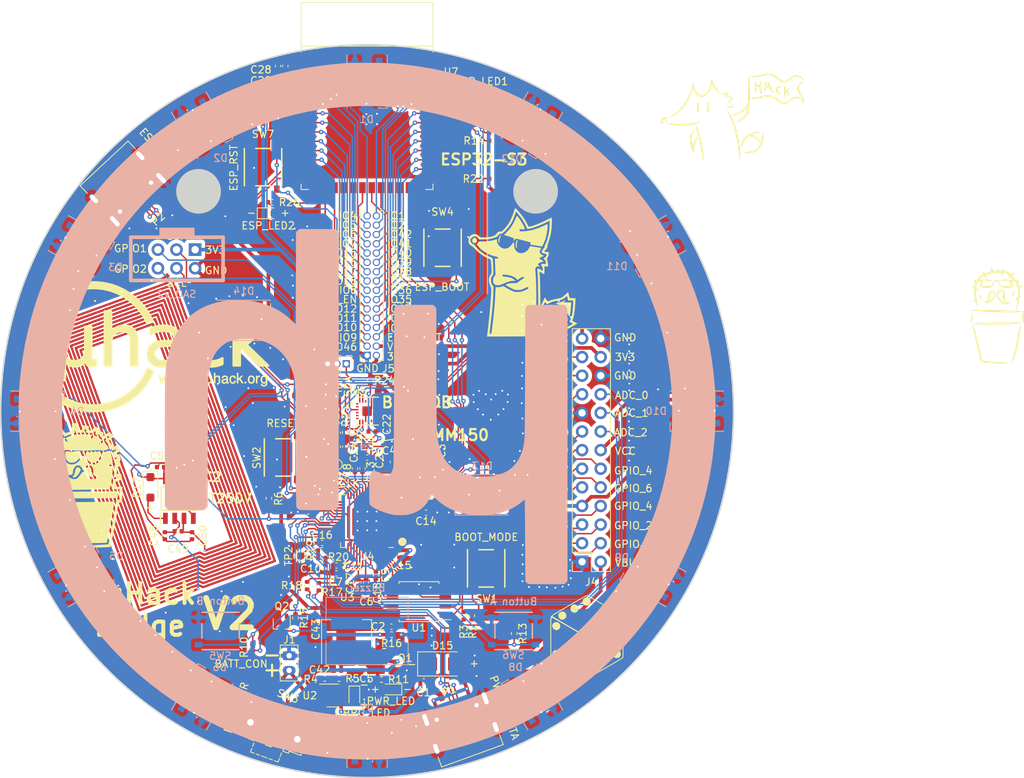
<source format=kicad_pcb>
(kicad_pcb (version 20221018) (generator pcbnew)
  (layers (0 "F.Cu" signal) (31 "B.Cu" signal) (34 "B.Paste" user) (35 "F.Paste" user) (36 "B.SilkS" user "B.Silkscreen") (37 "F.SilkS" user "F.Silkscreen") (38 "B.Mask" user) (39 "F.Mask" user) (44 "Edge.Cuts" user))
  (net 0 "")
  (net 1 "GND")
  (net 2 "VCC")
  (net 3 "Net-(BZ1-+)")
  (net 4 "+3V3")
  (net 5 "/XIN")
  (net 6 "+1V1")
  (net 7 "/ADC_AVDD")
  (net 8 "/ESP_EN")
  (net 9 "VBUS")
  (net 10 "Net-(D15-K)")
  (net 11 "Net-(U5-VREG)")
  (net 12 "/LED_POST")
  (net 13 "/Logo Led/DATA_OUT")
  (net 14 "/LED_STRIPE")
  (net 15 "/Circle Led/DATA_OUT")
  (net 16 "Net-(D1-DOUT)")
  (net 17 "/SWCLK")
  (net 18 "/SWD")
  (net 19 "/GPIO_0")
  (net 20 "/GPIO_1")
  (net 21 "/GPIO_2")
  (net 22 "/GPIO_3")
  (net 23 "/GPIO_4")
  (net 24 "/GPIO_5")
  (net 25 "/GPIO_6")
  (net 26 "/GPIO_7")
  (net 27 "/GPIO_8")
  (net 28 "/GPIO_9")
  (net 29 "/GPIO_10")
  (net 30 "/ADC_BUZZ")
  (net 31 "/ADC_0")
  (net 32 "/ADC_1")
  (net 33 "/RUN")
  (net 34 "/ESP_TX")
  (net 35 "/ESP_RX")
  (net 36 "/ESP_BOOT")
  (net 37 "/WiFi_BT/IO13")
  (net 38 "/WiFi_BT/IO15")
  (net 39 "/WiFi_BT/IO12")
  (net 40 "/WiFi_BT/IO4")
  (net 41 "/WiFi_BT/IO14")
  (net 42 "/WiFi_BT/IO16")
  (net 43 "/WiFi_BT/IO17")
  (net 44 "/WiFi_BT/IO5")
  (net 45 "/WiFi_BT/IO18")
  (net 46 "/WiFi_BT/IO21")
  (net 47 "/WiFi_BT/IO35")
  (net 48 "Net-(D2-DOUT)")
  (net 49 "/USB_D+")
  (net 50 "/USB_D-")
  (net 51 "Net-(D3-DOUT)")
  (net 52 "Net-(D4-DOUT)")
  (net 53 "/~{USB_BOOT}")
  (net 54 "/QSPI_SS")
  (net 55 "Net-(D5-DOUT)")
  (net 56 "Net-(D6-DOUT)")
  (net 57 "/XOUT")
  (net 58 "/SW_1")
  (net 59 "/SW_2")
  (net 60 "/ADC_VREF")
  (net 61 "/I2C_SCL")
  (net 62 "/I2C_SDA")
  (net 63 "Net-(D7-DOUT)")
  (net 64 "Net-(D8-DOUT)")
  (net 65 "/QSPI_SD1")
  (net 66 "/QSPI_SD2")
  (net 67 "/QSPI_SD0")
  (net 68 "/QSPI_SCLK")
  (net 69 "/QSPI_SD3")
  (net 70 "Net-(D10-DIN)")
  (net 71 "Net-(D10-DOUT)")
  (net 72 "Net-(D11-DOUT)")
  (net 73 "Net-(D13-DOUT)")
  (net 74 "/Gyros/INT_S1")
  (net 75 "Net-(J1-Pin_2)")
  (net 76 "/WiFi_BT/IO6")
  (net 77 "/WiFi_BT/IO7")
  (net 78 "/WiFi_BT/IO8")
  (net 79 "Net-(LED1-K)")
  (net 80 "/NFC/NFC_V_EH")
  (net 81 "/WiFi_BT/IO3")
  (net 82 "/WiFi_BT/IO46")
  (net 83 "/WiFi_BT/IO9")
  (net 84 "/WiFi_BT/IO10")
  (net 85 "/WiFi_BT/IO11")
  (net 86 "/WiFi_BT/IO2")
  (net 87 "/WiFi_BT/IO1")
  (net 88 "/WiFi_BT/IO36")
  (net 89 "/WiFi_BT/IO37")
  (net 90 "/WiFi_BT/IO38")
  (net 91 "/WiFi_BT/IO39")
  (net 92 "/WiFi_BT/IO40")
  (net 93 "/WiFi_BT/IO41")
  (net 94 "/WiFi_BT/IO42")
  (net 95 "Net-(LED3-A)")
  (net 100 "Net-(Q1A-S1)")
  (net 101 "Net-(Q2-B)")
  (net 102 "Net-(U2-STAT)")
  (net 103 "Net-(U2-PROG)")
  (net 104 "Net-(U4-USB_DP)")
  (net 105 "Net-(U4-USB_DM)")
  (net 106 "/NFC_INT")
  (net 115 "Net-(C4-Pad2)")
  (net 116 "/ADC_2")
  (net 119 "/SAO_1")
  (net 120 "/SAO_2")
  (net 124 "/Gyros/INT_SDA")
  (net 125 "/Gyros/INT_SCK")
  (net 126 "Net-(P2-VBUS-PadA4)")
  (net 128 "/WiFi_BT/ESP_USB+")
  (net 129 "/WiFi_BT/ESP_USB-")
  (net 133 "/SEN_INT")
  (net 134 "Net-(A1-IN)")
  (net 135 "Net-(A1-OUT)")
  (net 136 "/ESP_45")
  (net 137 "/ESP_48")
  (net 138 "/ESP_47")
  (net 139 "Net-(LED2-A)")
  (net 140 "Net-(LED4-A)")
  (footprint "Capacitor_SMD:C_0402_1005Metric" (layer "F.Cu") (at 93.86 117.99)
    (fp_text reference "C16")
    (fp_text value "100n" hide)
  )
  (footprint "Capacitor_SMD:C_0402_1005Metric" (layer "F.Cu") (at 100.01 106.34)
    (fp_text reference "C26")
    (fp_text value "100n")
  )
  (footprint "Capacitor_SMD:C_0402_1005Metric" (layer "F.Cu") (at 72.4 117 90)
    (fp_text reference "C48")
    (fp_text value "NC")
  )
  (footprint "Connector_USB:USB_C_Receptacle_Palconn_UTC16-G" (layer "F.Cu") (at 112.72 142.487769 20)
    (fp_text reference "P1")
    (fp_text value "PWR_N_DATA")
  )
  (footprint "Resistor_SMD:R_0402_1005Metric" (layer "F.Cu") (at 87 71.5 180)
    (fp_text reference "R26")
    (fp_text value "470" hide)
  )
  (footprint "LED_SMD:LED_0603_1608Metric" (layer "F.Cu") (at 115.6 57.4 -90)
    (fp_text reference "LED4" hide)
    (fp_text value "ESP_LED1")
  )
  (footprint "Capacitor_SMD:C_0402_1005Metric" (layer "F.Cu") (at 100.67 102.78)
    (fp_text reference "C22")
    (fp_text value "470n" hide)
  )
  (footprint "Capacitor_SMD:C_0402_1005Metric" (layer "F.Cu") (at 76.1 117 -90)
    (fp_text reference "C50")
    (fp_text value "NC")
  )
  (footprint "Resistor_SMD:R_0402_1005Metric" (layer "F.Cu") (at 93.82 120.05 180)
    (fp_text reference "R20")
    (fp_text value "27.4" hide)
  )
  (footprint "Resistor_SMD:R_0402_1005Metric" (layer "F.Cu") (at 93.41 123.95 90)
    (fp_text reference "R17")
    (fp_text value "27.4" hide)
  )
  (footprint "Capacitor_SMD:C_0402_1005Metric" (layer "F.Cu") (at 139 122.5 150)
    (fp_text reference "C38")
    (fp_text value "10u" hide)
  )
  (footprint "ST25DV:SOIC127P600X175-8N" (layer "F.Cu") (at 74.38 111.92 90)
    (fp_text reference "IC2")
    (fp_text value "ST25DV")
  )
  (footprint "Capacitor_SMD:C_0402_1005Metric" (layer "F.Cu") (at 94.33 121.5 -90)
    (fp_text reference "C10")
    (fp_text value "1u" hide)
  )
  (footprint "Capacitor_SMD:C_0402_1005Metric" (layer "F.Cu") (at 145 100 180)
    (fp_text reference "C39")
    (fp_text value "10u" hide)
  )
  (footprint "Connector_USB:USB_C_Receptacle_Palconn_UTC16-G" (layer "F.Cu") (at 67.41 69.73 -137)
    (fp_text reference "P2")
    (fp_text value "ESP_DATA")
  )
  (footprint "Capacitor_SMD:C_0402_1005Metric" (layer "F.Cu") (at 78.39 60.49 -60)
    (fp_text reference "C30")
    (fp_text value "10u" hide)
  )
  (footprint "Package_DFN_QFN:QFN-56-1EP_7x7mm_P0.4mm_EP3.2x3.2mm" (layer "F.Cu") (at 100 115 180)
    (fp_text reference "U4")
    (fp_text value "RP2040")
  )
  (footprint "Capacitor_SMD:C_0402_1005Metric" (layer "F.Cu") (at 55 100)
    (fp_text reference "C33")
    (fp_text value "10u" hide)
  )
  (footprint "BHI160B:Bosch_Sensortec-BHI160B-MFG" (layer "F.Cu") (at 100 100)
    (fp_text reference "U5")
    (fp_text value "BHI160B")
  )
  (footprint "Resistor_SMD:R_0402_1005Metric" (layer "F.Cu") (at 86.6 111.9 -90)
    (fp_text reference "R6")
    (fp_text value "4.7k" hide)
  )
  (footprint "Resistor_SMD:R_0402_1005Metric" (layer "F.Cu") (at 90.23 128.22 -90)
    (fp_text reference "R15")
    (fp_text value "2k" hide)
  )
  (footprint "Resistor_SMD:R_0402_1005Metric" (layer "F.Cu") (at 104.5 102.1)
    (fp_text reference "R9")
    (fp_text value "4.7k" hide)
  )
  (footprint "LED_SMD:LED_0603_1608Metric" (layer "F.Cu") (at 86.5 73)
    (fp_text reference "LED2" hide)
    (fp_text value "ESP_LED2")
  )
  (footprint "Resistor_SMD:R_0402_1005Metric" (layer "F.Cu") (at 93.82 119.02)
    (fp_text reference "R19")
    (fp_text value "27.4" hide)
  )
  (footprint "Capacitor_SMD:C_0402_1005Metric" (layer "F.Cu") (at 108.04 113.86 180)
    (fp_text reference "C14")
    (fp_text value "100n" hide)
  )
  (footprint "Capacitor_SMD:C_0402_1005Metric" (layer "F.Cu") (at 95.98 135.41)
    (fp_text reference "C42")
    (fp_text value "100n")
  )
  (footprint "Resistor_SMD:R_0402_1005Metric" (layer "F.Cu") (at 100.45 95.79 -90)
    (fp_text reference "R24")
    (fp_text value "4.7k" hide)
  )
  (footprint "BMM150:Bosch_Sensortec-BMM150-IPC_B" (layer "F.Cu") (at 100 104.5)
    (fp_text reference "U6")
    (fp_text value "BMM150")
  )
  (footprint "LED_SMD:LED_0603_1608Metric" (layer "F.Cu") (at 103.25 137.98 180)
    (fp_text reference "LED3" hide)
    (fp_text value "PWR_LED")
  )
  (footprint "Capacitor_SMD:C_0402_1005Metric" (layer "F.Cu") (at 61 122.5 30)
    (fp_text reference "C34")
    (fp_text value "10u" hide)
  )
  (footprint "Capacitor_SMD:C_0402_1005Metric" (layer "F.Cu") (at 61 77.5 -30)
    (fp_text reference "C32")
    (fp_text value "10u" hide)
  )
  (footprint "TS-1184:TS-1187A-B-A-B" (layer "F.Cu") (at 88.52 106.32 -90)
    (fp_text reference "SW2")
    (fp_text value "RESET")
  )
  (footprint "Resistor_SMD:R_0402_1005Metric" (layer "F.Cu") (at 94.21 136.48 180)
    (fp_text reference "R4")
    (fp_text value "1k" hide)
  )
  (footprint "Capacitor_SMD:C_0402_1005Metric" (layer "F.Cu") (at 139 77.5 -150)
    (fp_text reference "C40")
    (fp_text value "10u" hide)
  )
  (footprint "Capacitor_SMD:C_0402_1005Metric" (layer "F.Cu") (at 84 87.44 180)
    (fp_text reference "C19")
    (fp_text value "10u" hide)
  )
  (footprint "Connector_JST:JST_PH_B2B-PH-K_1x02_P2.00mm_Vertical" (layer "F.Cu") (at 89.36 133.38 -90)
    (fp_text reference "J1")
    (fp_text value "BATT_CON")
  )
  (footprint "Capacitor_SMD:C_0402_1005Metric" (layer "F.Cu") (at 103.33 129.41)
    (fp_text reference "C2")
    (fp_text value "100n" hide)
  )
  (footprint "Capacitor_SMD:C_0402_1005Metric" (layer "F.Cu") (at 104.68 119.45 90)
    (fp_text reference "C15")
    (fp_text value "100n" hide)
  )
  (footprint "Diode_SMD:D_SOD-123F" (layer "F.Cu") (at 70.43 110.4 -90)
    (fp_text reference "D17")
    (fp_text value "D")
  )
  (footprint "Resistor_SMD:R_0402_1005Metric" (layer "F.Cu") (at 117.2 68.3 180)
    (fp_text reference "R22")
    (fp_text value "10k" hide)
  )
  (footprint "TestPoint:TestPoint_Pad_D1.0mm" (layer "F.Cu") (at 92.63 108.15)
    (fp_text reference "TP4" hide)
    (fp_text value "SWD")
  )
  (footprint "Connector_PinSocket_1.27mm:PinSocket_2x16_P1.27mm_Vertical" (layer "F.Cu") (at 100 92.4 180)
    (fp_text reference "J5")
    (fp_text value "Conn_01x12")
  )
  (footprint "Capacitor_SMD:C_0402_1005Metric" (layer "F.Cu") (at 98.81 123.36 90)
    (fp_text reference "C17")
    (fp_text value "100n" hide)
  )
  (footprint "Resistor_SMD:R_0402_1005Metric" (layer "F.Cu") (at 93.46 106.32)
    (fp_text reference "R8")
    (fp_text value "4.7k" hide)
  )
  (footprint "Capacitor_SMD:C_0402_1005Metric" (layer "F.Cu") (at 77.5 61 -60)
    (fp_text reference "C31")
    (fp_text value "10u" hide)
  )
  (footprint "Capacitor_SMD:C_0402_1005Metric" (layer "F.Cu") (at 88.84 52.9 90)
    (fp_text reference "C29")
    (fp_text value "100n" hide)
  )
  (footprint "Capacitor_SMD:C_0402_1005Metric" (layer "F.Cu") (at 74.2 116.4)
    (fp_text reference "C49")
    (fp_text value "NC")
  )
  (footprint "LOGO" (layer "F.Cu") (at 121.13 81.06)
    (fp_text reference "G***" hide)
    (fp_text value "LOGO" hide)
  )
  (footprint "Crystal:Crystal_SMD_3225-4Pin_3.2x2.5mm" (layer "F.Cu") (at 106.19 106.17)
    (fp_text reference "Y1")
    (fp_text value "12MHz_GND24")
  )
  (footprint "Resistor_SMD:R_0402_1005Metric" (layer "F.Cu") (at 103.34 130.51 180)
    (fp_text reference "R16")
    (fp_text value "2k" hide)
  )
  (footprint "Resistor_SMD:R_0402_1005Metric" (layer "F.Cu") (at 117.2 63.1)
    (fp_text reference "R14")
    (fp_text value "10k" hide)
  )
  (footprint "LOGO" (layer "F.Cu") (at 69.88 91.21)
    (fp_text reference "G***" hide)
    (fp_text value "LOGO" hide)
  )
  (footprint "TestPoint:TestPoint_Pad_D1.0mm" (layer "F.Cu") (at 90.96 119.76)
    (fp_text reference "TP2")
    (fp_text value "TestPoint" hide)
  )
  (footprint "TestPoint:TestPoint_Pad_D1.0mm" (layer "F.Cu") (at 126.49 138.47)
    (fp_text reference "TP1")
    (fp_text value "TestPoint" hide)
  )
  (footprint "Espressif:ESP32-S3-WROOM-1" (layer "F.Cu") (at 100 60)
    (fp_text reference "U7")
    (fp_text value "ESP32-S3")
  )
  (footprint "Package_TO_SOT_SMD:SOT-23-5" (layer "F.Cu") (at 95.31 138.81)
    (fp_text reference "U2")
    (fp_text value "MCP73832-2-OT" hide)
  )
  (footprint "Capacitor_SMD:C_0402_1005Metric" (layer "F.Cu") (at 107.74 136.88)
    (fp_text reference "C1")
    (fp_text value "100n" hide)
  )
  (footprint "Capacitor_SMD:C_0402_1005Metric" (layer "F.Cu") (at 99.37 107.83 -90)
    (fp_text reference "C13")
    (fp_text value "100n" hide)
  )
  (footprint "Resistor_SMD:R_0402_1005Metric" (layer "F.Cu") (at 88.34 54.37)
    (fp_text reference "R25")
    (fp_text value "10k" hide)
  )
  (footprint "Capacitor_SMD:C_0402_1005Metric" (layer "F.Cu") (at 97.02 104.85 -90)
    (fp_text reference "C24")
    (fp_text value "100n" hide)
  )
  (footprint "Capacitor_SMD:C_0402_1005Metric" (layer "F.Cu") (at 71.8 107.64 180)
    (fp_text reference "C51")
    (fp_text value "10nF")
  )
  (footprint "MyGraphics:logo_BIT_10x11mm" (layer "F.Cu") (at 129.97 130.78)
    (fp_text reference "G***" hide)
    (fp_text value "LOGO" hide)
  )
  (footprint "Resistor_SMD:R_0402_1005Metric" (layer "F.Cu") (at 101.96 136.63)
    (fp_text reference "R11")
    (fp_text value "470" hide)
  )
  (footprint "Capacitor_SMD:C_0402_1005Metric" (layer "F.Cu") (at 99.32 124.82 180)
    (fp_text reference "C6")
    (fp_text value "100n" hide)
  )
  (footprint "Diode_SMD:D_SMA" (layer "F.Cu") (at 110.3 134.5)
    (fp_text reference "D15")
    (fp_text value "D_Schottky" hide)
  )
  (footprint "Capacitor_SMD:C_0402_1005Metric" (layer "F.Cu") (at 77.5 139 60)
    (fp_text reference "C35")
    (fp_text value "10u" hide)
  )
  (footprint "Capacitor_SMD:C_0402_1005Metric" (layer "F.Cu") (at 99.86 123.35 90)
    (fp_text reference "C18")
    (fp_text value "100n" hide)
  )
  (footprint "Capacitor_SMD:C_0402_1005Metric" (layer "F.Cu") (at 122.5 139 120)
    (fp_text reference "C37")
    (fp_text value "10u" hide)
  )
  (footprint "MuHack Badge NFC  Antenna:muhack_badge_antenna" (layer "F.Cu") (at 54.799161 88.856503 20)
    (fp_text reference "A1" hide)
    (fp_text value "MuTag_NFC_Antenna" hide)
  )
  (footprint "Capacitor_SMD:C_0402_1005Metric" (layer "F.Cu") (at 91.97 113.69)
    (fp_text reference "C12")
    (fp_text value "100n" hide)
  )
  (footprint "Capacitor_SMD:C_0402_1005Metric" (layer "F.Cu") (at 100 145 90)
    (fp_text reference "C36")
    (fp_text value "10u" hide)
  )
  (footprint "Capacitor_SMD:C_0402_1005Metric" (layer "F.Cu") (at 87.84 52.9 90)
    (fp_text reference "C28")
    (fp_text value "10u" hide)
  )
  (footprint "Package_TO_SOT_SMD:SOT-223-3_TabPin2" (layer "F.Cu") (at 97.2 130.37 90)
    (fp_text reference "U3")
    (fp_text value "LD1117S33TR_SOT223" hide)
  )
  (footprint "Resistor_SMD:R_0402_1005Metric" (layer "F.Cu") (at 96.18 136.49 180)
    (fp_text reference "R5")
    (fp_text value "2k" hide)
  )
  (footprint "Capacitor_SMD:C_0402_1005Metric" (layer "F.Cu") (at 104.52 101 180)
    (fp_text reference "C21")
    (fp_text value "100n" hide)
  )
  (footprint "Resistor_SMD:R_0402_1005Metric" (layer "F.Cu") (at 113.19 127.93 90)
    (fp_text reference "R3")
    (fp_text value "DNF 10k" hide)
  )
  (footprint "Capacitor_SMD:C_0402_1005Metric" (layer "F.Cu") (at 98.34 107.83 90)
    (fp_text reference "C8")
    (fp_text value "100n" hide)
  )
  (footprint "LOGO" (layer "F.Cu") (at 61.28 110.14)
    (fp_text reference "G***" hide)
    (fp_text value "LOGO" hide)
  )
  (footprint "Capacitor_SMD:C_0402_1005Metric" (layer "F.Cu") (at 99.89 135.4)
    (fp_text reference "C5")
    (fp_text value "100n" hide)
  )
  (footprint "Capacitor_SMD:C_0402_1005Metric" (layer "F.Cu") (at 101.21 122.41 90)
    (fp_text reference "C9")
    (fp_text value "1u" hide)
  )
  (footprint "Connector_PinHeader_1.27mm:PinHeader_1x03_P1.27mm_Vertical" (layer "F.Cu") (at 97.165 93.54 -90)
    (fp_text reference "J6")
    (fp_text value "Internal_I2C")
  )
  (footprint "Capacitor_SMD:C_0402_1005Metric" (layer "F.Cu") (at 95.82 122.15 180)
    (fp_text reference "C7")
    (fp_text value "100n" hide)
  )
  (footprint "MyGraphics:jeff_20x12" (layer "F.Cu") (at 185.397584 86.948782)
    (fp_text reference "G***" hide)
    (fp_text value "LOGO" hide)
  )
  (footprint "SI1967DH:Vishay-S-03946-07_2001-B-0" (layer "F.Cu") (at 102.35095 133.5 180)
    (fp_text reference "Q1")
    (fp_text value "SI1967DH-T1-GE3" hide)
  )
  (footprint "Capacitor_SMD:C_0402_1005Metric" (layer "F.Cu") (at 122.5 61 -120)
    (fp_text reference "C41")
    (fp_text value "10u" hide)
  )
  (footprint "Capacitor_SMD:C_0402_1005Metric" (layer "F.Cu") (at 95.99 104.86 -90)
    (fp_text reference "C23")
    (fp_text value "1u" hide)
  )
  (footprint "Capacitor_SMD:C_0402_1005Metric" (layer "F.Cu") (at 103.52 106.94 -90)
    (fp_text reference "C4")
    (fp_text value "27p" hide)
  )
  (footprint "Resistor_SMD:R_0402_1005Metric" (layer "F.Cu") (at 91.91 104.82 -90)
    (fp_text reference "R2")
    (fp_text value "10k" hide)
  )
  (footprint "Resistor_SMD:R_0402_1005Metric" (layer "F.Cu") (at 120.07 130.35 -90)
    (fp_text reference "R13")
    (fp_text value "10k" hide)
  )
  (footprint "Package_SO:SOIC-8_5.23x5.23mm_P1.27mm" (layer "F.Cu") (at 107.07 126 180)
    (fp_text reference "U1")
    (fp_text value "W25Q128JVS")
  )
  (footprint "Resistor_SMD:R_0402_1005Metric" (layer "F.Cu") (at 93.44 105.25)
    (fp_text reference "R12")
    (fp_text value "4.7k" hide)
  )
  (footprint "LED_SMD:LED_0603_1608Metric" (layer "F.Cu") (at 98.26 139 -90)
    (fp_text reference "LED1" hide)
    (fp_text value "CHRG_LED")
  )
  (footprint "Button_Switch_SMD:SW_SPDT_CK-JS102011SAQN" (layer "F.Cu") (at 87.28 143.63 -20)
    (fp_text reference "SW3")
    (fp_text value "BATT_PWR")
  )
  (footprint "Resistor_SMD:R_0402_1005Metric" (layer "F.Cu") (at 114.28 127.93 90)
    (fp_text reference "R1")
    (fp_text value "1k" hide)
  )
  (footprint "Resistor_SMD:R_0402_1005Metric" (layer "F.Cu") (at 97.01 102.92 90)
    (fp_text reference "R23")
    (fp_text value "4.7k" hide)
  )
  (footprint "TestPoint:TestPoint_Pad_D1.0mm" (layer "F.Cu") (at 95.92 107.29)
    (fp_text reference "TP3" hide)
    (fp_text value "SWCLK")
  )
  (footprint "Capacitor_SMD:C_0402_1005Metric" (layer "F.Cu") (at 95.83 121.07 180)
    (fp_text reference "C11")
    (fp_text value "1u" hide)
  )
  (footprint "TS-1184:TS-1187A-B-A-B" (layer "F.Cu") (at 116.25 121.46 -90)
    (fp_text reference "SW1")
    (fp_text value "BOOT_MODE")
  )
  (footprint "Capacitor_SMD:C_0402_1005Metric" (layer "F.Cu") (at 93.04 127.35 90)
    (fp_text reference "C43")
    (fp_text value "10n" hide)
  )
  (footprint "Capacitor_SMD:C_0402_1005Metric" (layer "F.Cu") (at 95.99 102.94 -90)
    (fp_text reference "C25")
    (fp_text value "100n" hide)
  )
  (footprint "TS-1184:TS-1187A-B-A-B" (layer "F.Cu") (at 85.8 66.7 90)
    (fp_text reference "SW7")
    (fp_text value "ESP_RST")
  )
  (footprint "Resistor_SMD:R_0402_1005Metric" (layer "F.Cu") (at 117.2 62)
    (fp_text reference "R21")
    (fp_text value "10k" hide)
  )
  (footprint "Resistor_SMD:R_0402_1005Metric" (layer "F.Cu") (at 114.2 57.9 -90)
    (fp_text reference "R27")
    (fp_text value "470" hide)
  )
  (footprint "Resistor_SMD:R_0402_1005Metric" (layer "F.Cu") (at 104.58 108.43 180)
    (fp_text reference "R7")
    (fp_text value "1k" hide)
  )
  (footprint "Capacitor_SMD:C_0402_1005Metric" (layer "F.Cu") (at 115.64 111.29 180)
    (fp_text reference "C20")
    (fp_text value "10u" hide)
  )
  (footprint "Connector_PinSocket_2.54mm:PinSocket_2x13_P2.54mm_Vertical" (layer "F.Cu") (at 129.34 120.56 180)
    (fp_text reference "J4")
    (fp_text value "Conn_02x15_Counter_Clockwise")
  )
  (footprint "Resistor_SMD:R_0402_1005Metric" (layer "F.Cu") (at 91.82 123.81 -90)
    (fp_text reference "R18")
    (fp_text value "27.4" hide)
  )
  (footprint "Capacitor_SMD:C_0402_1005Metric" (layer "F.Cu") (at 108.87 105.38 90)
    (fp_text reference "C3")
    (fp_text value "27p" hide)
  )
  (footprint "MyGraphics:hax_hack_20x12" (layer "F.Cu") (at 149.83 59.92)
    (fp_text reference "G***" hide)
    (fp_text value "LOGO" hide)
  )
  (footprint "TS-1184:TS-1187A-B-A-B" (layer "F.Cu") (at 110.3 77.7 90)
    (fp_text reference "SW4")
    (fp_text value "ESP_BOOT")
  )
  (footprint "Package_TO_SOT_SMD:SOT-323_SC-70" (layer "F.Cu") (at 88.35 129 -90)
    (fp_text reference "Q2")
    (fp_text value "2SC4213" hide)
  )
  (footprint "Resistor_SMD:R_0402_1005Metric" (layer "F.Cu") (at 84.4 132.15 90)
    (fp_text reference "R10")
    (fp_text value "10k" hide)
  )
  (footprint "Capacitor_SMD:C_0402_1005Metric" (layer "F.Cu") (at 88.35 55.4)
    (fp_text reference "C27")
    (fp_text value "1u" hide)
  )
  (footprint "LED_SMD:LED_WS2812B_PLCC4_5.0x5.0mm_P3.2mm" (layer "B.Cu") (at 61 122.5 30)
    (fp_text reference "D5")
    (fp_text value "WS2812B" hide)
  )
  (footprint "LED_SMD:LED_WS2812B_PLCC4_5.0x5.0mm_P3.2mm" (layer "B.Cu") (at 77.5 61 -60)
    (fp_text reference "D2")
    (fp_text value "WS2812B" hide)
  )
  (footprint "LED_SMD:LED_WS2812B_PLCC4_5.0x5.0mm_P3.2mm" (layer "B.Cu") (at 122.5 61 -120)
    (fp_text reference "D12")
    (fp_text value "WS2812B" hide)
  )
  (footprint "LED_SMD:LED_WS2812B_PLCC4_5.0x5.0mm_P3.2mm" (layer "B.Cu") (at 61 77.5 -30)
    (fp_text reference "D3")
    (fp_text value "WS2812B" hide)
  )
  (footprint "LED_SMD:LED_WS2812B_PLCC4_5.0x5.0mm_P3.2mm" (layer "B.Cu") (at 122.5 139 120)
    (fp_text reference "D8")
    (fp_text value "WS2812B" hide)
  )
  (footprint "Buzzer_Beeper:Buzzer_Mallory_AST1109MLTRQ" (layer "B.Cu") (at 100 130 180)
    (fp_text reference "BZ1" hide)
    (fp_text value "Buzzer")
  )
  (footprint "LED_SMD:LED_WS2812B_PLCC4_5.0x5.0mm_P3.2mm" (layer "B.Cu") (at 100 55 -90)
    (fp_text reference "D1")
    (fp_text value "WS2812B" hide)
  )
  (footprint "LED_SMD:LED_WS2812B_PLCC4_5.0x5.0mm_P3.2mm" (layer "B.Cu") (at 115.64 111.43 180)
    (fp_text reference "D13")
    (fp_text value "WS2812B" hide)
  )
  (footprint "LED_SMD:LED_WS2812B_PLCC4_5.0x5.0mm_P3.2mm" (layer "B.Cu") (at 139 122.5 150)
    (fp_text reference "D9")
    (fp_text value "WS2812B" hide)
  )
  (footprint "TS-1184:TS-1187A-B-A-B" (layer "B.Cu") (at 120 130 180)
    (fp_text reference "SW6")
    (fp_text value "Button A")
  )
  (footprint "LED_SMD:LED_WS2812B_PLCC4_5.0x5.0mm_P3.2mm" (layer "B.Cu") (at 55 100)
    (fp_text reference "D4")
    (fp_text value "WS2812B" hide)
  )
  (footprint "TS-1184:TS-1187A-B-A-B" (layer "B.Cu") (at 80 130 180)
    (fp_text reference "SW5")
    (fp_text value "Button B")
  )
  (footprint "LED_SMD:LED_WS2812B_PLCC4_5.0x5.0mm_P3.2mm" (layer "B.Cu") (at 100 145 90)
    (fp_text reference "D7")
    (fp_text value "WS2812B" hide)
  )
  (footprint "LED_SMD:LED_WS2812B_PLCC4_5.0x5.0mm_P3.2mm" (layer "B.Cu") (at 139 77.5 -150)
    (fp_text reference "D11")
    (fp_text value "WS2812B" hide)
  )
  (footprint "SAOv2:Simple_Addon_v2-BADGE-2x3" (layer "B.Cu") (at 74.05 79.21 180)
    (fp_text reference "X1" hide)
    (fp_text value "SAO_v2")
  )
  (footprint "LED_SMD:LED_WS2812B_PLCC4_5.0x5.0mm_P3.2mm" (layer "B.Cu") (at 145 100 180)
    (fp_text reference "D10")
    (fp_text value "WS2812B" hide)
  )
  (footprint "LED_SMD:LED_WS2812B_PLCC4_5.0x5.0mm_P3.2mm" (layer "B.Cu") (at 77.5 139 60)
    (fp_text reference "D6")
    (fp_text value "WS2812B" hide)
  )
  (footprint "LED_SMD:LED_WS2812B_PLCC4_5.0x5.0mm_P3.2mm" (layer "B.Cu") (at 83.17 87.61 180)
    (fp_text reference "D14")
    (fp_text value "WS2812B" hide)
  )
  (footprint "LOGO" (layer "B.Cu") (at 100 100 180)
    (fp_text reference "G***" hide)
    (fp_text value "LOGO" hide)
  )
  (gr_line (start 107.54 103.28) (end 101.72 104.12) (stroke (width 0.15)) (layer "F.SilkS"))
  (gr_circle (center 104.81 117.83) (end 105.302544 117.83) (stroke (width 0.15)) (fill solid) (layer "F.SilkS"))
  (gr_line (start 96.39 109.18) (end 96.09 108.24) (stroke (width 0.15)) (layer "F.SilkS"))
  (gr_circle (center 123 70) (end 126 70) (stroke (width 0.1)) (fill solid) (layer "Edge.Cuts"))
  (gr_circle (center 77 70) (end 80 70) (stroke (width 0.1)) (fill solid) (layer "Edge.Cuts"))
  (gr_circle locked (center 100 100) (end 150 100) (stroke (width 0.2)) (fill none) (layer "Edge.Cuts"))
  (gr_text "GPIO_2" (at 133.604 116.205) (layer "F.SilkS") (effects (font (size 1 1)) (justify left bottom)))
  (gr_text "ESP_BOOT" (at 102.616 90.551) (layer "F.SilkS") (effects (font (size 1 1)) (justify left bottom)))
  (gr_text "+" (at 69.7 113.7) (layer "F.SilkS") (effects (font (size 1 1)) (justify left bottom)))
  (gr_text "GND" (at 98.425 94.742) (layer "F.SilkS") (effects (font (size 1 1)) (justify left bottom)))
  (gr_text "IO38" (at 102.616 81.534) (layer "F.SilkS") (effects (font (size 1 1)) (justify left bottom)))
  (gr_text "RUN" (at 124.333 98.425) (layer "F.SilkS") (effects (font (size 1 1)) (justify left bottom)))
  (gr_text "ESP_EN" (at 92.964 85.344) (layer "F.SilkS") (effects (font (size 1 1)) (justify left bottom)))
  (gr_text "3V3" (at 102.6 93.15) (layer "F.SilkS") (effects (font (size 1 1)) (justify left bottom)))
  (gr_text "ADC_2" (at 133.604 103.505) (layer "F.SilkS") (effects (font (size 1 1)) (justify left bottom)))
  (gr_text "IO5" (at 96.012 75.184) (layer "F.SilkS") (effects (font (size 1 1)) (justify left bottom)))
  (gr_text "IO8" (at 96.075042 84.069433) (layer "F.SilkS") (effects (font (size 1 1)) (justify left bottom)))
  (gr_text "GPIO_0" (at 133.604 118.745) (layer "F.SilkS") (effects (font (size 1 1)) (justify left bottom)))
  (gr_text "IO15" (at 95.123 78.994) (layer "F.SilkS") (effects (font (size 1 1)) (justify left bottom)))
  (gr_text "VCC" (at 124.5 113.58) (layer "F.SilkS") (effects (font (size 1 1)) (justify left bottom)))
  (gr_text "VCC" (at 124.58 90.65) (layer "F.SilkS") (effects (font (size 1 1)) (justify left bottom)))
  (gr_text "-" (at 98.9 137.9) (layer "F.SilkS") (effects (font (size 1 1)) (justify left bottom)))
  (gr_text "MuHack\nBadge" (at 68.97 130.88) (layer "F.SilkS") (effects (font (size 2.7 2.7) (thickness 0.54) bold) (justify bottom)))
  (gr_text "GND" (at 124.333 100.838) (layer "F.SilkS") (effects (font (size 1 1)) (justify left bottom)))
  (gr_text "IO11" (at 95.123 87.884) (layer "F.SilkS") (effects (font (size 1 1)) (justify left bottom)))
  (gr_text "IO40" (at 102.616 78.994) (layer "F.SilkS") (effects (font (size 1 1)) (justify left bottom)))
  (gr_text "-" (at 104.8 138.5) (layer "F.SilkS") (effects (font (size 1 1)) (justify left bottom)))
  (gr_text "IO9" (at 96.082162 90.551) (layer "F.SilkS") (effects (font (size 1 1)) (justify left bottom)))
  (gr_text "+" (at 85.598 136.398) (layer "F.SilkS") (effects (font (size 2 2) (thickness 0.3) bold) (justify left bottom)))
  (gr_text "IO2" (at 102.616 75.184) (layer "F.SilkS") (effects (font (size 1 1)) (justify left bottom)))
  (gr_text "-" (at 116.335 57.0575) (layer "F.SilkS") (effects (font (size 1 1)) (justify left bottom)))
  (gr_text "INT" (at 96.64 97.62 90) (layer "F.SilkS") (effects (font (size 1 1)) (justify left bottom)))
  (gr_text "+" (at 116.3 58.7) (layer "F.SilkS") (effects (font (size 1 1)) (justify left bottom)))
  (gr_text "IO1" (at 102.616 73.914) (layer "F.SilkS") (effects (font (size 1 1)) (justify left bottom)))
  (gr_text "IO21" (at 102.616 89.281) (layer "F.SilkS") (effects (font (size 1 1)) (justify left bottom)))
  (gr_text "V2" (at 81.27 130.03) (layer "F.SilkS") (effects (font (size 4 4) (thickness 0.8) bold) (justify bottom)))
  (gr_text "GND" (at 133.604 95.758) (layer "F.SilkS") (effects (font (size 1 1)) (justify left bottom)))
  (gr_text "IO17" (at 95.123 81.534) (layer "F.SilkS") (effects (font (size 1 1)) (justify left bottom)))
  (gr_text "+" (at 88.1 73.5) (layer "F.SilkS") (effects (font (size 1 1)) (justify left bottom)))
  (gr_text "VCC" (at 102.616 91.821) (layer "F.SilkS") (effects (font (size 1 1)) (justify left bottom)))
  (gr_text "GND" (at 133.604 90.551) (layer "F.SilkS") (effects (font (size 1 1)) (justify left bottom)))
  (gr_text "VBUS" (at 133.731 121.285) (layer "F.SilkS") (effects (font (size 1 1)) (justify left bottom)))
  (gr_text "IO35" (at 102.616 85.344) (layer "F.SilkS") (effects (font (size 1 1)) (justify left bottom)))
  (gr_text "SCK" (at 95.21 98.11 90) (layer "F.SilkS") (effects (font (size 1 1)) (justify left bottom)))
  (gr_text "GPIO_5" (at 122.174 111.125) (layer "F.SilkS") (effects (font (size 1 1)) (justify left bottom)))
  (gr_text "I2C_SDA" (at 121.39 93.17) (layer "F.SilkS") (effects (font (size 1 1)) (justify left bottom)))
  (gr_text "GPIO_6" (at 133.604 111.125) (layer "F.SilkS") (effects (font (size 1 1)) (justify left bottom)))
  (gr_text "-" (at 83.5 73.5) (layer "F.SilkS") (effects (font (size 1 1)) (justify left bottom)))
  (gr_text "GPIO_7" (at 122.174 108.712) (layer "F.SilkS") (effects (font (size 1 1)) (justify left bottom)))
  (gr_text "IO7" (at 96.012 77.724) (layer "F.SilkS") (effects (font (size 1 1)) (justify left bottom)))
  (gr_text "IO39" (at 102.616 80.264) (layer "F.SilkS") (effects (font (size 1 1)) (justify left bottom)))
  (gr_text "GPIO_4" (at 133.604 108.712) (layer "F.SilkS") (effects (font (size 1 1)) (justify left bottom)))
  (gr_text "IO37" (at 102.616 82.804) (layer "F.SilkS") (effects (font (size 1 1)) (justify left bottom)))
  (gr_text "-" (at 105.4 135.1) (layer "F.SilkS") (effects (font (size 1 1)) (justify left bottom)))
  (gr_text "IO36" (at 102.616 84.074) (layer "F.SilkS") (effects (font (size 1 1)) (justify left bottom)))
  (gr_text "GPIO_4" (at 133.604 113.538) (layer "F.SilkS") (effects (font (size 1 1)) (justify left bottom)))
  (gr_text "GPIO_1" (at 122.174 118.745) (layer "F.SilkS") (effects (font (size 1 1)) (justify left bottom)))
  (gr_text "VCC" (at 133.731 106.045) (layer "F.SilkS") (effects (font (size 1 1)) (justify left bottom)))
  (gr_text "-" (at 85.598 134.366) (layer "F.SilkS") (effects (font (size 2 2) (thickness 0.3) bold) (justify left bottom)))
  (gr_text "IO46" (at 95.123 91.821) (layer "F.SilkS") (effects (font (size 1 1)) (justify left bottom)))
  (gr_text "IO18" (at 95.123 82.804) (layer "F.SilkS") (effects (font (size 1 1)) (justify left bottom)))
  (gr_text "GND" (at 124.333 121.285) (layer "F.SilkS") (effects (font (size 1 1)) (justify left bottom)))
  (gr_text "I2C_SCL" (at 121.412 95.758) (layer "F.SilkS") (effects (font (size 1 1)) (justify left bottom)))
  (gr_text "3V3" (at 133.731 93.218) (layer "F.SilkS") (effects (font (size 1 1)) (justify left bottom)))
  (gr_text "+" (at 100.4 138.5) (layer "F.SilkS") (effects (font (size 1 1)) (justify left bottom)))
  (gr_text "IO16" (at 95.123 80.264) (layer "F.SilkS") (effects (font (size 1 1)) (justify left bottom)))
  (gr_text "IO13" (at 102.616 86.614) (layer "F.SilkS") (effects (font (size 1 1)) (justify left bottom)))
  (gr_text "IO14" (at 102.616 87.884) (layer "F.SilkS") (effects (font (size 1 1)) (justify left bottom)))
  (gr_text "GPIO_3" (at 122.174 116.205) (layer "F.SilkS") (effects (font (size 1 1)) (justify left bottom)))
  (gr_text "IO12" (at 95.123 86.614) (layer "F.SilkS") (effects (font (size 1 1)) (justify left bottom)))
  (gr_text "-" (at 69.7 108.4) (layer "F.SilkS") (effects (font (size 1 1)) (justify left bottom)))
  (gr_text "IO42" (at 102.616 76.454) (layer "F.SilkS") (effects (font (size 1 1)) (justify left bottom)))
  (gr_text "IO41" (at 102.616 77.724) (layer "F.SilkS") (effects (font (size 1 1)) (justify left bottom)))
  (gr_text "IO4" (at 96.012 73.914) (layer "F.SilkS") (effects (font (size 1 1)) (justify left bottom)))
  (gr_text "IO6" (at 96.012 76.454) (layer "F.SilkS") (effects (font (size 1 1)) (justify left bottom)))
  (gr_text "ADC_0" (at 133.731 98.425) (layer "F.SilkS") (effects (font (size 1 1)) (justify left bottom)))
  (gr_text "+" (at 113.9 135) (layer "F.SilkS") (effects (font (size 1 1)) (justify left bottom)))
  (gr_text "IO10" (at 95.123 89.154) (layer "F.SilkS") (effects (font (size 1 1)) (justify left bottom)))
  (gr_text "+" (at 98.9 140.6) (layer "F.SilkS") (effects (font (size 1 1)) (justify left bottom)))
  (gr_text "ADC_1" (at 133.731 100.838) (layer "F.SilkS") (effects (font (size 1 1)) (justify left bottom)))
  (gr_text "SDA" (at 98.01 98.11 90) (layer "F.SilkS") (effects (font (size 1 1)) (justify left bottom)))
  (gr_text "GPIO_9" (at 122.174 106.045) (layer "F.SilkS") (effects (font (size 1 1)) (justify left bottom)))
  (gr_text "GPIO_10" (at 121.285 103.505) (layer "F.SilkS") (effects (font (size 1 1)) (justify left bottom)))
  (segment (start 101.18 123.94) (end 101.21 123.91) (width 0.2) (layer "F.Cu") (net 1))
  (segment (start 71.32 107.64) (end 71.88 107.08) (width 0.2) (layer "F.Cu") (net 1))
  (segment (start 73.09 111.04) (end 76.285 114.235) (width 0.2) (layer "F.Cu") (net 1))
  (segment (start 100.91 97.76) (end 101.79 97.76) (width 0.2) (layer "F.Cu") (net 1))
  (segment (start 61.415692 122.26) (end 63.15 121.325) (width 0.2) (layer "F.Cu") (net 1))
  (segment (start 101.79 97.76) (end 102.02 97.99) (width 0.2) (layer "F.Cu") (net 1))
  (segment (start 97.1 59.46) (end 98.5 59.46) (width 0.5) (layer "F.Cu") (net 1))
  (segment (start 102.02 97.99) (end 102.02 98.73) (width 0.2) (layer "F.Cu") (net 1))
  (segment (start 97.1 58.06) (end 98.5 58.06) (width 0.5) (layer "F.Cu") (net 1))
  (segment (start 97.849719 104.465) (end 97.02 105.294719) (width 0.2) (layer "F.Cu") (net 1))
  (segment (start 70.08 114.74) (end 69.18 112.56) (width 0.2) (layer "F.Cu") (net 1))
  (segment (start 102.02 98.73) (end 101.75 99) (width 0.2) (layer "F.Cu") (net 1))
  (segment (start 73.09 107.588457) (end 73.09 111.04) (width 0.2) (layer "F.Cu") (net 1))
  (segment (start 78.63 60.905692) (end 77.74 61.415692) (width 0.5) (layer "F.Cu") (net 1))
  (segment (start 94.32 121.99) (end 94.33 121.98) (width 0.5) (layer "F.Cu") (net 1))
  (segment (start 99.85 104.47) (end 100.08 104.47) (width 0.14) (layer "F.Cu") (net 1))
  (segment (start 66.441831 74.087746) (end 66.781484 73.748093) (width 0.5) (layer "F.Cu") (net 1))
  (segment (start 94.5 122.15) (end 94.33 121.98) (width 0.5) (layer "F.Cu") (net 1))
  (segment (start 107.49 51.74) (end 108.75 51.74) (width 0.5) (layer "F.Cu") (net 1))
  (segment (start 102.21 102.78) (end 102.72 103.29) (width 0.2) (layer "F.Cu") (net 1))
  (segment (start 109.55 113.86) (end 109.57 113.84) (width 0.5) (layer "F.Cu") (net 1))
  (segment (start 100.531 103.899) (end 101.16 103.27) (width 0.14) (layer "F.Cu") (net 1))
  (segment (start 99.53 105.75) (end 99.53 106.34) (width 0.2) (layer "F.Cu") (net 1))
  (segment (start 95.34 121.08) (end 95.35 121.07) (width 0.5) (layer "F.Cu") (net 1))
  (segment (start 99.86 123.83) (end 99.86 124.76) (width 0.2) (layer "F.Cu") (net 1))
  (segment (start 107.19 109.034235) (end 107.19 109.04) (width 0.2) (layer "F.Cu") (net 1))
  (segment (start 95.5 134.12) (end 94.9 133.52) (width 0.5) (layer "F.Cu") (net 1))
  (segment (start 101.15 102.78) (end 102.21 102.78) (width 0.2) (layer "F.Cu") (net 1))
  (segment (start 108.000429 142.151689) (end 109.426653 146.070207) (width 0.5) (layer "F.Cu") (net 1))
  (segment (start 87.84 52.42) (end 88.84 52.42) (width 0.5) (layer "F.Cu") (net 1))
  (segment (start 102.72 103.29) (end 102.72 104.48) (width 0.2) (layer "F.Cu") (net 1))
  (segment (start 108.62 129.41) (end 108.84 129.63) (width 0.5) (layer "F.Cu") (net 1))
  (segment (start 99.399 104.465) (end 97.849719 104.465) (width 0.2) (layer "F.Cu") (net 1))
  (segment (start 55.505545 99.96758) (end 57.475 100.025) (width 0.2) (layer "F.Cu") (net 1))
  (segment (start 100.6 98.07) (end 100.91 97.76) (width 0.2) (layer "F.Cu") (net 1))
  (segment (start 94.33 121.98) (end 93.18 121.98) (width 0.5) (layer "F.Cu") (net 1))
  (segment (start 71.88 107.08) (end 72.581543 107.08) (width 0.2) (layer "F.Cu") (net 1))
  (segment (start 72.581543 107.08) (end 72.97 107.468457) (width 0.2) (layer "F.Cu") (net 1))
  (segment (start 99.965 105.031) (end 99.965 105.315) (width 0.2) (layer "F.Cu") (net 1))
  (segment (start 107.19 109.04) (end 107.184235 109.04) (width 0.2) (layer "F.Cu") (net 1))
  (segment (start 100.6 99.575) (end 100.6 98.665) (width 0.2) (layer "F.Cu") (net 1))
  (segment (start 98.5 58.06) (end 99.9 58.06) (width 0.5) (layer "F.Cu") (net 1))
  (segment (start 101.17 58.06) (end 107.49 51.74) (width 0.5) (layer "F.Cu") (net 1))
  (segment (start 108.000429 142.077689) (end 108.854513 141.223605) (width 0.5) (layer "F.Cu") (net 1))
  (segment (start 99.9 60.86) (end 98.5 60.86) (width 0.5) (layer "F.Cu") (net 1))
  (segment (start 102.38 104.82) (end 100.886 104.82) (width 0.2) (layer "F.Cu") (net 1))
  (segment (start 93.18 121.98) (end 93.17 121.99) (width 0.5) (layer "F.Cu") (net 1))
  (segment (start 138.584308 77.74) (end 136.85 78.675) (width 0.2) (layer "F.Cu") (net 1))
  (segment (start 99.97 123.94) (end 99.86 123.83) (width 0.2) (layer "F.Cu") (net 1))
  (segment (start 70.47 107.08) (end 72.581543 107.08) (width 0.2) (layer "F.Cu") (net 1))
  (segment (start 69.18 112.56) (end 68.16 109.71) (width 0.2) (layer "F.Cu") (net 1))
  (segment (start 95.5 135.41) (end 95.5 134.12) (width 0.5) (layer "F.Cu") (net 1))
  (segment (start 61.398112 77.715545) (end 63.075 78.75) (width 0.2) (layer "F.Cu") (net 1))
  (segment (start 99.9 58.06) (end 101.17 58.06) (width 0.5) (layer "F.Cu") (net 1))
  (segment (start 116.119373 139.196635) (end 117.545597 143.115153) (width 0.5) (layer "F.Cu") (net 1))
  (segment (start 95.34 122.15) (end 95.34 121.08) (width 0.5) (layer "F.Cu") (net 1))
  (segment (start 101.85 109.42) (end 101 110.27) (width 0.2) (layer "F.Cu") (net 1))
  (segment (start 98.5 59.46) (end 98.5 60.86) (width 0.5) (layer "F.Cu") (net 1))
  (segment (start 77.740545 138.576888) (end 78.775 136.9) (width 0.2) (layer "F.Cu") (net 1))
  (segment (start 100.085 104.465) (end 100.531 104.465) (width 0.14) (layer "F.Cu") (net 1))
  (segment (start 99.8 100.375) (end 100.6 99.575) (width 0.2) (layer "F.Cu") (net 1))
  (segment (start 99.99258 144.519455) (end 100.05 142.55) (width 0.2) (layer "F.Cu") (net 1))
  (segment (start 100.6 98.665) (end 100.6 98.07) (width 0.2) (layer "F.Cu") (net 1))
  (segment (start 72.4 117.48) (end 70.08 114.74) (width 0.2) (layer "F.Cu") (net 1))
  (segment (start 102.72 104.48) (end 102.38 104.82) (width 0.2) (layer "F.Cu") (net 1))
  (segment (start 89.99 51.74) (end 91.25 51.74) (width 0.5) (layer "F.Cu") (net 1))
  (segment (start 101.16 103.27) (end 101.16 102.79) (width 0.2) (layer "F.Cu") (net 1))
  (segment (start 107.184235 109.04) (end 106.804235 109.42) (width 0.2) (layer "F.Cu") (net 1))
  (segment (start 101.21 123.91) (end 101.21 122.89) (width 0.2) (layer "F.Cu") (net 1))
  (segment (start 101.75 99) (end 101.335 99) (width 0.2) (layer "F.Cu") (net 1))
  (segment (start 99.86 124.76) (end 99.8 124.82) (width 0.2) (layer "F.Cu") (net 1))
  (segment (start 122.259455 61.398112) (end 121.225 63.075) (width 0.2) (layer "F.Cu") (net 1))
  (segment (start 71.885705 68.959746) (end 71.462148 69.383303) (width 0.5) (layer "F.Cu") (net 1))
  (segment (start 99.9 58.06) (end 99.9 59.46) (width 0.5) (layer "F.Cu") (net 1))
  (segment (start 97.1 60.86) (end 97.1 59.46) (width 0.5) (layer "F.Cu") (net 1))
  (segment (start 108.000429 142.151689) (end 108.000429 142.077689) (width 0.5) (layer "F.Cu") (net 1))
  (segment (start 99.9 59.46) (end 99.9 60.86) (width 0.5) (layer "F.Cu") (net 1))
  (segment (start 99.9 59.46) (end 98.5 59.46) (width 0.5) (layer "F.Cu") (net 1))
  (segment (start 99.965 104.585) (end 100.085 104.465) (width 0.14) (layer "F.Cu") (net 1))
  (segment (start 100.08 104.47) (end 100.085 104.465) (width 0.14) (layer "F.Cu") (net 1))
  (segment (start 144.519455 100.00742) (end 142.55 99.95) (width 0.2) (layer "F.Cu") (net 1))
  (segment (start 122.26 138.584308) (end 121.325 136.85) (width 0.2) (layer "F.Cu") (net 1))
  (segment (start 71.885705 68.19528) (end 71.885705 68.959746) (width 0.5) (layer "F.Cu") (net 1))
  (segment (start 95.34 122.15) (end 94.5 122.15) (width 0.5) (layer "F.Cu") (net 1))
  (segment (start 97.02 105.294719) (end 97.02 105.33) (width 0.2) (layer "F.Cu") (net 1))
  (segment (start 72.4 117.48) (end 72.7 117.78) (width 0.2) (layer "F.Cu") (net 1))
  (segment (start 98.5 60.86) (end 97.1 60.86) (width 0.5) (layer "F.Cu") (net 1))
  (segment (start 87.87 55.4) (end 87.87 60.06) (width 0.5) (layer "F.Cu") (net 1))
  (segment (start 103.81 129.41) (end 108.62 129.41) (width 0.5) (layer "F.Cu") (net 1))
  (segment (start 89.31 52.42) (end 89.99 51.74) (width 0.5) (layer "F.Cu") (net 1))
  (segment (start 88.84 52.42) (end 89.31 52.42) (width 0.5) (layer "F.Cu") (net 1))
  (segment (start 72.581543 107.08) (end 73.09 107.588457) (width 0.2) (layer "F.Cu") (net 1))
  (segment (start 106.804235 109.42) (end 101.85 109.42) (width 0.2) (layer "F.Cu") (net 1))
  (segment (start 115.957414 139.034676) (end 116.119373 139.196635) (width 0.5) (layer "F.Cu") (net 1))
  (segment (start 108.52 113.86) (end 109.55 113.86) (width 0.5) (layer "F.Cu") (net 1))
  (segment (start 68.17 109.75) (end 67.81 108.1) (width 0.2) (layer "F.Cu") (net 1))
  (segment (start 99.399 105.031) (end 99.965 105.031) (width 0.2) (layer "F.Cu") (net 1))
  (segment (start 99.85 104.47) (end 99.965 104.585) (width 0.14) (layer "F.Cu") (net 1))
  (segment (start 100.886 104.82) (end 100.531 104.465) (width 0.14) (layer "F.Cu") (net 1))
  (segment (start 77.74 61.415692) (end 78.675 63.15) (width 0.2) (layer "F.Cu") (net 1))
  (segment (start 138.601888 122.259455) (end 136.925 121.225) (width 0.2) (layer "F.Cu") (net 1))
  (segment (start 67.81 108.1) (end 68.35 107.33) (width 0.2) (layer "F.Cu") (net 1))
  (segment (start 114.868546 139.034676) (end 115.957414 139.034676) (width 0.5) (layer "F.Cu") (net 1))
  (segment (start 75.8 117.78) (end 76.1 117.48) (width 0.2) (layer "F.Cu") (net 1))
  (segment (start 98.81 123.84) (end 99.85 123.84) (width 0.5) (layer "F.Cu") (net 1))
  (segment (start 107.188 109.036235) (end 107.19 109.034235) (width 0.2) (layer "F.Cu") (net 1))
  (segment (start 72.7 117.78) (end 75.8 117.78) (width 0.2) (layer "F.Cu") (net 1))
  (segment (start 91.25 51.74) (end 108.75 51.74) (width 0.5) (layer "F.Cu") (net 1))
  (segment (start 99.85 123.84) (end 99.86 123.83) (width 0.5) (layer "F.Cu") (net 1))
  (segment (start 65.566809 74.087746) (end 66.441831 74.087746) (width 0.5) (layer "F.Cu") (net 1))
  (segment (start 97.1 59.46) (end 97.1 58.06) (width 0.5) (layer "F.Cu") (net 1))
  (segment (start 68.16 109.71) (end 68.17 109.75) (width 0.2) (layer "F.Cu") (net 1))
  (segment (start 99.404 104.47) (end 99.85 104.47) (width 0.14) (layer "F.Cu") (net 1))
  (segment (start 101.16 102.79) (end 101.15 102.78) (width 0.2) (layer "F.Cu") (net 1))
  (segment (start 76.285 114.235) (end 76.285 114.632) (width 0.2) (layer "F.Cu") (net 1))
  (segment (start 98.5 59.46) (end 98.5 58.06) (width 0.5) (layer "F.Cu") (net 1))
  (segment (start 99.965 105.031) (end 99.965 104.585) (width 0.14) (layer "F.Cu") (net 1))
  (segment (start 99.965 105.315) (end 99.53 105.75) (width 0.2) (layer "F.Cu") (net 1))
  (segment (start 68.35 107.33) (end 70.04 107.51) (width 0.2) (layer "F.Cu") (net 1))
  (segment (start 101.18 123.94) (end 99.97 123.94) (width 0.2) (layer "F.Cu") (net 1))
  (segment (start 101 110.27) (end 101 111.5625) (width 0.2) (layer "F.Cu") (net 1))
  (segment (start 70.04 107.51) (end 70.47 107.08) (width 0.2) (layer "F.Cu") (net 1))
  (segment (start 95.35 122.14) (end 95.34 122.15) (width 0.5) (layer "F.Cu") (net 1))
  (segment (start 99.8 101.335) (end 99.8 100.375) (width 0.2) (layer "F.Cu") (net 1))
  (segment (start 99.399 104.465) (end 99.404 104.47) (width 0.2) (layer "F.Cu") (net 1))
  (via (at 120.1 106.8) (size 0.6) (drill 0.25) (layers "F.Cu" "B.Cu") (net 1))
  (via (at 109.79 101.84) (size 0.6) (drill 0.25) (layers "F.Cu" "B.Cu") (net 1))
  (via (at 124.57 85.08) (size 0.6) (drill 0.25) (layers "F.Cu" "B.Cu") (net 1))
  (via (at 107.08 123.63) (size 0.6) (drill 0.25) (layers "F.Cu" "B.Cu") (net 1))
  (via (at 135.75 104.02) (size 0.6) (drill 0.25) (layers "F.Cu" "B.Cu") (net 1))
  (via (at 107.19 109.04) (size 0.6) (drill 0.25) (layers "F.Cu" "B.Cu") (net 1))
  (via (at 79.883 130.048) (size 0.6) (drill 0.25) (layers "F.Cu" "B.Cu") (net 1))
  (via (at 109.79 88.1) (size 0.6) (drill 0.25) (layers "F.Cu" "B.Cu") (net 1))
  (via (at 126.15 84.97) (size 0.6) (drill 0.25) (layers "F.Cu" "B.Cu") (net 1))
  (via (at 100.05 142.55) (size 0.6) (drill 0.25) (layers "F.Cu" "B.Cu") (net 1))
  (via (at 101.34 59.42) (size 0.6) (drill 0.25) (layers "F.Cu" "B.Cu") (net 1))
  (via (at 76.962 125.984) (size 0.6) (drill 0.25) (layers "F.Cu" "B.Cu") (net 1))
  (via (at 121.17 87.06) (size 0.6) (drill 0.25) (layers "F.Cu" "B.Cu") (net 1))
  (via (at 109.72 95.66) (size 0.6) (drill 0.25) (layers "F.Cu" "B.Cu") (net 1))
  (via (at 98.71 113.73) (size 0.6) (drill 0.25) (layers "F.Cu" "B.Cu") (net 1))
  (via (at 107.83 89.91) (size 0.6) (drill 0.25) (layers "F.Cu" "B.Cu") (net 1))
  (via (at 125.7 124.1) (size 0.6) (drill 0.25) (layers "F.Cu" "B.Cu") (net 1))
  (via (at 89.87 82.87) (size 0.6) (drill 0.25) (layers "F.Cu" "B.Cu") (net 1))
  (via (at 75.64 85.27) (size 0.6) (drill 0.25) (layers "F.Cu" "B.Cu") (net 1))
  (via (at 81.38 91.23) (size 0.6) (drill 0.25) (layers "F.Cu" "B.Cu") (net 1))
  (via (at 114.52 97.76) (size 0.6) (drill 0.25) (layers "F.Cu" "B.Cu") (net 1))
  (via (at 102.94 98.09) (size 0.6) (drill 0.25) (layers "F.Cu" "B.Cu") (net 1))
  (via (at 89.33 118.39) (size 0.6) (drill 0.25) (layers "F.Cu" "B.Cu") (net 1))
  (via (at 113.86 72.41) (size 0.6) (drill 0.25) (layers "F.Cu" "B.Cu") (net 1))
  (via (at 57.475 100.025) (size 0.6) (drill 0.25) (layers "F.Cu" "B.Cu") (net 1))
  (via (at 78.675 63.15) (size 0.6) (drill 0.25) (layers "F.Cu" "B.Cu") (net 1))
  (via (at 143.383 96.901) (size 0.6) (drill 0.25) (layers "F.Cu" "B.Cu") (net 1))
  (via (at 94.35 97.75) (size 0.6) (drill 0.25) (layers "F.Cu" "B.Cu") (net 1))
  (via (at 117.91 100.46) (size 0.6) (drill 0.25) (layers "F.Cu" "B.Cu") (net 1))
  (via (at 75.946 135.382) (size 0.6) (drill 0.25) (layers "F.Cu" "B.Cu") (net 1))
  (via (at 87.87 60.06) (size 0.6) (drill 0.25) (layers "F.Cu" "B.Cu") (net 1))
  (via (at 126.69 123.95) (size 0.6) (drill 0.25) (layers "F.Cu" "B.Cu") (net 1))
  (via (at 64.135 124.587) (size 0.6) (drill 0.25) (layers "F.Cu" "B.Cu") (net 1))
  (via (at 110.49 105.156) (size 0.6) (drill 0.25) (layers "F.Cu" "B.Cu") (net 1))
  (via (at 115.062 109.093) (size 0.6) (drill 0.25) (layers "F.Cu" "B.Cu") (net 1))
  (via (at 108.84 129.63) (size 0.6) (drill 0.25) (layers "F.Cu" "B.Cu") (net 1))
  (via (at 81.78 101.92) (size 0.6) (drill 0.25) (layers "F.Cu" "B.Cu") (net 1))
  (via (at 86.77 91.37) (size 0.6) (drill 0.25) (layers "F.Cu" "B.Cu") (net 1))
  (via (at 99.9 60.86) (size 0.6) (drill 0.25) (layers "F.Cu" "B.Cu") (net 1))
  (via (at 102.77 102.77) (size 0.6) (drill 0.25) (layers "F.Cu" "B.Cu") (net 1))
  (via (at 122.1 124) (size 0.6) (drill 0.25) (layers "F.Cu" "B.Cu") (net 1))
  (via (at 94.34 99.65) (size 0.6) (drill 0.25) (layers "F.Cu" "B.Cu") (net 1))
  (via (at 105.41 135.382) (size 0.6) (drill 0.25) (layers "F.Cu" "B.Cu") (net 1))
  (via (at 70.612 82.169) (size 0.6) (drill 0.25) (layers "F.Cu" "B.Cu") (net 1))
  (via (at 121.25 118.27) (size 0.6) (drill 0.25) (layers "F.Cu" "B.Cu") (net 1))
  (via (at 121.2 119.6) (size 0.6) (drill 0.25) (layers "F.Cu" "B.Cu") (net 1))
  (via (at 109.85 97.78) (size 0.6) (drill 0.25) (layers "F.Cu" "B.Cu") (net 1))
  (via (at 100.23 138) (size 0.6) (drill 0.25) (layers "F.Cu" "B.Cu") (net 1))
  (via (at 121.21 122.2) (size 0.6) (drill 0.25) (layers "F.Cu" "B.Cu") (net 1))
  (via (at 116.19 97.69) (size 0.6) (drill 0.25) (layers "F.Cu" "B.Cu") (net 1))
  (via (at 80.645 73.406) (size 0.6) (drill 0.25) (layers "F.Cu" "B.Cu") (net 1))
  (via (at 135.79 97.17) (size 0.6) (drill 0.25) (layers "F.Cu" "B.Cu") (net 1))
  (via (at 87.27 96.82) (size 0.6) (drill 0.25) (layers "F.Cu" "B.Cu") (net 1))
  (via (at 87.7 106.6) (size 0.6) (drill 0.25) (layers "F.Cu" "B.Cu") (net 1))
  (via (at 120.85723 105.435235) (size 0.6) (drill 0.25) (layers "F.Cu" "B.Cu") (net 1))
  (via (at 99.9 59.46) (size 0.6) (drill 0.25) (layers "F.Cu" "B.Cu") (net 1))
  (via (at 81.21 84.32) (size 0.6) (drill 0.25) (layers "F.Cu" "B.Cu") (net 1))
  (via (at 105.86 85.29) (size 0.6) (drill 0.25) (layers "F.Cu" "B.Cu") (net 1))
  (via (at 101.35 60.82) (size 0.6) (drill 0.25) (layers "F.Cu" "B.Cu") (net 1))
  (via (at 59.944 83.312) (size 0.6) (drill 0.25) (layers "F.Cu" "B.Cu") (net 1))
  (via (at 70.04 107.51) (size 0.6) (drill 0.25) (layers "F.Cu" "B.Cu") (net 1))
  (via (at 123.8 88.2) (size 0.6) (drill 0.25) (layers "F.Cu" "B.Cu") (net 1))
  (via (at 135.76 104.95) (size 0.6) (drill 0.25) (layers "F.Cu" "B.Cu") (net 1))
  (via (at 63.15 121.325) (size 0.6) (drill 0.25) (layers "F.Cu" "B.Cu") (net 1))
  (via (at 69.088 128.651) (size 0.6) (drill 0.25) (layers "F.Cu" "B.Cu") (net 1))
  (via (at 63.075 78.75) (size 0.6) (drill 0.25) (layers "F.Cu" "B.Cu") (net 1))
  (via (at 124.333 64.897) (size 0.6) (drill 0.25) (layers "F.Cu" "B.Cu") (net 1))
  (via (at 83.058 123.317) (size 0.6) (drill 0.25) (layers "F.Cu" "B.Cu") (net 1))
  (via (at 135.74 101.39) (size 0.6) (drill 0.25) (layers "F.Cu" "B.Cu") (net 1))
  (via (at 90.11 75.08) (size 0.6) (drill 0.25) (layers "F.Cu" "B.Cu") (net 1))
  (via (at 135.79 95.38) (size 0.6) (drill 0.25) (layers "F.Cu" "B.Cu") (net 1))
  (via (at 121.17 89.06) (size 0.6) (drill 0.25) (layers "F.Cu" "B.Cu") (net 1))
  (via (at 123.825 134.493) (size 0.6) (drill 0.25) (layers "F.Cu" "B.Cu") (net 1))
  (via (at 79.4 84.65) (size 0.6) (drill 0.25) (layers "F.Cu" "B.Cu") (net 1))
  (via (at 61.468 118.491) (size 0.6) (drill 0.25) (layers "F.Cu" "B.Cu") (net 1))
  (via (at 142.55 99.95) (size 0.6) (drill 0.25) (layers "F.Cu" "B.Cu") (net 1))
  (via (at 100.76 107.55) (size 0.6) (drill 0.25) (layers "F.Cu" "B.Cu") (net 1))
  (via (at 120.2 108.7) (size 0.6) (drill 0.25) (layers "F.Cu" "B.Cu") (net 1))
  (via (at 127.5 123.7) (size 0.6) (drill 0.25) (layers "F.Cu" "B.Cu") (net 1))
  (via (at 101.26 115) (size 0.6) (drill 0.25) (layers "F.Cu" "B.Cu") (net 1))
  (via (at 98.7 116.28) (size 0.6) (drill 0.25) (layers "F.Cu" "B.Cu") (net 1))
  (via (at 115.28 97.24) (size 0.6) (drill 0.25) (layers "F.Cu" "B.Cu") (net 1))
  (via (at 89.87 84.51) (size 0.6) (drill 0.25) (layers "F.Cu" "B.Cu") (net 1))
  (via (at 99.61 139.36) (size 0.6) (drill 0.25) (layers "F.Cu" "B.Cu") (net 1))
  (via (at 113.919 111.379) (size 0.6) (drill 0.25) (layers "F.Cu" "B.Cu") (net 1))
  (via (at 59.436 112.141) (size 0.6) (drill 0.25) (layers "F.Cu" "B.Cu") (net 1))
  (via (at 73.406 132.842) (size 0.6) (drill 0.25) (layers "F.Cu" "B.Cu") (net 1))
  (via (at 127.7 121.774503) (size 0.6) (drill 0.25) (layers "F.Cu" "B.Cu") (net 1))
  (via (at 135.78 92.66) (size 0.6) (drill 0.25) (layers "F.Cu" "B.Cu") (net 1))
  (via (at 71.12 130.556) (size 0.6) (drill 0.25) (layers "F.Cu" "B.Cu") (net 1))
  (via (at 102.12 97.44) (size 0.6) (drill 0.25) (layers "F.Cu" "B.Cu") (net 1))
  (via (at 98.81 136.68) (size 0.6) (drill 0.25) (layers "F.Cu" "B.Cu") (net 1))
  (via (at 72.517 127.508) (size 0.6) (drill 0.25) (layers "F.Cu" "B.Cu") (net 1))
  (via (at 135.77 90.03) (size 0.6) (drill 0.25) (layers "F.Cu" "B.Cu") (net 1))
  (via (at 115.11 99.74) (size 0.6) (drill 0.25) (layers "F.Cu" "B.Cu") (net 1))
  (via (at 133.985 124.587) (size 0.6) (drill 0.25) (layers "F.Cu" "B.Cu") (net 1))
  (via (at 121.9 108.7) (size 0.6) (drill 0.25) (layers "F.Cu" "B.Cu") (net 1))
  (via (at 84.201 139.7) (size 0.6) (drill 0.25) (layers "F.Cu" "B.Cu") (net 1))
  (via (at 121.24 85.4) (size 0.6) (drill 0.25) (layers "F.Cu" "B.Cu") (net 1))
  (via (at 135.78 93.52) (size 0.6) (drill 0.25) (layers "F.Cu" "B.Cu") (net 1))
  (via (at 135.89 75.438) (size 0.6) (drill 0.25) (layers "F.Cu" "B.Cu") (net 1))
  (via (at 121.2 101) (size 0.6) (drill 0.25) (layers "F.Cu" "B.Cu") (net 1))
  (via (at 74.168 64.389) (size 0.6) (drill 0.25) (layers "F.Cu" "B.Cu") (net 1))
  (via (at 84.87 110.3) (size 0.6) (drill 0.25) (layers "F.Cu" "B.Cu") (net 1))
  (via (at 96.49 101.64) (size 0.6) (drill 0.25) (layers "F.Cu" "B.Cu") (net 1))
  (via (at 111.15 113.84) (size 0.6) (drill 0.25) (layers "F.Cu" "B.Cu") (net 1))
  (via (at 109.57 113.84) (size 0.6) (drill 0.25) (layers "F.Cu" "B.Cu") (net 1))
  (via (at 108.3 86.7) (size 0.6) (drill 0.25) (layers "F.Cu" "B.Cu") (net 1))
  (via (at 115.82 100.48) (size 0.6) (drill 0.25) (layers "F.Cu" "B.Cu") (net 1))
  (via (at 98.01 136.68) (size 0.6) (drill 0.25) (layers "F.Cu" "B.Cu") (net 1))
  (via (at 135.76 106.74) (size 0.6) (drill 0.25) (layers "F.Cu" "B.Cu") (net 1))
  (via (at 88.74 99.37) (size 0.6) (drill 0.25) (layers "F.Cu" "B.Cu") (net 1))
  (via (at 67.564 75.057) (size 0.6) (drill 0.25) (layers "F.Cu" "B.Cu") (net 1))
  (via (at 127.81 87.17) (size 0.6) (drill 0.25) (layers "F.Cu" "B.Cu") (net 1))
  (via (at 84.62 90.77) (size 0.6) (drill 0.25) (layers "F.Cu" "B.Cu") (net 1))
  (via (at 78.27 92.8) (size 0.6) (drill 0.25) (layers "F.Cu" "B.Cu") (net 1))
  (via (at 93.17 121.99) (size 0.6) (drill 0.25) (layers "F.Cu" "B.Cu") (net 1))
  (via (at 93.15 121.19) (size 0.6) (drill 0.25) (layers "F.Cu" "B.Cu") (net 1))
  (via (at 115.57 86.487) (size 0.6) (drill 0.25) (layers "F.Cu" "B.Cu") (net 1))
  (via (at 121.2 93.4) (size 0.6) (drill 0.25) (layers "F.Cu" "B.Cu") (net 1))
  (via (at 80.7 99.45) (size 0.6) (drill 0.25) (layers "F.Cu" "B.Cu") (net 1))
  (via (at 109.95 103.44) (size 0.6) (drill 0.25) (layers "F.Cu" "B.Cu") (net 1))
  (via (at 138.811 82.55) (size 0.6) (drill 0.25) (layers "F.Cu" "B.Cu") (net 1))
  (via (at 62.865 84.963) (size 0.6) (drill 0.25) (layers "F.Cu" "B.Cu") (net 1))
  (via (at 84.41 98.9) (size 0.6) (drill 0.25) (layers "F.Cu" "B.Cu") (net 1))
  (via (at 83.79 96.86) (size 0.6) (drill 0.25) (layers "F.Cu" "B.Cu") (net 1))
  (via (at 101.28 116.26) (size 0.6) (drill 0.25) (layers "F.Cu" "B.Cu") (net 1))
  (via (at 60.579 80.899) (size 0.6) (drill 0.25) (layers "F.Cu" "B.Cu") (net 1))
  (via (at 98.68 115.02) (size 0.6) (drill 0.25) (layers "F.Cu" "B.Cu") (net 1))
  (via (at 123.5 124) (size 0.6) (drill 0.25) (layers "F.Cu" "B.Cu") (net 1))
  (via (at 116.87 101.17) (size 0.6) (drill 0.25) (layers "F.Cu" "B.Cu") (net 1))
  (via (at 100.24 136.71) (size 0.6) (drill 0.25) (layers "F.Cu" "B.Cu") (net 1))
  (via (at 135.75 103.09) (size 0.6) (drill 0.25) (layers "F.Cu" "B.Cu") (net 1))
  (via (at 89.32 122.58) (size 0.6) (drill 0.25) (layers "F.Cu" "B.Cu") (net 1))
  (via (at 109.92 99.42) (size 0.6) (drill 0.25) (layers "F.Cu" "B.Cu") (net 1))
  (via (at 88.53 92.92) (size 0.6) (drill 0.25) (layers "F.Cu" "B.Cu") (net 1))
  (via (at 104.648 142.113) (size 0.6) (drill 0.25) (layers "F.Cu" "B.Cu") (net 1))
  (via (at 140.97 89.281) (size 0.6) (drill 0.25) (layers "F.Cu" "B.Cu") (net 1))
  (via (at 135.76 105.81) (size 0.6) (drill 0.25) (layers "F.Cu" "B.Cu") (net 1))
  (via (at 136.85 78.675) (size 0.6) (drill 0.25) (layers "F.Cu" "B.Cu") (net 1))
  (via (at 118.62 99.72) (size 0.6) (drill 0.25) (layers "F.Cu" "B.Cu") (net 1))
  (via (at 90.55 113.74) (size 0.6) (drill 0.25) (layers "F.Cu" "B.Cu") (net 1))
  (via (at 121.25 103.04) (size 0.6) (drill 0.25) (layers "F.Cu" "B.Cu") (net 1))
  (via (at 106.24 103.82) (size 0.6) (drill 0.25) (layers "F.Cu" "B.Cu") (net 1))
  (via (at 108.8 131.98) (size 0.6) (drill 0.25) (layers "F.Cu" "B.Cu") (net 1))
  (via (at 103.22 92.43) (size 0.6) (drill 0.25) (layers "F.Cu" "B.Cu") (net 1))
  (via (at 98.28 106.12) (size 0.6) (drill 0.25) (layers "F.Cu" "B.Cu") (net 1))
  (via (at 107.38 118.24) (size 0.6) (drill 0.25) (layers "F.Cu" "B.Cu") (net 1))
  (via (at 78.775 136.9) (size 0.6) (drill 0.25) (layers "F.Cu" "B.Cu") (net 1))
  (via (at 106.06 121.35) (size 0.6) (drill 0.25) (layers "F.Cu" "B.Cu") (net 1))
  (via (at 114.681 133.35) (size 0.6) (drill 0.25) (layers "F.Cu" "B.Cu") (net 1))
  (via (at 96.77 100.75) (size 0.6) (drill 0.25) (layers "F.Cu" "B.Cu") (net 1))
  (via (at 114.935 136.144) (size 0.6) (drill 0.25) (layers "F.Cu" "B.Cu") (net 1))
  (via (at 104.2 85.19) (size 0.6) (drill 0.25) (layers "F.Cu" "B.Cu") (net 1))
  (via (at 113.8 76.25) (size 0.6) (drill 0.25) (layers "F.Cu" "B.Cu") (net 1))
  (via (at 117.54 97.67) (size 0.6) (drill 0.25) (layers "F.Cu" "B.Cu") (net 1))
  (via (at 89.84 76.64) (size 0.6) (drill 0.25) (layers "F.Cu" "B.Cu") (net 1))
  (via (at 127.55 85.4) (size 0.6) (drill 0.25) (layers "F.Cu" "B.Cu") (net 1))
  (via (at 121.23 120.9) (size 0.6) (drill 0.25) (layers "F.Cu" "B.Cu") (net 1))
  (via (at 59.436 86.233) (size 0.6) (drill 0.25) (layers "F.Cu" "B.Cu") (net 1))
  (via (at 104.96 86.72) (size 0.6) (drill 0.25) (layers "F.Cu" "B.Cu") (net 1))
  (via (at 135.74 99.6) (size 0.6) (drill 0.25) (layers "F.Cu" "B.Cu") (net 1))
  (via (at 103.39 104.13) (size 0.6) (drill 0.25) (layers "F.Cu" "B.Cu") (net 1))
  (via (at 100 115) (size 0.6) (drill 0.25) (layers "F.Cu" "B.Cu") (net 1))
  (via (at 80.137 124.587) (size 0.6) (drill 0.25) (layers "F.Cu" "B.Cu") (net 1))
  (via (at 121.2 123.2) (size 0.6) (drill 0.25) (layers "F.Cu" "B.Cu") (net 1))
  (via (at 119.18 98.75) (size 0.6) (drill 0.25) (layers "F.Cu" "B.Cu") (net 1))
  (via (at 99.9 58.06) (size 0.6) (drill 0.25) (layers "F.Cu" "B.Cu") (net 1))
  (via (at 101.18 123.94) (size 0.6) (drill 0.25) (layers "F.Cu" "B.Cu") (net 1))
  (via (at 117.3 108.6) (size 0.6) (drill 0.25) (layers "F.Cu" "B.Cu") (net 1))
  (via (at 108.65 124.06) (size 0.6) (drill 0.25) (layers "F.Cu" "B.Cu") (net 1))
  (via (at 127.8 122.8) (size 0.6) (drill 0.25) (layers "F.Cu" "B.Cu") (net 1))
  (via (at 111.252 106.934) (size 0.6) (drill 0.25) (layers "F.Cu" "B.Cu") (net 1))
  (via (at 88.265 125.095) (size 0.6) (drill 0.25) (layers "F.Cu" "B.Cu") (net 1))
  (via (at 100.02 116.26) (size 0.6) (drill 0.25) (layers "F.Cu" "B.Cu") (net 1))
  (via (at 100.03 113.71) (size 0.6) (drill 0.25) (layers "F.Cu" "B.Cu") (net 1))
  (via (at 136.925 121.225) (size 0.6) (drill 0.25) (layers "F.Cu" "B.Cu") (net 1))
  (via (at 102.2 106.72) (size 0.6) (drill 0.25) (layers "F.Cu" "B.Cu") (net 1))
  (via (at 66.04 123.825) (size 0.6) (drill 0.25) (layers "F.Cu" "B.Cu") (net 1))
  (via (at 57.404 106.553) (size 0.6) (drill 0.25) (layers "F.Cu" "B.Cu") (net 1))
  (via (at 92.33 120.31) (size 0.6) (drill 0.25) (layers "F.Cu" "B.Cu") (net 1))
  (via (at 108.82 130.63) (size 0.6) (drill 0.25) (layers "F.Cu" "B.Cu") (net 1))
  (via (at 109.26 109) (size 0.6) (drill 0.25) (layers "F.Cu" "B.Cu") (net 1))
  (via (at 77.089 89.281) (size 0.6) (drill 0.25) (layers "F.Cu" "B.Cu") (net 1))
  (via (at 66.548 83.693) (size 0.6) (drill 0.25) (layers "F.Cu" "B.Cu") (net 1))
  (via (at 109.76 94.53) (size 0.6) (drill 0.25) (layers "F.Cu" "B.Cu") (net 1))
  (via (at 139.7 97.028) (size 0.6) (drill 0.25) (layers "F.Cu" "B.Cu") (net 1))
  (via (at 135.75 102.23) (size 0.6) (drill 0.25) (layers "F.Cu" "B.Cu") (net 1))
  (via (at 119.21 97.74) (size 0.6) (drill 0.25) (layers "F.Cu" "B.Cu") (net 1))
  (via (at 111.89 121.35) (size 0.6) (drill 0.25) (layers "F.Cu" "B.Cu") (net 1))
  (via (at 73.406 73.279) (size 0.6) (drill 0.25) (layers "F.Cu" "B.Cu") (net 1))
  (via (at 88.12 110.38) (size 0.6) (drill 0.25) (layers "F.Cu" "B.Cu") (net 1))
  (via (at 121.11 98.91) (size 0.6) (drill 0.25) (layers "F.Cu" "B.Cu") (net 1))
  (via (at 84.98 84.45) (size 0.6) (drill 0.25) (layers "F.Cu" "B.Cu") (net 1))
  (via (at 108.46 72.66) (size 0.6) (drill 0.25) (layers "F.Cu" "B.Cu") (net 1))
  (via (at 135.79 96.24) (size 0.6) (drill 0.25) (layers "F.Cu" "B.Cu") (net 1))
  (via (at 135.77 91.82) (size 0.6) (drill 0.25) (layers "F.Cu" "B.Cu") (net 1))
  (via (at 61.976 111.379) (size 0.6) (drill 0.25) (layers "F.Cu" "B.Cu") (net 1))
  (via (at 108.41 76.13) (size 0.6) (drill 0.25) (layers "F.Cu" "B.Cu") (net 1))
  (via (at 114.55 98.77) (size 0.6) (drill 0.25) (layers "F.Cu" "B.Cu") (net 1))
  (via (at 121.225 63.075) (size 0.6) (drill 0.25) (layers "F.Cu" "B.Cu") (net 1))
  (via (at 83.06 84.24) (size 0.6) (drill 0.25) (layers "F.Cu" "B.Cu") (net 1))
  (via (at 65.278 120.142) (size 0.6) (drill 0.25) (layers "F.Cu" "B.Cu") (net 1))
  (via (at 89.79 81.48) (size 0.6) (drill 0.25) (layers "F.Cu" "B.Cu") (net 1))
  (via (at 113.99 106.53) (size 0.6) (drill 0.25) (layers "F.Cu" "B.Cu") (net 1))
  (via (at 127.7 120.3) (size 0.6) (drill 0.25) (layers "F.Cu" "B.Cu") (net 1))
  (via (at 92.964 132.207) (size 0.6) (drill 0.25) (layers "F.Cu" "B.Cu") (net 1))
  (via (at 103.26 89.79) (size 0.6) (drill 0.25) (layers "F.Cu" "B.Cu") (net 1))
  (via (at 63.754 116.332) (size 0.6) (drill 0.25) (layers "F.Cu" "B.Cu") (net 1))
  (via (at 102.95 99.42) (size 0.6) (drill 0.25) (layers "F.Cu" "B.Cu") (net 1))
  (via (at 89.63 113.84) (size 0.6) (drill 0.25) (layers "F.Cu" "B.Cu") (net 1))
  (via (at 122.69 85.08) (size 0.6) (drill 0.25) (layers "F.Cu" "B.Cu") (net 1))
  (via (at 124.525497 124.04) (size 0.6) (drill 0.25) (layers "F.Cu" "B.Cu") (net 1))
  (via (at 84.328 60.833) (size 0.6) (drill 0.25) (layers "F.Cu" "B.Cu") (net 1))
  (via (at 58.674 103.759) (size 0.6) (drill 0.25) (layers "F.Cu" "B.Cu") (net 1))
  (via (at 135.77 90.89) (size 0.6) (drill 0.25) (layers "F.Cu" "B.Cu") (net 1))
  (via (at 84.582 66.802) (size 0.6) (drill 0.25) (layers "F.Cu" "B.Cu") (net 1))
  (via (at 103.378 143.891) (size 0.6) (drill 0.25) (layers "F.Cu" "B.Cu") (net 1))
  (via (at 109.8 92.22) (size 0.6) (drill 0.25) (layers "F.Cu" "B.Cu") (net 1))
  (via (at 105.4 89.8) (size 0.6) (drill 0.25) (layers "F.Cu" "B.Cu") (net 1))
  (via (at 135.78 94.45) (size 0.6) (drill 0.25) (layers "F.Cu" "B.Cu") (net 1))
  (via (at 83.21 106.13) (size 0.6) (drill 0.25) (layers "F.Cu" "B.Cu") (net 1))
  (via (at 101.29 113.71) (size 0.6) (drill 0.25) (layers "F.Cu" "B.Cu") (net 1))
  (via (at 118.45 97.22) (size 0.6) (drill 0.25) (layers "F.Cu" "B.Cu") (net 1))
  (via (at 89.33 120.56) (size 0.6) (drill 0.25) (layers "F.Cu" "B.Cu") (net 1))
  (via (at 71.247 75.057) (size 0.6) (drill 0.25) (layers "F.Cu" "B.Cu") (net 1))
  (via (at 106.68 143.002) (size 0.6) (drill 0.25) (layers "F.Cu" "B.Cu") (net 1))
  (via (at 121.15 95.2) (size 0.6) (drill 0.25) (layers "F.Cu" "B.Cu") (net 1))
  (via (at 95.78 98) (size 0.6) (drill 0.25) (layers "F.Cu" "B.Cu") (net 1))
  (via (at 92.32 121.1) (size 0.6) (drill 0.25) (layers "F.Cu" "B.Cu") (net 1))
  (via (at 121.325 136.85) (size 0.6) (drill 0.25) (layers "F.Cu" "B.Cu") (net 1))
  (via (at 116.93 98.41) (size 0.6) (drill 0.25) (layers "F.Cu" "B.Cu") (net 1))
  (via (at 91.82 74.79) (size 0.6) (drill 0.25) (layers "F.Cu" "B.Cu") (net 1))
  (via (at 60.198 106.553) (size 0.6) (drill 0.25) (layers "F.Cu" "B.Cu") (net 1))
  (via (at 110.35 107.99) (size 0.6) (drill 0.25) (layers "F.Cu" "B.Cu") (net 1))
  (via (at 135.74 100.46) (size 0.6) (drill 0.25) (layers "F.Cu" "B.Cu") (net 1))
  (via (at 121.15 96.9) (size 0.6) (drill 0.25) (layers "F.Cu" "B.Cu") (net 1))
  (via (at 79.629 96.266) (size 0.6) (drill 0.25) (layers "F.Cu" "B.Cu") (net 1))
  (via (at 111.9 118.22) (size 0.6) (drill 0.25) (layers "F.Cu" "B.Cu") (net 1))
  (segment (start 69.19 107.51) (end 60.03 98.35) (width 0.2) (layer "B.Cu") (net 1))
  (segment (start 70.04 107.51) (end 69.19 107.51) (width 0.2) (layer "B.Cu") (net 1))
  (segment (start 60.03 98.35) (end 57.45 98.35) (width 0.2) (layer "B.Cu") (net 1))
  (segment (start 134.05 103.2) (end 131.93 105.32) (width 0.5) (layer "F.Cu") (net 2))
  (segment (start 138.29 96.51) (end 138.29 90.54) (width 0.5) (layer "F.Cu") (net 2))
  (segment (start 132.76 111.69) (end 130.59 111.69) (width 0.5) (layer "F.Cu") (net 2))
  (segment (start 139.433272 122.739454) (end 141.180913 123.646457) (width 0.2) (layer "F.Cu") (net 2))
  (segment (start 136.37 98.43) (end 135.92005 98.43) (width 0.5) (layer "F.Cu") (net 2))
  (segment (start 86.53 86.49) (end 86.53 80.94) (width 0.5) (layer "F.Cu") (net 2))
  (segment (start 138.09 98.43) (end 145.95737 98.43) (width 0.5) (layer "F.Cu") (net 2))
  (segment (start 77.260546 139.408272) (end 76.353543 141.155913) (width 0.2) (layer "F.Cu") (net 2))
  (segment (start 78.15 60.074308) (end 77.26 60.584308) (width 0.5) (layer "F.Cu") (net 2))
  (segment (start 134.05 100.30005) (end 134.05 103.2) (width 0.5) (layer "F.Cu") (net 2))
  (segment (start 118.08 110.86) (end 117.65 111.29) (width 0.2) (layer "F.Cu") (net 2))
  (segment (start 117.1 77.259239) (end 117.11 77.269239) (width 0.5) (layer "F.Cu") (net 2))
  (segment (start 103.85 131.41) (end 103.85 130.51) (width 0.2) (layer "F.Cu") (net 2))
  (segment (start 69.262508 109) (end 70.43 109) (width 0.2) (layer "F.Cu") (net 2))
  (segment (start 131.93 105.32) (end 131.88 105.32) (width 0.5) (layer "F.Cu") (net 2))
  (segment (start 57.90263 105.38) (end 59.61 105.38) (width 0.2) (layer "F.Cu") (net 2))
  (segment (start 117.11 77.269239) (end 117.11 87.768682) (width 0.5) (layer "F.Cu") (net 2))
  (segment (start 68.896239 108.633731) (end 69.262508 109) (width 0.2) (layer "F.Cu") (net 2))
  (segment (start 102.36885 131.92) (end 103.34 131.92) (width 0.2) (layer "F.Cu") (net 2))
  (segment (start 117.65 111.29) (end 116.12 111.29) (width 0.2) (layer "F.Cu") (net 2))
  (segment (start 54.545546 99.96758) (end 52.578543 100.055913) (width 0.2) (layer "F.Cu") (net 2))
  (segment (start 138.29 106.16) (end 132.76 111.69) (width 0.5) (layer "F.Cu") (net 2))
  (segment (start 145.95737 98.43) (end 147.446457 99.919087) (width 0.5) (layer "F.Cu") (net 2))
  (segment (start 117.11 87.768682) (end 113.748682 91.13) (width 0.5) (layer "F.Cu") (net 2))
  (segment (start 81.72 76.13) (end 61.714308 76.13) (width 0.5) (layer "F.Cu") (net 2))
  (segment (start 136.37 98.43) (end 138.09 98.43) (width 0.5) (layer "F.Cu") (net 2))
  (segment (start 101.46 131.76) (end 101.46 132.82885) (width 0.5) (layer "F.Cu") (net 2))
  (segment (start 117.1 69.856) (end 117.1 77.259239) (width 0.5) (layer "F.Cu") (net 2))
  (segment (start 92.059104 141.900896) (end 98.749104 141.900896) (width 0.5) (layer "F.Cu") (net 2))
  (segment (start 136.37 98.43) (end 138.29 100.35) (width 0.5) (layer "F.Cu") (net 2))
  (segment (start 86.53 80.94) (end 81.72 76.13) (width 0.5) (layer "F.Cu") (net 2))
  (segment (start 126.404999 138.47) (end 126.49 138.47) (width 0.2) (layer "F.Cu") (net 2))
  (segment (start 84.48 87.44) (end 85.58 87.44) (width 0.5) (layer "F.Cu") (net 2))
  (segment (start 122.74 139.415692) (end 123.8 141.074999) (width 0.2) (layer "F.Cu") (net 2))
  (segment (start 59.65 105.38) (end 59.69 105.38) (width 0.2) (layer "F.Cu") (net 2))
  (segment (start 139.415692 77.26) (end 141.074999 76.2) (width 0.2) (layer "F.Cu") (net 2))
  (segment (start 101.46 132.82885) (end 101.44925 132.8396) (width 0.5) (layer "F.Cu") (net 2))
  (segment (start 103.34 131.92) (end 103.85 131.41) (width 0.2) (layer "F.Cu") (net 2))
  (segment (start 122.739454 60.566728) (end 123.646457 58.819087) (width 0.2) (layer "F.Cu") (net 2))
  (segment (start 103.85 130.51) (end 104.66 130.51) (width 0.5) (layer "F.Cu") (net 2))
  (segment (start 101.44925 139.20075) (end 101.44925 134.1604) (width 0.5) (layer "F.Cu") (net 2))
  (segment (start 72.28 109.013) (end 72.475 109.208) (width 0.2) (layer "F.Cu") (net 2))
  (segment (start 101.44925 132.8396) (end 102.36885 131.92) (width 0.2) (layer "F.Cu") (net 2))
  (segment (start 113.748682 91.13) (end 101.27 91.13) (width 0.5) (layer "F.Cu") (net 2))
  (segment (start 52.578543 100.055913) (end 57.90263 105.38) (width 0.2) (layer "F.Cu") (net 2))
  (segment (start 77.26 60.584308) (end 76.2 58.925) (width 0.2) (layer "F.Cu") (net 2))
  (segment (start 59.63 105.36) (end 59.65 105.38) (width 0.2) (layer "F.Cu") (net 2))
  (segment (start 70.638 109.208) (end 72.475 109.208) (width 0.2) (layer "F.Cu") (net 2))
  (segment (start 72.28 107.64) (end 72.28 109.013) (width 0.2) (layer "F.Cu") (net 2))
  (segment (start 90.569787 141.900896) (end 92.059104 141.900896) (width 0.5) (layer "F.Cu") (net 2))
  (segment (start 98.749104 141.900896) (end 101.44925 139.20075) (width 0.5) (layer "F.Cu") (net 2))
  (segment (start 135.92005 98.43) (end 134.05 100.30005) (width 0.5) (layer "F.Cu") (net 2))
  (segment (start 85.58 87.44) (end 86.53 86.49) (width 0.5) (layer "F.Cu") (net 2))
  (segment (start 138.29 90.54) (end 135.2 87.45) (width 0.5) (layer "F.Cu") (net 2))
  (segment (start 101.55 90.98) (end 101.27 90.98) (width 0.2) (layer "F.Cu") (net 2))
  (segment (start 145.479454 100.00742) (end 147.446457 99.919087) (width 0.2) (layer "F.Cu") (net 2))
  (segment (start 60.566728 77.235546) (end 58.819087 76.328543) (width 0.2) (layer "F.Cu") (net 2))
  (segment (start 59.61 105.38) (end 59.63 105.36) (width 0.2) (layer "F.Cu") (net 2))
  (segment (start 60.584308 122.74) (end 58.925001 123.8) (width 0.2) (layer "F.Cu") (net 2))
  (segment (start 129.34 88.71) (end 129.34 90.08) (width 0.5) (layer "F.Cu") (net 2))
  (segment (start 123.8 141.074999) (end 126.404999 138.47) (width 0.2) (layer "F.Cu") (net 2))
  (segment (start 135.2 87.45) (end 130.6 87.45) (width 0.5) (layer "F.Cu") (net 2))
  (segment (start 130.59 111.69) (end 129.34 112.94) (width 0.5) (layer "F.Cu") (net 2))
  (segment (start 136.37 98.43) (end 138.29 96.51) (width 0.5) (layer "F.Cu") (net 2))
  (segment (start 61.714308 76.13) (end 60.584308 77.26) (width 0.5) (layer "F.Cu") (net 2))
  (segment (start 94.58 144.421792) (end 94.58 146.63) (width 0.5) (layer "F.Cu") (net 2))
  (segment (start 116.586 69.342) (end 117.1 69.856) (width 0.5) (layer "F.Cu") (net 2))
  (segment (start 99.99258 145.479454) (end 100.080913 147.446457) (width 0.2) (layer "F.Cu") (net 2))
  (segment (start 138.29 100.35) (end 138.29 106.16) (width 0.5) (layer "F.Cu") (net 2))
  (segment (start 70.43 109) (end 70.638 109.208) (width 0.2) (layer "F.Cu") (net 2))
  (segment (start 92.059104 141.900896) (end 94.58 144.421792) (width 0.5) (layer "F.Cu") (net 2))
  (segment (start 130.6 87.45) (end 129.34 88.71) (width 0.5) (layer "F.Cu") (net 2))
  (via (at 141.074999 76.2) (size 0.6) (drill 0.25) (layers "F.Cu" "B.Cu") (net 2))
  (via (at 59.63 105.36) (size 0.6) (drill 0.25) (layers "F.Cu" "B.Cu") (net 2))
  (via (at 123.8 141.074999) (size 0.6) (drill 0.25) (layers "F.Cu" "B.Cu") (net 2))
  (via (at 118.08 110.86) (size 0.6) (drill 0.25) (layers "F.Cu" "B.Cu") (net 2))
  (via (at 76.353543 141.155913) (size 0.6) (drill 0.25) (layers "F.Cu" "B.Cu") (net 2))
  (via (at 116.586 69.342) (size 0.6) (drill 0.25) (layers "F.Cu" "B.Cu") (net 2))
  (via (at 141.180913 123.646457) (size 0.6) (drill 0.25) (layers "F.Cu" "B.Cu") (net 2))
  (via (at 76.2 58.925) (size 0.6) (drill 0.25) (layers "F.Cu" "B.Cu") (net 2))
  (via (at 123.646457 58.819087) (size 0.6) (drill 0.25) (layers "F.Cu" "B.Cu") (net 2))
  (via (at 147.446457 99.919087) (size 0.6) (drill 0.25) (layers "F.Cu" "B.Cu") (net 2))
  (via (at 100.080913 147.446457) (size 0.6) (drill 0.25) (layers "F.Cu" "B.Cu") (net 2))
  (via (at 52.578543 100.055913) (size 0.6) (drill 0.25) (layers "F.Cu" "B.Cu") (net 2))
  (via (at 104.66 130.51) (size 0.6) (drill 0.25) (layers "F.Cu" "B.Cu") (net 2))
  (via (at 94.58 146.63) (size 0.6) (drill 0.25) (layers "F.Cu" "B.Cu") (net 2))
  (via (at 58.819087 76.328543) (size 0.6) (drill 0.25) (layers "F.Cu" "B.Cu") (net 2))
  (via (at 101.46 131.76) (size 0.6) (drill 0.25) (layers "F.Cu" "B.Cu") (net 2))
  (via (at 58.925001 123.8) (size 0.6) (drill 0.25) (layers "F.Cu" "B.Cu") (net 2))
  (via (at 68.896239 108.633731) (size 0.6) (drill 0.25) (layers "F.Cu" "B.Cu") (net 2))
  (via (at 85.58 87.44) (size 0.6) (drill 0.25) (layers "F.Cu" "B.Cu") (net 2))
  (segment (start 68.896239 108.336239) (end 68.62 108.06) (width 0.2) (layer "B.Cu") (net 2))
  (segment (start 116.586 69.342) (end 116.586 61.794) (width 0.5) (layer "B.Cu") (net 2))
  (segment (start 120.28 109.78) (end 123.44 112.94) (width 0.5) (layer "B.Cu") (net 2))
  (segment (start 120.733238 58.053238) (end 122.296058 58.053238) (width 0.5) (layer "B.Cu") (net 2))
  (segment (start 59.63 105.36) (end 65.92 105.36) (width 0.2) (layer "B.Cu") (net 2))
  (segment (start 116.586 61.794) (end 120.53 57.85) (width 0.5) (layer "B.Cu") (net 2))
  (segment (start 85.62 85.96) (end 85.62 87.4) (width 0.5) (layer "B.Cu") (net 2))
  (segment (start 123.44 112.94) (end 129.34 112.94) (width 0.5) (layer "B.Cu") (net 2))
  (segment (start 118.09 110.87) (end 118.08 110.86) (width 0.2) (layer "B.Cu") (net 2))
  (segment (start 117.91 109.96) (end 118.09 109.78) (width 0.2) (layer "B.Cu") (net 2))
  (segment (start 85.62 87.4) (end 85.58 87.44) (width 0.5) (layer "B.Cu") (net 2))
  (segment (start 106.09 130.51) (end 106.6 130) (width 0.5) (layer "B.Cu") (net 2))
  (segment (start 68.896239 108.633731) (end 68.896239 108.336239) (width 0.2) (layer "B.Cu") (net 2))
  (segment (start 65.92 105.36) (end 68.62 108.06) (width 0.2) (layer "B.Cu") (net 2))
  (segment (start 118.09 109.78) (end 118.09 110.87) (width 0.5) (layer "B.Cu") (net 2))
  (segment (start 118.09 109.78) (end 120.28 109.78) (width 0.5) (layer "B.Cu") (net 2))
  (segment (start 120.53 57.85) (end 120.733238 58.053238) (width 0.5) (layer "B.Cu") (net 2))
  (segment (start 104.66 130.51) (end 106.09 130.51) (width 0.5) (layer "B.Cu") (net 2))
  (segment (start 88.35 130) (end 89.98 130) (width 0.2) (layer "F.Cu") (net 3))
  (segment (start 102.83 130.51) (end 101.73 130.51) (width 0.5) (layer "F.Cu") (net 3))
  (via (at 89.98 130) (size 0.6) (drill 0.25) (layers "F.Cu" "B.Cu") (net 3))
  (via (at 101.73 130.51) (size 0.6) (drill 0.25) (layers "F.Cu" "B.Cu") (net 3))
  (segment (start 89.98 130) (end 93.4 130) (width 0.2) (layer "B.Cu") (net 3))
  (segment (start 93.91 130.51) (end 93.4 130) (width 0.5) (layer "B.Cu") (net 3))
  (segment (start 101.73 130.51) (end 93.91 130.51) (width 0.5) (layer "B.Cu") (net 3))
  (segment (start 97.96 117.6) (end 97.8 117.6) (width 0.2) (layer "F.Cu") (net 4))
  (segment (start 107.42 114) (end 107.56 113.86) (width 0.2) (layer "F.Cu") (net 4))
  (segment (start 103.4375 117.6) (end 102.92 117.6) (width 0.2) (layer "F.Cu") (net 4))
  (segment (start 101.335 101) (end 104.04 101) (width 0.2) (layer "F.Cu") (net 4))
  (segment (start 103.4375 114) (end 107.42 114) (width 0.2) (layer "F.Cu") (net 4))
  (segment (start 88.27 123.09) (end 92.04 126.86) (width 0.5) (layer "F.Cu") (net 4))
  (segment (start 88.84 53.38) (end 89.42 53.38) (width 0.5) (layer "F.Cu") (net 4))
  (segment (start 119.435 129.205) (end 120.07 129.84) (width 0.2) (layer "F.Cu") (net 4))
  (segment (start 98.53 124.82) (end 97.81 124.1) (width 0.2) (layer "F.Cu") (net 4))
  (segment (start 98.11 112.38) (end 100.02 112.38) (width 0.2) (layer "F.Cu") (net 4))
  (segment (start 91.97 112.62) (end 92.45 113.1) (width 0.5) (layer "F.Cu") (net 4))
  (segment (start 100.04 117.6) (end 99.63 117.6) (width 0.2) (layer "F.Cu") (net 4))
  (segment (start 114.42792 91.37) (end 114.19896 91.59896) (width 0.5) (layer "F.Cu") (net 4))
  (segment (start 87.83 54.37) (end 87.83 53.39) (width 0.5) (layer "F.Cu") (net 4))
  (segment (start 91.68 112.62) (end 89.6 112.62) (width 0.5) (layer "F.Cu") (net 4))
  (segment (start 92.8 91.59) (end 97.12 91.59) (width 0.5) (layer "F.Cu") (net 4))
  (segment (start 96.5625 114) (end 97.07 114) (width 0.2) (layer "F.Cu") (net 4))
  (segment (start 107.20955 93.52) (end 104.04 96.68955) (width 0.5) (layer "F.Cu") (net 4))
  (segment (start 102.72 117.4) (end 102.92 117.6) (width 0.2) (layer "F.Cu") (net 4))
  (segment (start 96.5625 114) (end 95.445351 114) (width 0.2) (layer "F.Cu") (net 4))
  (segment (start 117.71 63.1) (end 117.71 62) (width 0.5) (layer "F.Cu") (net 4))
  (segment (start 99.4 118.4375) (end 99.4 117.83) (width 0.2) (layer "F.Cu") (net 4))
  (segment (start 112.27792 93.52) (end 107.20955 93.52) (width 0.5) (layer "F.Cu") (net 4))
  (segment (start 98.29 103.89) (end 97.5 103.89) (width 0.5) (layer "F.Cu") (net 4))
  (segment (start 97.96 117.6) (end 96.5625 117.6) (width 0.2) (layer "F.Cu") (net 4))
  (segment (start 104.68 118.13) (end 104.68 118.97) (width 0.2) (layer "F.Cu") (net 4))
  (segment (start 97.01 104.38) (end 97.02 104.37) (width 0.5) (layer "F.Cu") (net 4))
  (segment (start 100.53 106.34) (end 100.49 106.34) (width 0.2) (layer "F.Cu") (net 4))
  (segment (start 97.02 104.37) (end 97.02 103.44) (width 0.5) (layer "F.Cu") (net 4))
  (segment (start 85.39 132.66) (end 85.4 132.67) (width 0.2) (layer "F.Cu") (net 4))
  (segment (start 102.92 117.6) (end 100.04 117.6) (width 0.2) (layer "F.Cu") (net 4))
  (segment (start 112.465 129.205) (end 113.19 128.48) (width 0.2) (layer "F.Cu") (net 4))
  (segment (start 99.4 102.38) (end 99.26 102.52) (width 0.2) (layer "F.Cu") (net 4))
  (segment (start 99.8 110.04) (end 99.8 111.5625) (width 0.2) (layer "F.Cu") (net 4))
  (segment (start 88.37 111.39) (end 89.6 112.62) (width 0.2) (layer "F.Cu") (net 4))
  (segment (start 104.04 97.34) (end 104.04 101) (width 0.5) (layer "F.Cu") (net 4))
  (segment (start 102.72 112.91) (end 102.72 114.28) (width 0.2) (layer "F.Cu") (net 4))
  (segment (start 85.4 132.67) (end 85.18 132.67) (width 0.2) (layer "F.Cu") (net 4))
  (segment (start 94.34 119.01) (end 94.34 117.99) (width 0.5) (layer "F.Cu") (net 4))
  (segment (start 96.5825 123.94) (end 97.3 123.94) (width 0.5) (layer "F.Cu") (net 4))
  (segment (start 98.36 122.88) (end 98.81 122.88) (width 0.5) (layer "F.Cu") (net 4))
  (segment (start 95.99 104.38) (end 95.99 103.42) (width 0.5) (layer "F.Cu") (net 4))
  (segment (start 98.84 124.82) (end 98.53 124.82) (width 0.2) (layer "F.Cu") (net 4))
  (segment (start 95.056053 113.610702) (end 92.529298 113.610702) (width 0.2) (layer "F.Cu") (net 4))
  (segment (start 92.93 106.3) (end 92.93 105.25) (width 0.5) (layer "F.Cu") (net 4))
  (segment (start 97.3 123.94) (end 97.81 123.43) (width 0.5) (layer "F.Cu") (net 4))
  (segment (start 92.529298 113.610702) (end 92.45 113.69) (width 0.2) (layer "F.Cu") (net 4))
  (segment (start 99.8 111.5625) (end 99.8 112.16) (width 0.2) (layer "F.Cu") (net 4))
  (segment (start 101.27 93.09) (end 101.27 92.4) (width 0.5) (layer "F.Cu") (net 4))
  (segment (start 110.31 129.6) (end 112.07 129.6) (width 0.2) (layer "F.Cu") (net 4))
  (segment (start 92.95 106.32) (end 92.93 106.3) (width 0.5) (layer "F.Cu") (net 4))
  (segment (start 99.8 122.81) (end 99.86 122.87) (width 0.2) (layer "F.Cu") (net 4))
  (segment (start 97.8 117.6) (end 97.37 117.17) (width 0.2) (layer "F.Cu") (net 4))
  (segment (start 99.12 93.59) (end 100.77 93.59) (width 0.5) (layer "F.Cu") (net 4))
  (segment (start 117.76 88.03792) (end 117.76 76.6) (width 0.5) (layer "F.Cu") (net 4))
  (segment (start 102.72 114.2) (end 102.72 114.28) (width 0.2) (layer "F.Cu") (net 4))
  (segment (start 92.85 105.33) (end 92.93 105.25) (width 0.2) (layer "F.Cu") (net 4))
  (segment (start 98.81 121.729948) (end 98.81 122.88) (width 0.2) (layer "F.Cu") (net 4))
  (segment (start 95.99 103.42) (end 97 103.42) (width 0.5) (layer "F.Cu") (net 4))
  (segment (start 114.19896 91.59896) (end 115.71792 90.08) (width 0.5) (layer "F.Cu") (net 4))
  (segment (start 89.79 53.01) (end 91.25 53.01) (width 0.5) (layer "F.Cu") (net 4))
  (segment (start 102.72 114.28) (end 102.72 117.4) (width 0.2) (layer "F.Cu") (net 4))
  (segment (start 97.8 119.96) (end 96.69 121.07) (width 0.2) (layer "F.Cu") (net 4))
  (segment (start 99.37 109.61) (end 99.8 110.04) (width 0.2) (layer "F.Cu") (net 4))
  (segment (start 112.465 129.205) (end 119.435 129.205) (width 0.2) (layer "F.Cu") (net 4))
  (segment (start 91.24 53) (end 91.25 53.01) (width 0.5) (layer "F.Cu") (net 4))
  (segment (start 131.88 92.62) (end 130.63 91.37) (width 0.5) (layer "F.Cu") (net 4))
  (segment (start 95.09 102.71) (end 95.99 103.61) (width 0.5) (layer "F.Cu") (net 4))
  (segment (start 98.09 117.6) (end 98.19 117.6) (width 0.2) (layer "F.Cu") (net 4))
  (segment (start 91.24 53.02) (end 91.25 53.01) (width 0.5) (layer "F.Cu") (net 4))
  (segment (start 99.37 108.31) (end 99.37 109.61) (width 0.2) (layer "F.Cu") (net 4))
  (segment (start 99.63 117.6) (end 98.19 117.6) (width 0.2) (layer "F.Cu") (net 4))
  (segment (start 89.07 112.62) (end 88.27 113.42) (width 0.5) (layer "F.Cu") (net 4))
  (segment (start 130.63 91.37) (end 114.42792 91.37) (width 0.5) (layer "F.Cu") (net 4))
  (segment (start 104.69 118.98) (end 104.68 118.97) (width 0.5) (layer "F.Cu") (net 4))
  (segment (start 99.399 103.899) (end 99.682 104.182) (width 0.2) (layer "F.Cu") (net 4))
  (segment (start 95.445351 114) (end 95.056053 113.610702) (width 0.2) (layer "F.Cu") (net 4))
  (segment (start 95.99 104.38) (end 97.01 104.38) (width 0.5) (layer "F.Cu") (net 4))
  (segment (start 95.99 103.61) (end 95.99 104.38) (width 0.5) (layer "F.Cu") (net 4))
  (segment (start 113.19 128.48) (end 113.19 128.44) (width 0.2) (layer "F.Cu") (net 4))
  (segment (start 99.4 117.83) (end 99.63 117.6) (width 0.2) (layer "F.Cu") (net 4))
  (segment (start 86.96 54.37) (end 87.83 54.37) (width 0.5) (layer "F.Cu") (net 4))
  (segment (start 91.68 99.3) (end 95.09 102.71) (width 0.5) (layer "F.Cu") (net 4))
  (segment (start 100.45 95.28) (end 101.98 95.28) (width 0.5) (layer "F.Cu") (net 4))
  (segment (start 92.45 113.1) (end 92.45 113.69) (width 0.5) (layer "F.Cu") (net 4))
  (segment (start 100.531 105.031) (end 100.531 106.299) (width 0.2) (layer "F.Cu") (net 4))
  (segment (start 84.4 132.66) (end 85.39 132.66) (width 0.2) (layer "F.Cu") (net 4))
  (segment (start 97.37 113.12) (end 98.11 112.38) (width 0.2) (layer "F.Cu") (net 4))
  (segment (start 99.8 118.4375) (end 99.8 117.84) (width 0.2) (layer "F.Cu") (net 4))
  (segment (start 87.83 53.39) (end 87.84 53.38) (width 0.5) (layer "F.Cu") (net 4))
  (segment (start 99.4 121.139948) (end 98.81 121.729948) (width 0.2) (layer "F.Cu") (net 4))
  (segment (start 85.86 61.1105) (end 85.86 55.47) (width 0.5) (layer "F.Cu") (net 4))
  (segment (start 92.45 113.54) (end 92.45 113.69) (width 0.5) (layer "F.Cu") (net 4))
  (segment (start 97.8 118.4375) (end 97.8 117.89) (width 0.2) (layer "F.Cu") (net 4))
  (segment (start 93.6625 126.86) (end 96.5825 123.94) (width 0.5) (layer "F.Cu") (net 4))
  (segment (start 101.98 95.28) (end 104.04 97.34) (width 0.5) (layer "F.Cu") (net 4))
  (segment (start 99.8 118.4375) (end 99.8 122.81) (width 0.2) (layer "F.Cu") (net 4))
  (segment (start 96.69 121.07) (end 96.31 121.07) (width 0.2) (layer "F.Cu") (net 4))
  (segment (start 117.76 81.930051) (end 117.76 63.01) (width 0.5) (layer "F.Cu") (net 4))
  (segment (start 87.84 53.38) (end 88.84 53.38) (width 0.5) (layer "F.Cu") (net 4))
  (segment (start 117.76 63.01) (end 117.75 63) (width 0.5) (layer "F.Cu") (net 4))
  (segment (start 85.18 132.67) (end 85.16 132.65) (width 0.2) (layer "F.Cu") (net 4))
  (segment (start 85.7805 61.19) (end 85.86 61.1105) (width 0.5) (layer "F.Cu") (net 4))
  (segment (start 91.78 106.32) (end 92.95 106.32) (width 0.5) (layer "F.Cu") (net 4))
  (segment (start 99.4 101.335) (end 99.4 102.38) (width 0.2) (layer "F.Cu") (net 4))
  (segment (start 91.7 106.24) (end 91.78 106.32) (width 0.5) (layer "F.Cu") (net 4))
  (segment (start 97.02 103.44) (end 97.01 103.43) (width 0.5) (layer "F.Cu") (net 4))
  (segment (start 91.91 105.33) (end 92.85 105.33) (width 0.2) (layer "F.Cu") (net 4))
  (segment (start 98.19 117.6) (end 97.96 117.6) (width 0.2) (layer "F.Cu") (net 4))
  (segment (start 100.77 93.59) (end 101.27 93.09) (width 0.5) (layer "F.Cu") (net 4))
  (segment (start 96.46 134.26) (end 97.2 133.52) (width 0.5) (layer "F.Cu") (net 4))
  (segment (start 104.04 96.68955) (end 104.04 97.34) (width 0.5) (layer "F.Cu") (net 4))
  (segment (start 103.4375 114) (end 102.92 114) (width 0.2) (layer "F.Cu") (net 4))
  (segment (start 86.6 111.39) (end 88.37 111.39) (width 0.2) (layer "F.Cu") (net 4))
  (segment (start 108.615 127.905) (end 110.31 129.6) (width 0.2) (layer "F.Cu") (net 4))
  (segment (start 99.8 117.84) (end 100.04 117.6) (width 0.2) (layer "F.Cu") (net 4))
  (segment (start 99.4 118.4375) (end 99.4 121.139948) (width 0.2) (layer "F.Cu") (net 4))
  (segment (start 102.19 112.38) (end 102.72 112.91) (width 0.2) (layer "F.Cu") (net 4))
  (segment (start 97.5 103.89) (end 97.02 104.37) (width 0.5) (layer "F.Cu") (net 4))
  (segment (start 102.92 114) (end 102.72 114.2) (width 0.2) (layer "F.Cu") (net 4))
  (segment (start 96.9875 127.0075) (end 97.2 127.22) (width 0.5) (layer "F.Cu") (net 4))
  (segment (start 99.8 118.4375) (end 99.81 118.4475) (width 0.2) (layer "F.Cu") (net 4))
  (segment (start 100.45 94.92) (end 100.45 95.28) (width 0.5) (layer "F.Cu") (net 4))
  (segment (start 97.8 118.4375) (end 97.8 119.96) (width 0.2) (layer "F.Cu") (net 4))
  (segment (start 97 103.42) (end 97.01 103.43) (width 0.5) (layer "F.Cu") (net 4))
  (segment (start 103.4375 117.6) (end 104.15 117.6) (width 0.2) (layer "F.Cu") (net 4))
  (segment (start 85.86 55.47) (end 86.96 54.37) (width 0.5) (layer "F.Cu") (net 4))
  (segment (start 97.37 114.3) (end 97.37 113.12) (width 0.2) (layer "F.Cu") (net 4))
  (segment (start 97.8 117.89) (end 98.09 117.6) (width 0.2) (layer "F.Cu") (net 4))
  (segment (start 89.6 112.62) (end 89.07 112.62) (width 0.5) (layer "F.Cu") (net 4))
  (segment (start 97.2 133.52) (end 97.2 127.22) (width 0.5) (layer "F.Cu") (net 4))
  (segment (start 97.81 123.43) (end 98.36 122.88) (width 0.5) (layer "F.Cu") (net 4))
  (segment (start 105.87 118.98) (end 104.69 118.98) (width 0.5) (layer "F.Cu") (net 4))
  (segment (start 103.47 127.905) (end 108.615 127.905) (width 0.2) (layer "F.Cu") (net 4))
  (segment (start 104.01 102.04) (end 104.01 101.03) (width 0.2) (layer "F.Cu") (net 4))
  (segment (start 97.07 114) (end 97.37 114.3) (width 0.2) (layer "F.Cu") (net 4))
  (segment (start 99.39 103.89) (end 99.399 103.899) (width 0.2) (layer "F.Cu") (net 4))
  (segment (start 97.12 91.59) (end 99.12 93.59) (width 0.5) (layer "F.Cu") (net 4))
  (segment (start 97.37 117.17) (end 97.37 114.3) (width 0.2) (layer "F.Cu") (net 4))
  (segment (start 115.71792 90.08) (end 117.76 88.03792) (width 0.5) (layer "F.Cu") (net 4))
  (segment (start 96.46 135.41) (end 96.46 134.26) (width 0.5) (layer "F.Cu") (net 4))
  (segment (start 100.02 112.38) (end 102.19 112.38) (width 0.2) (layer "F.Cu") (net 4))
  (segment (start 88.27 113.42) (end 88.27 123.09) (width 0.5) (layer "F.Cu") (net 4))
  (segment (start 100.531 106.299) (end 100.49 106.34) (width 0.2) (layer "F.Cu") (net 4))
  (segment (start 104.15 117.6) (end 104.68 118.13) (width 0.2) (layer "F.Cu") (net 4))
  (segment (start 99.8 112.16) (end 100.02 112.38) (width 0.2) (layer "F.Cu") (net 4))
  (segment (start 96.5625 117.6) (end 94.73 117.6) (width 0.2) (layer "F.Cu") (net 4))
  (segment (start 97.44 133.76) (end 97.2 133.52) (width 0.5) (layer "F.Cu") (net 4))
  (segment (start 91.68 112.62) (end 91.97 112.62) (width 0.5) (layer "F.Cu") (net 4))
  (segment (start 112.07 129.6) (end 112.465 129.205) (width 0.2) (layer "F.Cu") (net 4))
  (segment (start 94.73 117.6) (end 94.34 117.99) (width 0.2) (layer "F.Cu") (net 4))
  (segment (start 99.12 93.59) (end 100.45 94.92) (width 0.5) (layer "F.Cu") (net 4))
  (segment (start 92.04 126.86) (end 93.6625 126.86) (width 0.5) (layer "F.Cu") (net 4))
  (segment (start 94.33 119.02) (end 94.34 119.01) (width 0.5) (layer "F.Cu") (net 4))
  (segment (start 112.27792 93.52) (end 114.19896 91.59896) (width 0.5) (layer "F.Cu") (net 4))
  (segment (start 101.5 105.37) (end 100.53 106.34) (width 0.2) (layer "F.Cu") (net 4))
  (segment (start 104.01 101.03) (end 104.04 101) (width 0.2) (layer "F.Cu") (net 4))
  (segment (start 98.29 103.89) (end 99.39 103.89) (width 0.2) (layer "F.Cu") (net 4))
  (segment (start 97.81 124.1) (end 97.81 123.43) (width 0.2) (layer "F.Cu") (net 4))
  (segment (start 89.42 53.38) (end 89.79 53.01) (width 0.5) (layer "F.Cu") (net 4))
  (via (at 91.68 112.62) (size 0.6) (drill 0.25) (layers "F.Cu" "B.Cu") (net 4))
  (via (at 92.04 126.86) (size 0.6) (drill 0.25) (layers "F.Cu" "B.Cu") (net 4))
  (via (at 85.4 132.67) (size 0.6) (drill 0.25) (layers "F.Cu" "B.Cu") (net 4))
  (via (at 101.5 105.37) (size 0.6) (drill 0.25) (layers "F.Cu" "B.Cu") (net 4))
  (via (at 105.87 118.98) (size 0.6) (drill 0.25) (layers "F.Cu" "B.Cu") (net 4))
  (via (at 97.81 123.43) (size 0.6) (drill 0.25) (layers "F.Cu" "B.Cu") (net 4))
  (via (at 91.7 106.24) (size 0.6) (drill 0.25) (layers "F.Cu" "B.Cu") (net 4))
  (via (at 92.8 91.59) (size 0.6) (drill 0.25) (layers "F.Cu" "B.Cu") (net 4))
  (via (at 85.7805 61.19) (size 0.6) (drill 0.25) (layers "F.Cu" "B.Cu") (net 4))
  (via (at 98.29 103.89) (size 0.6) (drill 0.25) (layers "F.Cu" "B.Cu") (net 4))
  (via (at 91.68 99.3) (size 0.6) (drill 0.25) (layers "F.Cu" "B.Cu") (net 4))
  (via (at 99.26 102.52) (size 0.6) (drill 0.25) (layers "F.Cu" "B.Cu") (net 4))
  (segment (start 85.83 75.61) (end 85.83 70.68) (width 0.5) (layer "B.Cu") (net 4))
  (segment (start 88.915 78.695) (end 92.83 82.61) (width 0.5) (layer "B.Cu") (net 4))
  (segment (start 85.4 130.99) (end 89.2 127.19) (width 0.2) (layer "B.Cu") (net 4))
  (segment (start 92.8 91.59) (end 92.83 91.62) (width 0.5) (layer "B.Cu") (net 4))
  (segment (start 92.83 91.62) (end 92.83 94.146978) (width 0.5) (layer "B.Cu") (net 4))
  (segment (start 100.64 105.37) (end 99.16 103.89) (width 0.2) (layer "B.Cu") (net 4))
  (segment (start 85.83 61.2395) (end 85.7805 61.19) (width 0.5) (layer "B.Cu") (net 4))
  (segment (start 85.4 132.67) (end 85.4 130.99) (width 0.2) (layer "B.Cu") (net 4))
  (segment (start 97.81 123.43) (end 98.7 122.54) (width 0.5) (layer "B.Cu") (net 4))
  (segment (start 99.16 103.89) (end 98.29 103.89) (width 0.2) (layer "B.Cu") (net 4))
  (segment (start 91.68 112.62) (end 91.68 106.26) (width 0.5) (layer "B.Cu") (net 4))
  (segment (start 92.83 94.146978) (end 91.68 95.296978) (width 0.5) (layer "B.Cu") (net 4))
  (segment (start 89.2 127.19) (end 91.71 127.19) (width 0.2) (layer "B.Cu") (net 4))
  (segment (start 91.68 106.26) (end 91.7 106.24) (width 0.5) (layer "B.Cu") (net 4))
  (segment (start 92.83 91.56) (end 92.8 91.59) (width 0.5) (layer "B.Cu") (net 4))
  (segment (start 91.68 95.296978) (end 91.68 99.3) (width 0.5) (layer "B.Cu") (net 4))
  (segment (start 101.5 105.37) (end 100.64 105.37) (width 0.2) (layer "B.Cu") (net 4))
  (segment (start 92.83 82.61) (end 92.83 91.56) (width 0.5) (layer "B.Cu") (net 4))
  (segment (start 98.29 103.89) (end 98.29 103.49) (width 0.2) (layer "B.Cu") (net 4))
  (segment (start 76.53 77.96) (end 88.18 77.96) (width 0.5) (layer "B.Cu") (net 4))
  (segment (start 98.7 122.54) (end 102.31 122.54) (width 0.5) (layer "B.Cu") (net 4))
  (segment (start 91.71 127.19) (end 92.04 126.86) (width 0.2) (layer "B.Cu") (net 4))
  (segment (start 91.68 99.3) (end 91.68 106.22) (width 0.5) (layer "B.Cu") (net 4))
  (segment (start 85.83 70.68) (end 85.83 61.2395) (width 0.5) (layer "B.Cu") (net 4))
  (segment (start 91.68 106.22) (end 91.7 106.24) (width 0.5) (layer "B.Cu") (net 4))
  (segment (start 98.29 103.49) (end 99.26 102.52) (width 0.2) (layer "B.Cu") (net 4))
  (segment (start 88.18 77.96) (end 88.915 78.695) (width 0.5) (layer "B.Cu") (net 4))
  (segment (start 85.83 75.61) (end 88.915 78.695) (width 0.5) (layer "B.Cu") (net 4))
  (segment (start 102.31 122.54) (end 105.87 118.98) (width 0.5) (layer "B.Cu") (net 4))
  (segment (start 100.6 111.5625) (end 100.6 110.053) (width 0.2) (layer "F.Cu") (net 5))
  (segment (start 105.64 109.07) (end 106.18 108.53) (width 0.2) (layer "F.Cu") (net 5))
  (segment (start 100.6 110.053) (end 101.583 109.07) (width 0.2) (layer "F.Cu") (net 5))
  (segment (start 108.49 104.9) (end 108.07 105.32) (width 0.2) (layer "F.Cu") (net 5))
  (segment (start 101.583 109.07) (end 105.64 109.07) (width 0.2) (layer "F.Cu") (net 5))
  (segment (start 106.18 108.53) (end 106.18 106.43) (width 0.2) (layer "F.Cu") (net 5))
  (segment (start 108.87 104.9) (end 108.49 104.9) (width 0.2) (layer "F.Cu") (net 5))
  (segment (start 106.18 106.43) (end 107.29 105.32) (width 0.2) (layer "F.Cu") (net 5))
  (segment (start 108.07 105.32) (end 107.29 105.32) (width 0.2) (layer "F.Cu") (net 5))
  (segment (start 100.49 121.2) (end 100.49 121.21) (width 0.2) (layer "F.Cu") (net 6))
  (segment (start 97.425 121.145) (end 98.2 120.37) (width 0.2) (layer "F.Cu") (net 6))
  (segment (start 100.49 121.21) (end 101.21 121.93) (width 0.2) (layer "F.Cu") (net 6))
  (segment (start 100.49 120.359896) (end 100.325052 120.194948) (width 0.2) (layer "F.Cu") (net 6))
  (segment (start 100.2 120.069896) (end 100.325052 120.194948) (width 0.2) (layer "F.Cu") (net 6))
  (segment (start 100.2 118.4375) (end 100.2 120.069896) (width 0.2) (layer "F.Cu") (net 6))
  (segment (start 98.34 109.36) (end 98.34 108.31) (width 0.2) (layer "F.Cu") (net 6))
  (segment (start 98.2 120.37) (end 98.2 118.4375) (width 0.2) (layer "F.Cu") (net 6))
  (segment (start 96.3 122.15) (end 96.42 122.15) (width 0.2) (layer "F.Cu") (net 6))
  (segment (start 99.19353 110.21353) (end 98.34 109.36) (width 0.2) (layer "F.Cu") (net 6))
  (segment (start 99.4 110.42294) (end 99.4 111.5625) (width 0.2) (layer "F.Cu") (net 6))
  (segment (start 96.42 122.15) (end 97.425 121.145) (width 0.2) (layer "F.Cu") (net 6))
  (segment (start 99.19353 110.21647) (end 99.4 110.42294) (width 0.2) (layer "F.Cu") (net 6))
  (segment (start 100.49 121.2) (end 100.49 120.359896) (width 0.2) (layer "F.Cu") (net 6))
  (segment (start 99.19353 110.21647) (end 99.19353 110.21353) (width 0.2) (layer "F.Cu") (net 6))
  (via (at 100.49 121.2) (size 0.6) (drill 0.25) (layers "F.Cu" "B.Cu") (net 6))
  (via (at 99.19353 110.21647) (size 0.6) (drill 0.25) (layers "F.Cu" "B.Cu") (net 6))
  (via (at 97.425 121.145) (size 0.6) (drill 0.25) (layers "F.Cu" "B.Cu") (net 6))
  (segment (start 97.59 111.82) (end 97.59 118.3) (width 0.2) (layer "B.Cu") (net 6))
  (segment (start 100.435 121.145) (end 100.49 121.2) (width 0.2) (layer "B.Cu") (net 6))
  (segment (start 97.59 118.3) (end 100.49 121.2) (width 0.2) (layer "B.Cu") (net 6))
  (segment (start 97.425 121.145) (end 100.435 121.145) (width 0.2) (layer "B.Cu") (net 6))
  (segment (start 99.19353 110.21647) (end 97.59 111.82) (width 0.2) (layer "B.Cu") (net 6))
  (segment (start 94.33 121.02) (end 94.33 120.05) (width 0.5) (layer "F.Cu") (net 7))
  (segment (start 97.4 118.4375) (end 97.4 119.63) (width 0.2) (layer "F.Cu") (net 7))
  (segment (start 97.4 119.63) (end 96.98 120.05) (width 0.2) (layer "F.Cu") (net 7))
  (segment (start 96.98 120.05) (end 94.33 120.05) (width 0.2) (layer "F.Cu") (net 7))
  (segment (start 91.25 54.28) (end 88.94 54.28) (width 0.2) (layer "F.Cu") (net 8))
  (segment (start 87.69 63.715) (end 87.69 62.01) (width 0.2) (layer "F.Cu") (net 8))
  (segment (start 87.775 69.8) (end 87.9 69.675) (width 0.2) (layer "F.Cu") (net 8))
  (segment (start 88.275 70.2) (end 87.875 69.8) (width 0.2) (layer "F.Cu") (net 8))
  (segment (start 87.675 66.415) (end 87.675 63.7) (width 0.2) (layer "F.Cu") (net 8))
  (segment (start 87.875 69.8) (end 87.775 69.8) (width 0.2) (layer "F.Cu") (net 8))
  (segment (start 88.83 55.4) (end 88.83 54.39) (width 0.5) (layer "F.Cu") (net 8))
  (segment (start 88.83 60.87) (end 88.83 55.4) (width 0.2) (layer "F.Cu") (net 8))
  (segment (start 87.69 62.01) (end 88.83 60.87) (width 0.2) (layer "F.Cu") (net 8))
  (segment (start 89.2 70.2) (end 88.275 70.2) (width 0.2) (layer "F.Cu") (net 8))
  (segment (start 88.83 54.39) (end 88.85 54.37) (width 0.5) (layer "F.Cu") (net 8))
  (segment (start 87.68 66.42) (end 87.675 66.415) (width 0.2) (layer "F.Cu") (net 8))
  (segment (start 88.94 54.28) (end 88.85 54.37) (width 0.2) (layer "F.Cu") (net 8))
  (via (at 89.2 70.2) (size 0.6) (drill 0.25) (layers "F.Cu" "B.Cu") (net 8))
  (via (at 87.68 66.42) (size 0.6) (drill 0.25) (layers "F.Cu" "B.Cu") (net 8))
  (segment (start 87.69 66.43) (end 87.68 66.42) (width 0.2) (layer "B.Cu") (net 8))
  (segment (start 95.89 80.67) (end 100 84.78) (width 0.2) (layer "B.Cu") (net 8))
  (segment (start 88.28 70.2) (end 87.69 69.61) (width 0.2) (layer "B.Cu") (net 8))
  (segment (start 94.5 72.4) (end 95.89 73.79) (width 0.2) (layer "B.Cu") (net 8))
  (segment (start 91.4 72.4) (end 94.5 72.4) (width 0.2) (layer "B.Cu") (net 8))
  (segment (start 89.2 70.2) (end 91.4 72.4) (width 0.2) (layer "B.Cu") (net 8))
  (segment (start 95.89 73.79) (end 95.89 80.67) (width 0.2) (layer "B.Cu") (net 8))
  (segment (start 87.69 69.61) (end 87.69 66.43) (width 0.2) (layer "B.Cu") (net 8))
  (segment (start 99.72 84.91) (end 99.75 84.91) (width 0.2) (layer "B.Cu") (net 8))
  (segment (start 89.2 70.2) (end 88.28 70.2) (width 0.2) (layer "B.Cu") (net 8))
  (segment (start 112.3 134.5) (end 121.91 134.5) (width 0.5) (layer "F.Cu") (net 9))
  (segment (start 113.38 137.23) (end 112.3 134.5) (width 0.5) (layer "F.Cu") (net 9))
  (segment (start 113.607705 137.872295) (end 113.38 137.23) (width 0.5) (layer "F.Cu") (net 9))
  (segment (start 109.606267 140.949989) (end 109.09 139.49) (width 0.5) (layer "F.Cu") (net 9))
  (segment (start 131.88 124.53) (end 131.88 120.56) (width 0.5) (layer "F.Cu") (net 9))
  (segment (start 121.91 134.5) (end 131.88 124.53) (width 0.5) (layer "F.Cu") (net 9))
  (segment (start 114.116792 139.308292) (end 113.607705 137.872295) (width 0.5) (layer "F.Cu") (net 9))
  (via (at 109.09 139.49) (size 0.6) (drill 0.25) (layers "F.Cu" "B.Cu") (net 9))
  (via (at 113.607705 137.872295) (size 0.6) (drill 0.25) (layers "F.Cu" "B.Cu") (net 9))
  (segment (start 109.09 139.49) (end 113.607705 137.872295) (width 0.5) (layer "B.Cu") (net 9))
  (segment (start 107.26 136.88) (end 107.26 136.28) (width 0.5) (layer "F.Cu") (net 10))
  (segment (start 98.26 139.66) (end 98.26 139.7875) (width 0.2) (layer "F.Cu") (net 10))
  (segment (start 96.4475 139.76) (end 98.2325 139.76) (width 0.2) (layer "F.Cu") (net 10))
  (segment (start 103.25265 133.5) (end 103.25265 132.8396) (width 0.5) (layer "F.Cu") (net 10))
  (segment (start 107.7296 132.8396) (end 108.3 133.41) (width 0.5) (layer "F.Cu") (net 10))
  (segment (start 96.45 141.04) (end 96.45 139.7625) (width 0.5) (layer "F.Cu") (net 10))
  (segment (start 108.3 135.24) (end 108.3 134.5) (width 0.5) (layer "F.Cu") (net 10))
  (segment (start 107.26 136.28) (end 108.3 135.24) (width 0.5) (layer "F.Cu") (net 10))
  (segment (start 103.25265 132.8396) (end 107.7296 132.8396) (width 0.5) (layer "F.Cu") (net 10))
  (segment (start 98.2325 139.76) (end 98.26 139.7875) (width 0.2) (layer "F.Cu") (net 10))
  (segment (start 108.3 133.41) (end 108.3 134.5) (width 0.5) (layer "F.Cu") (net 10))
  (segment (start 107.26 136.88) (end 107.26 137.68) (width 0.5) (layer "F.Cu") (net 10))
  (segment (start 96.45 139.7625) (end 96.4475 139.76) (width 0.5) (layer "F.Cu") (net 10))
  (via (at 96.45 141.04) (size 0.6) (drill 0.25) (layers "F.Cu" "B.Cu") (net 10))
  (via (at 107.26 137.68) (size 0.6) (drill 0.25) (layers "F.Cu" "B.Cu") (net 10))
  (segment (start 105.2 139.8) (end 103.96 141.04) (width 0.5) (layer "B.Cu") (net 10))
  (segment (start 103.96 141.04) (end 96.45 141.04) (width 0.5) (layer "B.Cu") (net 10))
  (segment (start 105.2 139.8) (end 105.2 139.74) (width 0.5) (layer "B.Cu") (net 10))
  (segment (start 105.2 139.74) (end 107.26 137.68) (width 0.5) (layer "B.Cu") (net 10))
  (segment (start 100.2 102.77) (end 100.19 102.78) (width 0.2) (layer "F.Cu") (net 11))
  (segment (start 100.2 101.335) (end 100.2 102.77) (width 0.2) (layer "F.Cu") (net 11))
  (segment (start 96.5625 112.4) (end 96.1 112.4) (width 0.2) (layer "F.Cu") (net 12))
  (segment (start 95.237084 111.537084) (end 95.237084 111.1095) (width 0.2) (layer "F.Cu") (net 12))
  (segment (start 96.1 112.4) (end 95.237084 111.537084) (width 0.2) (layer "F.Cu") (net 12))
  (via (at 95.237084 111.1095) (size 0.6) (drill 0.25) (layers "F.Cu" "B.Cu") (net 12))
  (segment (start 112.11 109.78) (end 113.19 109.78) (width 0.2) (layer "B.Cu") (net 12))
  (segment (start 102.674975 109.28) (end 104.624975 111.23) (width 0.2) (layer "B.Cu") (net 12))
  (segment (start 104.624975 111.23) (end 110.66 111.23) (width 0.2) (layer "B.Cu") (net 12))
  (segment (start 110.66 111.23) (end 112.11 109.78) (width 0.2) (layer "B.Cu") (net 12))
  (segment (start 95.237084 111.1095) (end 97.066584 109.28) (width 0.2) (layer "B.Cu") (net 12))
  (segment (start 97.066584 109.28) (end 102.674975 109.28) (width 0.2) (layer "B.Cu") (net 12))
  (segment (start 96.5625 112.8) (end 96.005026 112.8) (width 0.2) (layer "F.Cu") (net 14))
  (segment (start 96.005026 112.8) (end 94.554526 111.3495) (width 0.2) (layer "F.Cu") (net 14))
  (segment (start 94.554526 111.3495) (end 93.36 111.3495) (width 0.2) (layer "F.Cu") (net 14))
  (via (at 93.36 111.3495) (size 0.6) (drill 0.25) (layers "F.Cu" "B.Cu") (net 14))
  (segment (start 92.3 110.427318) (end 92.3 96.662734) (width 0.2) (layer "B.Cu") (net 14))
  (segment (start 93.35 82.422894) (end 86.33 75.402894) (width 0.2) (layer "B.Cu") (net 14))
  (segment (start 93.222182 111.3495) (end 92.3 110.427318) (width 0.2) (layer "B.Cu") (net 14))
  (segment (start 96.827429 55.927429) (end 98.35 57.45) (width 0.2) (layer "B.Cu") (net 14))
  (segment (start 93.36 111.3495) (end 93.222182 111.3495) (width 0.2) (layer "B.Cu") (net 14))
  (segment (start 93.35 91.817818) (end 93.35 82.422894) (width 0.2) (layer "B.Cu") (net 14))
  (segment (start 86.33 59.31) (end 86.364644 59.275356) (width 0.2) (layer "B.Cu") (net 14))
  (segment (start 86.364644 59.275356) (end 96.827429 55.927429) (width 0.2) (layer "B.Cu") (net 14))
  (segment (start 93.33 95.632734) (end 93.33 91.837818) (width 0.2) (layer "B.Cu") (net 14))
  (segment (start 92.3 96.662734) (end 93.33 95.632734) (width 0.2) (layer "B.Cu") (net 14))
  (segment (start 93.33 91.837818) (end 93.35 91.817818) (width 0.2) (layer "B.Cu") (net 14))
  (segment (start 86.33 75.402894) (end 86.33 59.31) (width 0.2) (layer "B.Cu") (net 14))
  (segment (start 101.64 54.02) (end 101.65 52.55) (width 0.2) (layer "B.Cu") (net 16))
  (segment (start 77.296058 63.946762) (end 76.17 62.17) (width 0.2) (layer "B.Cu") (net 16))
  (segment (start 76.17 62.17) (end 101.64 54.02) (width 0.2) (layer "B.Cu") (net 16))
  (segment (start 99 111.5625) (end 99 110.800052) (width 0.2) (layer "F.Cu") (net 17))
  (segment (start 99 110.800052) (end 95.92 107.720052) (width 0.2) (layer "F.Cu") (net 17))
  (segment (start 95.92 107.720052) (end 95.92 107.29) (width 0.2) (layer "F.Cu") (net 17))
  (segment (start 98.6 111.5625) (end 98.6 110.895026) (width 0.2) (layer "F.Cu") (net 18))
  (segment (start 98.6 110.895026) (end 96.554974 108.85) (width 0.2) (layer "F.Cu") (net 18))
  (segment (start 96.554974 108.85) (end 93.33 108.85) (width 0.2) (layer "F.Cu") (net 18))
  (segment (start 93.33 108.85) (end 92.63 108.15) (width 0.2) (layer "F.Cu") (net 18))
  (segment (start 126.715026 117.2) (end 128.815026 119.3) (width 0.2) (layer "F.Cu") (net 19))
  (segment (start 130.6 119.3) (end 131.88 118.02) (width 0.2) (layer "F.Cu") (net 19))
  (segment (start 131.88 118.01) (end 131.88 118.02) (width 0.2) (layer "F.Cu") (net 19))
  (segment (start 103.4375 117.2) (end 126.715026 117.2) (width 0.2) (layer "F.Cu") (net 19))
  (segment (start 128.815026 119.3) (end 130.6 119.3) (width 0.2) (layer "F.Cu") (net 19))
  (segment (start 128.03 118.02) (end 129.34 118.02) (width 0.2) (layer "F.Cu") (net 20))
  (segment (start 103.4375 116.8) (end 126.81 116.8) (width 0.2) (layer "F.Cu") (net 20))
  (segment (start 126.81 116.8) (end 128.03 118.02) (width 0.2) (layer "F.Cu") (net 20))
  (segment (start 130.64 116.72) (end 131.88 115.48) (width 0.2) (layer "F.Cu") (net 21))
  (segment (start 126.904974 116.4) (end 127.224974 116.72) (width 0.2) (layer "F.Cu") (net 21))
  (segment (start 127.224974 116.72) (end 130.64 116.72) (width 0.2) (layer "F.Cu") (net 21))
  (segment (start 103.4375 116.4) (end 126.904974 116.4) (width 0.2) (layer "F.Cu") (net 21))
  (segment (start 128.82 116) (end 129.34 115.48) (width 0.2) (layer "F.Cu") (net 22))
  (segment (start 103.4375 116) (end 128.82 116) (width 0.2) (layer "F.Cu") (net 22))
  (segment (start 126.975 115.6) (end 128.385 114.19) (width 0.2) (layer "F.Cu") (net 23))
  (segment (start 130.63 114.19) (end 131.88 112.94) (width 0.2) (layer "F.Cu") (net 23))
  (segment (start 128.385 114.19) (end 130.63 114.19) (width 0.2) (layer "F.Cu") (net 23))
  (segment (start 103.4375 115.6) (end 126.975 115.6) (width 0.2) (layer "F.Cu") (net 23))
  (segment (start 103.4375 115.2) (end 123.6 115.2) (width 0.2) (layer "F.Cu") (net 24))
  (segment (start 123.6 115.2) (end 128.4 110.4) (width 0.2) (layer "F.Cu") (net 24))
  (segment (start 128.4 110.4) (end 129.34 110.4) (width 0.2) (layer "F.Cu") (net 24))
  (segment (start 103.4375 114.8) (end 122.8 114.8) (width 0.2) (layer "F.Cu") (net 25))
  (segment (start 130.62 109.14) (end 131.88 110.4) (width 0.2) (layer "F.Cu") (net 25))
  (segment (start 128.46 109.14) (end 130.62 109.14) (width 0.2) (layer "F.Cu") (net 25))
  (segment (start 122.8 114.8) (end 128.46 109.14) (width 0.2) (layer "F.Cu") (net 25))
  (segment (start 121.85 114.45) (end 128.44 107.86) (width 0.2) (layer "F.Cu") (net 26))
  (segment (start 103.4375 114.4) (end 103.4875 114.45) (width 0.2) (layer "F.Cu") (net 26))
  (segment (start 128.44 107.86) (end 129.34 107.86) (width 0.2) (layer "F.Cu") (net 26))
  (segment (start 103.4875 114.45) (end 121.85 114.45) (width 0.2) (layer "F.Cu") (net 26))
  (segment (start 103.4375 113.6) (end 106.66 113.6) (width 0.2) (layer "F.Cu") (net 27))
  (segment (start 106.66 113.6) (end 107.22 113.04) (width 0.2) (layer "F.Cu") (net 27))
  (segment (start 107.22 113.04) (end 121.96 113.04) (width 0.2) (layer "F.Cu") (net 27))
  (segment (start 128.46 106.54) (end 130.56 106.54) (width 0.2) (layer "F.Cu") (net 27))
  (segment (start 121.96 113.04) (end 128.46 106.54) (width 0.2) (layer "F.Cu") (net 27))
  (segment (start 130.56 106.54) (end 131.88 107.86) (width 0.2) (layer "F.Cu") (net 27))
  (segment (start 128.38 105.32) (end 129.34 105.32) (width 0.2) (layer "F.Cu") (net 28))
  (segment (start 103.4375 113.2) (end 106.565026 113.2) (width 0.2) (layer "F.Cu") (net 28))
  (segment (start 107.075026 112.69) (end 121.01 112.69) (width 0.2) (layer "F.Cu") (net 28))
  (segment (start 106.565026 113.2) (end 107.075026 112.69) (width 0.2) (layer "F.Cu") (net 28))
  (segment (start 121.01 112.69) (end 128.38 105.32) (width 0.2) (layer "F.Cu") (net 28))
  (segment (start 129.16 102.78) (end 129.34 102.78) (width 0.2) (layer "F.Cu") (net 29))
  (segment (start 119.78 112.34) (end 129.34 102.78) (width 0.2) (layer "F.Cu") (net 29))
  (segment (start 106.470052 112.8) (end 106.930052 112.34) (width 0.2) (layer "F.Cu") (net 29))
  (segment (start 103.4375 112.8) (end 106.470052 112.8) (width 0.2) (layer "F.Cu") (net 29))
  (segment (start 106.930052 112.34) (end 119.78 112.34) (width 0.2) (layer "F.Cu") (net 29))
  (segment (start 90.23 126.66) (end 90.23 127.71) (width 0.2) (layer "F.Cu") (net 30))
  (segment (start 90.166177 117.2) (end 96.5625 117.2) (width 0.2) (layer "F.Cu") (net 30))
  (segment (start 90.21 126.64) (end 90.23 126.66) (width 0.2) (layer "F.Cu") (net 30))
  (via (at 90.294581 117.204985) (size 0.6) (drill 0.25) (layers "F.Cu" "B.Cu") (net 30))
  (via (at 90.21 126.64) (size 0.6) (drill 0.25) (layers "F.Cu" "B.Cu") (net 30))
  (segment (start 90.5595 126.2905) (end 90.5595 117.469904) (width 0.2) (layer "B.Cu") (net 30))
  (segment (start 90.5595 117.469904) (end 90.294581 117.204985) (width 0.2) (layer "B.Cu") (net 30))
  (segment (start 90.21 126.64) (end 90.5595 126.2905) (width 0.2) (layer "B.Cu") (net 30))
  (segment (start 93.334014 116) (end 96.5625 116) (width 0.2) (layer "F.Cu") (net 31))
  (segment (start 92.844014 115.51) (end 93.334014 116) (width 0.2) (layer "F.Cu") (net 31))
  (segment (start 91.59 115.51) (end 92.844014 115.51) (width 0.2) (layer "F.Cu") (net 31))
  (segment (start 91.53 115.57) (end 91.59 115.51) (width 0.2) (layer "F.Cu") (net 31))
  (via (at 91.53 115.57) (size 0.6) (drill 0.25) (layers "F.Cu" "B.Cu") (net 31))
  (segment (start 91.0595 116.697818) (end 91.2595 116.897818) (width 0.2) (layer "B.Cu") (net 31))
  (segment (start 91.2595 118.259501) (end 94.21 121.21) (width 0.2) (layer "B.Cu") (net 31))
  (segment (start 91.2595 116.897818) (end 91.2595 118.259501) (width 0.2) (layer "B.Cu") (net 31))
  (segment (start 96.714974 126.39) (end 129.84 126.39) (width 0.2) (layer "B.Cu") (net 31))
  (segment (start 91.0595 116.0405) (end 91.0595 116.697818) (width 0.2) (layer "B.Cu") (net 31))
  (segment (start 134.76 99.36) (end 133.1 97.7) (width 0.2) (layer "B.Cu") (net 31))
  (segment (start 94.21 123.885026) (end 96.714974 126.39) (width 0.2) (layer "B.Cu") (net 31))
  (segment (start 129.84 126.39) (end 134.76 121.47) (width 0.2) (layer "B.Cu") (net 31))
  (segment (start 91.53 115.57) (end 91.0595 116.0405) (width 0.2) (layer "B.Cu") (net 31))
  (segment (start 94.21 121.21) (end 94.21 123.885026) (width 0.2) (layer "B.Cu") (net 31))
  (segment (start 133.1 97.7) (end 131.88 97.7) (width 0.2) (layer "B.Cu") (net 31))
  (segment (start 134.76 121.47) (end 134.76 99.36) (width 0.2) (layer "B.Cu") (net 31))
  (segment (start 92.87904 116.04) (end 93.23904 116.4) (width 0.2) (layer "F.Cu") (net 32))
  (segment (start 92.0395 116.04) (end 92.87904 116.04) (width 0.2) (layer "F.Cu") (net 32))
  (segment (start 91.6095 116.47) (end 92.0395 116.04) (width 0.2) (layer "F.Cu") (net 32))
  (segment (start 93.23904 116.4) (end 96.5625 116.4) (width 0.2) (layer "F.Cu") (net 32))
  (via (at 91.6095 116.47) (size 0.6) (drill 0.25) (layers "F.Cu" "B.Cu") (net 32))
  (segment (start 91.6095 118.114526) (end 94.56 121.065026) (width 0.2) (layer "B.Cu") (net 32))
  (segment (start 134.41 101.48) (end 133.17 100.24) (width 0.2) (layer "B.Cu") (net 32))
  (segment (start 133.17 100.24) (end 131.88 100.24) (width 0.2) (layer "B.Cu") (net 32))
  (segment (start 94.56 123.740052) (end 96.859948 126.04) (width 0.2) (layer "B.Cu") (net 32))
  (segment (start 94.56 121.065026) (end 94.56 123.740052) (width 0.2) (layer "B.Cu") (net 32))
  (segment (start 91.6095 116.47) (end 91.6095 118.114526) (width 0.2) (layer "B.Cu") (net 32))
  (segment (start 129.695026 126.04) (end 134.41 121.325026) (width 0.2) (layer "B.Cu") (net 32))
  (segment (start 96.859948 126.04) (end 129.695026 126.04) (width 0.2) (layer "B.Cu") (net 32))
  (segment (start 134.41 121.325026) (end 134.41 101.48) (width 0.2) (layer "B.Cu") (net 32))
  (segment (start 96.684 109.474) (end 95.504 109.474) (width 0.2) (layer "F.Cu") (net 33))
  (segment (start 91.385 104.31) (end 90.395 103.32) (width 0.2) (layer "F.Cu") (net 33))
  (segment (start 90.395 109.32) (end 90.395 103.32) (width 0.2) (layer "F.Cu") (net 33))
  (segment (start 127.6 102.9) (end 127.6 98.8) (width 0.2) (layer "F.Cu") (net 33))
  (segment (start 128.7 97.7) (end 129.34 97.7) (width 0.2) (layer "F.Cu") (net 33))
  (segment (start 95.504 109.474) (end 90.549 109.474) (width 0.2) (layer "F.Cu") (net 33))
  (segment (start 122.5 108) (end 127.6 102.9) (width 0.2) (layer "F.Cu") (net 33))
  (segment (start 114.13 108) (end 122.5 108) (width 0.2) (layer "F.Cu") (net 33))
  (segment (start 127.6 98.8) (end 128.7 97.7) (width 0.2) (layer "F.Cu") (net 33))
  (segment (start 98.2 111.5625) (end 98.2 110.99) (width 0.2) (layer "F.Cu") (net 33))
  (segment (start 114.1 107.97) (end 114.13 108) (width 0.2) (layer "F.Cu") (net 33))
  (segment (start 98.2 110.99) (end 96.684 109.474) (width 0.2) (layer "F.Cu") (net 33))
  (segment (start 91.91 104.31) (end 91.385 104.31) (width 0.2) (layer "F.Cu") (net 33))
  (segment (start 90.549 109.474) (end 90.395 109.32) (width 0.2) (layer "F.Cu") (net 33))
  (via (at 114.1 107.97) (size 0.6) (drill 0.25) (layers "F.Cu" "B.Cu") (net 33))
  (via (at 95.504 109.474) (size 0.6) (drill 0.25) (layers "F.Cu" "B.Cu") (net 33))
  (segment (start 104.76995 110.88) (end 102.81995 108.93) (width 0.2) (layer "B.Cu") (net 33))
  (segment (start 113.425026 107.97) (end 110.515026 110.88) (width 0.2) (layer "B.Cu") (net 33))
  (segment (start 114.1 107.97) (end 113.425026 107.97) (width 0.2) (layer "B.Cu") (net 33))
  (segment (start 96.048 108.93) (end 95.504 109.474) (width 0.2) (layer "B.Cu") (net 33))
  (segment (start 110.515026 110.88) (end 104.76995 110.88) (width 0.2) (layer "B.Cu") (net 33))
  (segment (start 102.81995 108.93) (end 96.048 108.93) (width 0.2) (layer "B.Cu") (net 33))
  (segment (start 109.644974 55.55) (end 115.694974 61.6) (width 0.2) (layer "F.Cu") (net 34))
  (segment (start 93.613084 110.5595) (end 93.548496 110.624088) (width 0.2) (layer "F.Cu") (net 34))
  (segment (start 97.4 111.5625) (end 97.4 111.179948) (width 0.2) (layer "F.Cu") (net 34))
  (segment (start 116.094974 62) (end 116.69 62) (width 0.2) (layer "F.Cu") (net 34))
  (segment (start 115.7 61.605026) (end 116.094974 62) (width 0.2) (layer "F.Cu") (net 34))
  (segment (start 108.75 55.55) (end 109.644974 55.55) (width 0.2) (layer "F.Cu") (net 34))
  (segment (start 97.4 111.179948) (end 96.779552 110.5595) (width 0.2) (layer "F.Cu") (net 34))
  (segment (start 115.694974 61.6) (end 115.7 61.6) (width 0.2) (layer "F.Cu") (net 34))
  (segment (start 96.779552 110.5595) (end 93.613084 110.5595) (width 0.2) (layer "F.Cu") (net 34))
  (segment (start 115.7 61.6) (end 115.7 61.605026) (width 0.2) (layer "F.Cu") (net 34))
  (via (at 115.7 61.6) (size 0.6) (drill 0.25) (layers "F.Cu" "B.Cu") (net 34))
  (via (at 93.548496 110.624088) (size 0.6) (drill 0.25) (layers "F.Cu" "B.Cu") (net 34))
  (segment (start 94.162682 95.79) (end 103.854 95.79) (width 0.2) (layer "B.Cu") (net 34))
  (segment (start 115.824 61.724) (end 115.7 61.6) (width 0.2) (layer "B.Cu") (net 34))
  (segment (start 103.854 95.79) (end 115.824 83.82) (width 0.2) (layer "B.Cu") (net 34))
  (segment (start 115.824 83.82) (end 115.824 61.724) (width 0.2) (layer "B.Cu") (net 34))
  (segment (start 93.548496 96.404186) (end 94.162682 95.79) (width 0.2) (layer "B.Cu") (net 34))
  (segment (start 93.548496 110.624088) (end 93.548496 96.404186) (width 0.2) (layer "B.Cu") (net 34))
  (segment (start 116.1 63.1) (end 116.69 63.1) (width 0.2) (layer "F.Cu") (net 35))
  (segment (start 109.82 56.82) (end 115 62) (width 0.2) (layer "F.Cu") (net 35))
  (segment (start 97.8 111.084974) (end 97.8 111.5625) (width 0.2) (layer "F.Cu") (net 35))
  (segment (start 115 62) (end 116.1 63.1) (width 0.2) (layer "F.Cu") (net 35))
  (segment (start 93.776314 110.074088) (end 93.901726 110.1995) (width 0.2) (layer "F.Cu") (net 35))
  (segment (start 93.901726 110.1995) (end 96.914526 110.1995) (width 0.2) (layer "F.Cu") (net 35))
  (segment (start 92.975412 110.074088) (end 93.776314 110.074088) (width 0.2) (layer "F.Cu") (net 35))
  (segment (start 92.85 110.1995) (end 92.975412 110.074088) (width 0.2) (layer "F.Cu") (net 35))
  (segment (start 96.914526 110.1995) (end 97.8 111.084974) (width 0.2) (layer "F.Cu") (net 35))
  (segment (start 108.75 56.82) (end 109.82 56.82) (width 0.2) (layer "F.Cu") (net 35))
  (via (at 92.85 110.1995) (size 0.6) (drill 0.25) (layers "F.Cu" "B.Cu") (net 35))
  (via (at 115 62) (size 0.6) (drill 0.25) (layers "F.Cu" "B.Cu") (net 35))
  (segment (start 115.474 62.474) (end 115 62) (width 0.2) (layer "B.Cu") (net 35))
  (segment (start 115.474 83.675026) (end 115.474 62.474) (width 0.2) (layer "B.Cu") (net 35))
  (segment (start 92.85 110.1995) (end 92.85 96.607708) (width 0.2) (layer "B.Cu") (net 35))
  (segment (start 103.709026 95.44) (end 115.474 83.675026) (width 0.2) (layer "B.Cu") (net 35))
  (segment (start 94.017708 95.44) (end 103.709026 95.44) (width 0.2) (layer "B.Cu") (net 35))
  (segment (start 92.85 96.607708) (end 94.017708 95.44) (width 0.2) (layer "B.Cu") (net 35))
  (segment (start 112.175 69.525) (end 110.9 68.25) (width 0.2) (layer "F.Cu") (net 36))
  (segment (start 112.175 80.7) (end 112.175 74.7) (width 0.2) (layer "F.Cu") (net 36))
  (segment (start 108.75 68.25) (end 110.9 68.25) (width 0.2) (layer "F.Cu") (net 36))
  (segment (start 112.2 82.274503) (end 112.175 82.249503) (width 0.2) (layer "F.Cu") (net 36))
  (segment (start 110.9 68.25) (end 116.64 68.25) (width 0.2) (layer "F.Cu") (net 36))
  (segment (start 112.175 74.7) (end 112.175 69.525) (width 0.2) (layer "F.Cu") (net 36))
  (segment (start 112.175 82.249503) (end 112.175 80.7) (width 0.2) (layer "F.Cu") (net 36))
  (segment (start 101.44 89.71) (end 101.27 89.71) (width 0.2) (layer "F.Cu") (net 36))
  (segment (start 116.64 68.25) (end 116.69 68.3) (width 0.2) (layer "F.Cu") (net 36))
  (via (at 112.2 82.274503) (size 0.6) (drill 0.25) (layers "F.Cu" "B.Cu") (net 36))
  (segment (start 112.2 82.274503) (end 112.174503 82.3) (width 0.2) (layer "B.Cu") (net 36))
  (segment (start 102.67 84.29) (end 102.67 88.46) (width 0.2) (layer "B.Cu") (net 36))
  (segment (start 112.174503 82.3) (end 104.66 82.3) (width 0.2) (layer "B.Cu") (net 36))
  (segment (start 104.66 82.3) (end 102.67 84.29) (width 0.2) (layer "B.Cu") (net 36))
  (segment (start 102.67 88.46) (end 101.27 89.86) (width 0.2) (layer "B.Cu") (net 36))
  (segment (start 102.45 84.87) (end 101.27 86.05) (width 0.2) (layer "F.Cu") (net 37))
  (segment (start 100.635 69.5) (end 100.635 71.435) (width 0.2) (layer "F.Cu") (net 37))
  (segment (start 102.45 73.25) (end 102.45 84.87) (width 0.2) (layer "F.Cu") (net 37))
  (segment (start 100.635 71.435) (end 102.45 73.25) (width 0.2) (layer "F.Cu") (net 37))
  (segment (start 93.87 60.63) (end 93.88 60.62) (width 0.2) (layer "F.Cu") (net 38))
  (segment (start 91.25 60.63) (end 93.87 60.63) (width 0.2) (layer "F.Cu") (net 38))
  (via (at 93.87 60.63) (size 0.6) (drill 0.25) (layers "F.Cu" "B.Cu") (net 38))
  (segment (start 97.64 63.64) (end 97.64 76.07) (width 0.2) (layer "B.Cu") (net 38))
  (segment (start 97.64 76.07) (end 100 78.43) (width 0.2) (layer "B.Cu") (net 38))
  (segment (start 94.63 60.63) (end 97.64 63.64) (width 0.2) (layer "B.Cu") (net 38))
  (segment (start 93.87 60.63) (end 94.63 60.63) (width 0.2) (layer "B.Cu") (net 38))
  (segment (start 99.365 71.535) (end 98.8 72.1) (width 0.2) (layer "F.Cu") (net 39))
  (segment (start 99.365 69.5) (end 99.365 71.535) (width 0.2) (layer "F.Cu") (net 39))
  (segment (start 98.8 72.1) (end 98.8 84.85) (width 0.2) (layer "F.Cu") (net 39))
  (segment (start 98.8 84.85) (end 100 86.05) (width 0.2) (layer "F.Cu") (net 39))
  (segment (start 94.55 55.55) (end 91.25 55.55) (width 0.2) (layer "F.Cu") (net 40))
  (segment (start 95.827398 56.82437) (end 95.82437 56.82437) (width 0.2) (layer "F.Cu") (net 40))
  (segment (start 95.82437 56.82437) (end 94.55 55.55) (width 0.2) (layer "F.Cu") (net 40))
  (via (at 95.827398 56.82437) (size 0.6) (drill 0.25) (layers "F.Cu" "B.Cu") (net 40))
  (segment (start 95.827398 56.82437) (end 95.99437 56.82437) (width 0.2) (layer "B.Cu") (net 40))
  (segment (start 99.04 59.87) (end 99.04 61.66) (width 0.2) (layer "B.Cu") (net 40))
  (segment (start 99.04 61.66) (end 100 62.62) (width 0.2) (layer "B.Cu") (net 40))
  (segment (start 100 62.62) (end 100 73.35) (width 0.2) (layer "B.Cu") (net 40))
  (segment (start 95.99437 56.82437) (end 99.04 59.87) (width 0.2) (layer "B.Cu") (net 40))
  (segment (start 101.905 69.5) (end 101.905 72.210026) (width 0.2) (layer "F.Cu") (net 41))
  (segment (start 101.905 72.210026) (end 102.825 73.130026) (width 0.2) (layer "F.Cu") (net 41))
  (segment (start 102.825 85.765) (end 101.27 87.32) (width 0.2) (layer "F.Cu") (net 41))
  (segment (start 101.55 87.17) (end 101.27 87.17) (width 0.2) (layer "F.Cu") (net 41))
  (segment (start 102.825 73.130026) (end 102.825 85.765) (width 0.2) (layer "F.Cu") (net 41))
  (segment (start 91.25 61.9) (end 93.72 61.9) (width 0.2) (layer "F.Cu") (net 42))
  (via (at 93.72 61.9) (size 0.6) (drill 0.25) (layers "F.Cu" "B.Cu") (net 42))
  (segment (start 94.12 61.9) (end 97.29 65.07) (width 0.2) (layer "B.Cu") (net 42))
  (segment (start 97.29 65.07) (end 97.29 76.99) (width 0.2) (layer "B.Cu") (net 42))
  (segment (start 93.72 61.9) (end 94.12 61.9) (width 0.2) (layer "B.Cu") (net 42))
  (segment (start 97.29 76.99) (end 100 79.7) (width 0.2) (layer "B.Cu") (net 42))
  (segment (start 93.69 63.17) (end 93.7 63.16) (width 0.2) (layer "F.Cu") (net 43))
  (segment (start 91.25 63.17) (end 93.69 63.17) (width 0.2) (layer "F.Cu") (net 43))
  (via (at 93.7 63.16) (size 0.6) (drill 0.25) (layers "F.Cu" "B.Cu") (net 43))
  (segment (start 96.94 77.91) (end 100 80.97) (width 0.2) (layer "B.Cu") (net 43))
  (segment (start 96.94 66.4) (end 96.94 77.91) (width 0.2) (layer "B.Cu") (net 43))
  (segment (start 93.7 63.16) (end 96.94 66.4) (width 0.2) (layer "B.Cu") (net 43))
  (segment (start 94.45 56.82) (end 95.04 57.41) (width 0.2) (layer "F.Cu") (net 44))
  (segment (start 91.25 56.82) (end 94.45 56.82) (width 0.2) (layer "F.Cu") (net 44))
  (via (at 95.04 57.41) (size 0.6) (drill 0.25) (layers "F.Cu" "B.Cu") (net 44))
  (segment (start 95.04 57.41) (end 95.67 57.41) (width 0.2) (layer "B.Cu") (net 44))
  (segment (start 98.69 60.43) (end 98.69 73.31) (width 0.2) (layer "B.Cu") (net 44))
  (segment (start 98.69 73.31) (end 100 74.62) (width 0.2) (layer "B.Cu") (net 44))
  (segment (start 95.67 57.41) (end 98.69 60.43) (width 0.2) (layer "B.Cu") (net 44))
  (segment (start 91.25 64.44) (end 93.77 64.44) (width 0.2) (layer "F.Cu") (net 45))
  (via (at 93.77 64.44) (size 0.6) (drill 0.25) (layers "F.Cu" "B.Cu") (net 45))
  (segment (start 96.59 78.83) (end 100 82.24) (width 0.2) (layer "B.Cu") (net 45))
  (segment (start 93.77 64.44) (end 96.59 67.26) (width 0.2) (layer "B.Cu") (net 45))
  (segment (start 96.59 67.26) (end 96.59 78.83) (width 0.2) (layer "B.Cu") (net 45))
  (segment (start 103.175 69.5) (end 103.175 86.685) (width 0.2) (layer "F.Cu") (net 46))
  (segment (start 101.43 88.44) (end 101.27 88.44) (width 0.2) (layer "F.Cu") (net 46))
  (segment (start 103.175 86.685) (end 101.27 88.59) (width 0.2) (layer "F.Cu") (net 46))
  (segment (start 108.75 66.98) (end 106.69 66.98) (width 0.2) (layer "F.Cu") (net 47))
  (via (at 106.69 66.98) (size 0.6) (drill 0.25) (layers "F.Cu" "B.Cu") (net 47))
  (segment (start 104.94 81.11) (end 101.27 84.78) (width 0.2) (layer "B.Cu") (net 47))
  (segment (start 106.69 66.98) (end 104.94 68.73) (width 0.2) (layer "B.Cu") (net 47))
  (segment (start 104.94 68.73) (end 104.94 81.11) (width 0.2) (layer "B.Cu") (net 47))
  (segment (start 66.525 70) (end 78.230879 59.159047) (width 0.2) (layer "B.Cu") (net 48))
  (segment (start 78.230879 59.159047) (end 77.50454 57.88099) (width 0.2) (layer "B.Cu") (net 48))
  (segment (start 60.248212 78.952153) (end 66.525 70) (width 0.2) (layer "B.Cu") (net 48))
  (segment (start 62.111788 79.927847) (end 60.248212 78.952153) (width 0.2) (layer "B.Cu") (net 48))
  (segment (start 111.608226 140.171817) (end 110.591773 137.668182) (width 0.2) (layer "F.Cu") (net 49))
  (segment (start 93.41 124.6) (end 93.41 124.46) (width 0.2) (layer "F.Cu") (net 49))
  (segment (start 111.81 137.38) (end 112.566299 139.872625) (width 0.2) (layer "F.Cu") (net 49))
  (segment (start 92.72 125.29) (end 93.41 124.6) (width 0.2) (layer "F.Cu") (net 49))
  (via (at 110.591773 137.668182) (size 0.6) (drill 0.25) (layers "F.Cu" "B.Cu") (net 49))
  (via (at 111.81 137.38) (size 0.6) (drill 0.25) (layers "F.Cu" "B.Cu") (net 49))
  (via (at 92.72 125.29) (size 0.6) (drill 0.25) (layers "F.Cu" "B.Cu") (net 49))
  (segment (start 111.81 137.38) (end 110.591773 137.668182) (width 0.2) (layer "B.Cu") (net 49))
  (segment (start 92.72 125.29) (end 94.54 127.11) (width 0.2) (layer "B.Cu") (net 49))
  (segment (start 110.59 129.475026) (end 110.59 137.67) (width 0.2) (layer "B.Cu") (net 49))
  (segment (start 108.224974 127.11) (end 110.59 129.475026) (width 0.2) (layer "B.Cu") (net 49))
  (segment (start 94.54 127.11) (end 108.224974 127.11) (width 0.2) (layer "B.Cu") (net 49))
  (segment (start 112.42 140.95) (end 112.096453 140.043635) (width 0.2) (layer "F.Cu") (net 50))
  (segment (start 111.3 137.76) (end 112.096453 140.043635) (width 0.2) (layer "F.Cu") (net 50))
  (segment (start 92.2 124.7) (end 91.82 124.32) (width 0.2) (layer "F.Cu") (net 50))
  (segment (start 112.29 141.21) (end 112.42 140.95) (width 0.2) (layer "F.Cu") (net 50))
  (segment (start 110.0405 137.093522) (end 110.794931 137.093522) (width 0.2) (layer "F.Cu") (net 50))
  (segment (start 111.47 141.17) (end 111.79 141.4) (width 0.2) (layer "F.Cu") (net 50))
  (segment (start 111.15676 140.385656) (end 111.47 141.17) (width 0.2) (layer "F.Cu") (net 50))
  (segment (start 92.2 125.02) (end 92.2 124.7) (width 0.2) (layer "F.Cu") (net 50))
  (segment (start 111.79 141.4) (end 112.29 141.21) (width 0.2) (layer "F.Cu") (net 50))
  (segment (start 111.06 137.1) (end 111.3 137.76) (width 0.2) (layer "F.Cu") (net 50))
  (segment (start 110.794931 137.093522) (end 111.06 137.1) (width 0.2) (layer "F.Cu") (net 50))
  (segment (start 91.95 125.27) (end 92.2 125.02) (width 0.2) (layer "F.Cu") (net 50))
  (via (at 91.95 125.27) (size 0.6) (drill 0.25) (layers "F.Cu" "B.Cu") (net 50))
  (via (at 110.0405 137.093522) (size 0.6) (drill 0.25) (layers "F.Cu" "B.Cu") (net 50))
  (segment (start 108.08 127.46) (end 110.05 129.43) (width 0.2) (layer "B.Cu") (net 50))
  (segment (start 110.05 137.084022) (end 110.0405 137.093522) (width 0.2) (layer "B.Cu") (net 50))
  (segment (start 110.05 129.43) (end 110.05 137.084022) (width 0.2) (layer "B.Cu") (net 50))
  (segment (start 91.95 125.36) (end 94.05 127.46) (width 0.2) (layer "B.Cu") (net 50))
  (segment (start 94.05 127.46) (end 108.08 127.46) (width 0.2) (layer "B.Cu") (net 50))
  (segment (start 91.95 125.27) (end 91.95 125.36) (width 0.2) (layer "B.Cu") (net 50))
  (segment (start 57.010876 101.496594) (end 55.32 101.32) (width 0.2) (layer "B.Cu") (net 51))
  (segment (start 60.586017 75.45074) (end 59.317961 74.70708) (width 0.2) (layer "B.Cu") (net 51))
  (segment (start 55.32 101.32) (end 60.586017 75.45074) (width 0.2) (layer "B.Cu") (net 51))
  (segment (start 62.21 123.72) (end 53.591618 98.62303) (width 0.2) (layer "B.Cu") (net 52))
  (segment (start 53.591618 98.62303) (end 52.12162 98.613029) (width 0.2) (layer "B.Cu") (net 52))
  (segment (start 63.518382 122.966971) (end 62.21 123.72) (width 0.2) (layer "B.Cu") (net 52))
  (segment (start 114.375 125.715) (end 114.375 124.46) (width 0.2) (layer "F.Cu") (net 53))
  (segment (start 114.375 124.46) (end 114.375 118.46) (width 0.2) (layer "F.Cu") (net 53))
  (segment (start 115.24 128.12) (end 115.24 126.58) (width 0.2) (layer "F.Cu") (net 53))
  (segment (start 114.92 128.44) (end 115.24 128.12) (width 0.2) (layer "F.Cu") (net 53))
  (segment (start 115.24 126.58) (end 114.375 125.715) (width 0.2) (layer "F.Cu") (net 53))
  (segment (start 114.28 128.44) (end 114.92 128.44) (width 0.2) (layer "F.Cu") (net 53))
  (segment (start 113 126.57) (end 111.665 127.905) (width 0.2) (layer "F.Cu") (net 54))
  (segment (start 113.19 127.42) (end 114.28 127.42) (width 0.2) (layer "F.Cu") (net 54))
  (segment (start 111.914974 122.32) (end 113 123.405026) (width 0.2) (layer "F.Cu") (net 54))
  (segment (start 102.6 119.500052) (end 105.419948 122.32) (width 0.2) (layer "F.Cu") (net 54))
  (segment (start 102.6 118.4375) (end 102.6 119.500052) (width 0.2) (layer "F.Cu") (net 54))
  (segment (start 111.665 127.905) (end 110.67 127.905) (width 0.2) (layer "F.Cu") (net 54))
  (segment (start 113 125.68) (end 113 126.57) (width 0.2) (layer "F.Cu") (net 54))
  (segment (start 113.19 127.42) (end 113 127.23) (width 0.2) (layer "F.Cu") (net 54))
  (segment (start 105.419948 122.32) (end 111.914974 122.32) (width 0.2) (layer "F.Cu") (net 54))
  (segment (start 113 123.405026) (end 113 125.68) (width 0.2) (layer "F.Cu") (net 54))
  (segment (start 113 127.23) (end 113 125.68) (width 0.2) (layer "F.Cu") (net 54))
  (segment (start 59.279046 121.589122) (end 58.000991 122.31546) (width 0.2) (layer "B.Cu") (net 55))
  (segment (start 79.072153 139.571788) (end 59.279046 121.589122) (width 0.2) (layer "B.Cu") (net 55))
  (segment (start 80.047847 137.708212) (end 79.072153 139.571788) (width 0.2) (layer "B.Cu") (net 55))
  (segment (start 101.666594 142.809124) (end 101.753406 144.910876) (width 0.2) (layer "B.Cu") (net 56))
  (segment (start 101.753406 144.910876) (end 75.62074 139.233984) (width 0.2) (layer "B.Cu") (net 56))
  (segment (start 75.62074 139.233984) (end 74.877081 140.502038) (width 0.2) (layer "B.Cu") (net 56))
  (segment (start 101.628 108.43) (end 104.07 108.43) (width 0.2) (layer "F.Cu") (net 57))
  (segment (start 100.2 111.5625) (end 100.2 109.858) (width 0.2) (layer "F.Cu") (net 57))
  (segment (start 100.2 109.858) (end 101.628 108.43) (width 0.2) (layer "F.Cu") (net 57))
  (segment (start 89.54 115.63) (end 90.5 114.67) (width 0.2) (layer "F.Cu") (net 58))
  (segment (start 92.993962 114.67) (end 93.523962 115.2) (width 0.2) (layer "F.Cu") (net 58))
  (segment (start 90.5 114.67) (end 92.993962 114.67) (width 0.2) (layer "F.Cu") (net 58))
  (segment (start 84.4 130.475) (end 84.4225 130.4525) (width 0.2) (layer "F.Cu") (net 58))
  (segment (start 84.4 131.64) (end 84.4 130.475) (width 0.2) (layer "F.Cu") (net 58))
  (segment (start 93.523962 115.2) (end 96.5625 115.2) (width 0.2) (layer "F.Cu") (net 58))
  (via (at 89.54 115.63) (size 0.6) (drill 0.25) (layers "F.Cu" "B.Cu") (net 58))
  (via (at 84.4225 130.4525) (size 0.6) (drill 0.25) (layers "F.Cu" "B.Cu") (net 58))
  (segment (start 90.2095 124.6655) (end 84.4225 130.4525) (width 0.2) (layer "B.Cu") (net 58))
  (segment (start 83 131.875) (end 84.4225 130.4525) (width 0.2) (layer "B.Cu") (net 58))
  (segment (start 77 131.875) (end 83 131.875) (width 0.2) (layer "B.Cu") (net 58))
  (segment (start 89.54 117.228222) (end 90.2095 117.897722) (width 0.2) (layer "B.Cu") (net 58))
  (segment (start 90.2095 117.897722) (end 90.2095 124.6655) (width 0.2) (layer "B.Cu") (net 58))
  (segment (start 89.54 115.63) (end 89.54 117.228222) (width 0.2) (layer "B.Cu") (net 58))
  (segment (start 120.07 130.86) (end 120.07 131.87) (width 0.2) (layer "F.Cu") (net 59))
  (segment (start 90.49 115.61) (end 91.08 115.02) (width 0.2) (layer "F.Cu") (net 59))
  (segment (start 91.08 115.02) (end 92.848988 115.02) (width 0.2) (layer "F.Cu") (net 59))
  (segment (start 92.848988 115.02) (end 93.428988 115.6) (width 0.2) (layer "F.Cu") (net 59))
  (segment (start 120.07 131.87) (end 120.075 131.875) (width 0.2) (layer "F.Cu") (net 59))
  (segment (start 93.428988 115.6) (end 96.5625 115.6) (width 0.2) (layer "F.Cu") (net 59))
  (via (at 120.075 131.875) (size 0.6) (drill 0.25) (layers "F.Cu" "B.Cu") (net 59))
  (via (at 90.49 115.61) (size 0.6) (drill 0.25) (layers "F.Cu" "B.Cu") (net 59))
  (segment (start 96.59 126.76) (end 111.885 126.76) (width 0.2) (layer "B.Cu") (net 59))
  (segment (start 90.49 116.623292) (end 90.9095 117.042792) (width 0.2) (layer "B.Cu") (net 59))
  (segment (start 111.885 126.76) (end 117 131.875) (width 0.2) (layer "B.Cu") (net 59))
  (segment (start 90.9095 117.042792) (end 90.9095 121.0795) (width 0.2) (layer "B.Cu") (net 59))
  (segment (start 120.075 131.875) (end 123 131.875) (width 0.2) (layer "B.Cu") (net 59))
  (segment (start 90.49 115.61) (end 90.49 116.623292) (width 0.2) (layer "B.Cu") (net 59))
  (segment (start 117 131.875) (end 120.075 131.875) (width 0.2) (layer "B.Cu") (net 59))
  (segment (start 90.9095 121.0795) (end 96.59 126.76) (width 0.2) (layer "B.Cu") (net 59))
  (segment (start 93.31 120.05) (end 93.31 119.02) (width 0.5) (layer "F.Cu") (net 60))
  (segment (start 91.69 119.03) (end 93.3 119.03) (width 0.2) (layer "F.Cu") (net 60))
  (segment (start 90.96 119.76) (end 91.69 119.03) (width 0.2) (layer "F.Cu") (net 60))
  (segment (start 93.3 119.03) (end 93.31 119.02) (width 0.5) (layer "F.Cu") (net 60))
  (segment (start 75 81.51) (end 73.99 80.5) (width 0.2) (layer "F.Cu") (net 61))
  (segment (start 88.342551 98.077525) (end 93.32 103.054974) (width 0.2) (layer "F.Cu") (net 61))
  (segment (start 75.05 107.3) (end 75.05 107.28) (width 0.2) (layer "F.Cu") (net 61))
  (segment (start 128.16 95.16) (end 129.34 95.16) (width 0.2) (layer "F.Cu") (net 61))
  (segment (start 75.015 109.208) (end 75.05 109.173) (width 0.2) (layer "F.Cu") (net 61))
  (segment (start 88.342551 96.865343) (end 75 83.522793) (width 0.2) (layer "F.Cu") (net 61))
  (segment (start 75.05 107.28) (end 75.01 107.32) (width 0.2) (layer "F.Cu") (net 61))
  (segment (start 93.32 103.054974) (end 93.32 103.9) (width 0.2) (layer "F.Cu") (net 61))
  (segment (start 88.342551 97.147481) (end 88.342551 98.077525) (width 0.2) (layer "F.Cu") (net 61))
  (segment (start 94.8495 114.8) (end 96.5625 114.8) (width 0.2) (layer "F.Cu") (net 61))
  (segment (start 93.95 105.25) (end 94.687584 104.512416) (width 0.2) (layer "F.Cu") (net 61))
  (segment (start 99.4 97.35) (end 99.4 98.665) (width 0.2) (layer "F.Cu") (net 61))
  (segment (start 75.05 109.173) (end 75.05 107.3) (width 0.2) (layer "F.Cu") (net 61))
  (segment (start 105.580253 97.197364) (end 109.802636 97.197364) (width 0.2) (layer "F.Cu") (net 61))
  (segment (start 88.342551 97.147481) (end 88.342551 96.865343) (width 0.2) (layer "F.Cu") (net 61))
  (segment (start 125.22 92.22) (end 128.16 95.16) (width 0.2) (layer "F.Cu") (net 61))
  (segment (start 94.7 114.6505) (end 94.8495 114.8) (width 0.2) (layer "F.Cu") (net 61))
  (segment (start 109.802636 97.197364) (end 114.78 92.22) (width 0.2) (layer "F.Cu") (net 61))
  (segment (start 93.932416 104.512416) (end 94.687584 104.512416) (width 0.2) (layer "F.Cu") (net 61))
  (segment (start 93.32 103.9) (end 93.932416 104.512416) (width 0.2) (layer "F.Cu") (net 61))
  (segment (start 75 83.522793) (end 75 81.51) (width 0.2) (layer "F.Cu") (net 61))
  (segment (start 114.78 92.22) (end 125.22 92.22) (width 0.2) (layer "F.Cu") (net 61))
  (via (at 88.342551 97.147481) (size 0.6) (drill 0.25) (layers "F.Cu" "B.Cu") (net 61))
  (via (at 75.05 107.3) (size 0.6) (drill 0.25) (layers "F.Cu" "B.Cu") (net 61))
  (via (at 94.687584 104.512416) (size 0.6) (drill 0.25) (layers "F.Cu" "B.Cu") (net 61))
  (via (at 94.7 114.6505) (size 0.6) (drill 0.25) (layers "F.Cu" "B.Cu") (net 61))
  (via (at 105.580253 97.197364) (size 0.6) (drill 0.25) (layers "F.Cu" "B.Cu") (net 61))
  (via (at 99.4 97.35) (size 0.6) (drill 0.25) (layers "F.Cu" "B.Cu") (net 61))
  (segment (start 87.854578 97.635454) (end 84.001754 97.635454) (width 0.2) (layer "B.Cu") (net 61))
  (segment (start 94.687584 104.512416) (end 94.687584 101.574598) (width 0.2) (layer "B.Cu") (net 61))
  (segment (start 99.9 96.85) (end 99.4 97.35) (width 0.2) (layer "B.Cu") (net 61))
  (segment (start 94.687584 114.638084) (end 94.687584 104.512416) (width 0.2) (layer "B.Cu") (net 61))
  (segment (start 88.342551 97.147481) (end 87.854578 97.635454) (width 0.2) (layer "B.Cu") (net 61))
  (segment (start 98.912182 97.35) (end 99.4 97.35) (width 0.2) (layer "B.Cu") (net 61))
  (segment (start 104.371682 97.2495) (end 103.972182 96.85) (width 0.2) (layer "B.Cu") (net 61))
  (segment (start 75.05 106.587208) (end 75.05 107.3) (width 0.2) (layer "B.Cu") (net 61))
  (segment (start 94.687584 101.574598) (end 98.912182 97.35) (width 0.2) (layer "B.Cu") (net 61))
  (segment (start 105.580253 97.197364) (end 105.299954 97.197364) (width 0.2) (layer "B.Cu") (net 61))
  (segment (start 105.299954 97.197364) (end 105.247818 97.2495) (width 0.2) (layer "B.Cu") (net 61))
  (segment (start 103.972182 96.85) (end 99.9 96.85) (width 0.2) (layer "B.Cu") (net 61))
  (segment (start 84.001754 97.635454) (end 75.05 106.587208) (width 0.2) (layer "B.Cu") (net 61))
  (segment (start 105.247818 97.2495) (end 104.371682 97.2495) (width 0.2) (layer "B.Cu") (net 61))
  (segment (start 94.7 114.6505) (end 94.687584 114.638084) (width 0.2) (layer "B.Cu") (net 61))
  (segment (start 75.35 83.377818) (end 75.35 79.32) (width 0.2) (layer "F.Cu") (net 62))
  (segment (start 125.37 91.87) (end 126.12 92.62) (width 0.2) (layer "F.Cu") (net 62))
  (segment (start 93.81 114.6505) (end 94.499798 113.960702) (width 0.2) (layer "F.Cu") (net 62))
  (segment (start 89.159262 97.107882) (end 89.080064 97.107882) (width 0.2) (layer "F.Cu") (net 62))
  (segment (start 126.12 92.62) (end 129.34 92.62) (width 0.2) (layer "F.Cu") (net 62))
  (segment (start 109.857662 96.647364) (end 114.635026 91.87) (width 0.2) (layer "F.Cu") (net 62))
  (segment (start 98.77 97.497818) (end 98.99 97.717818) (width 0.2) (layer "F.Cu") (net 62))
  (segment (start 98.99 97.717818) (end 98.99 98.655) (width 0.2) (layer "F.Cu") (net 62))
  (segment (start 89.159262 98.399262) (end 94.138084 103.378084) (width 0.2) (layer "F.Cu") (net 62))
  (segment (start 94.138084 103.378084) (end 94.138084 103.79) (width 0.2) (layer "F.Cu") (net 62))
  (segment (start 75.35 79.32) (end 73.99 77.96) (width 0.2) (layer "F.Cu") (net 62))
  (segment (start 105.072136 96.647364) (end 109.857662 96.647364) (width 0.2) (layer "F.Cu") (net 62))
  (segment (start 114.635026 91.87) (end 125.37 91.87) (width 0.2) (layer "F.Cu") (net 62))
  (segment (start 76.205 106.7505) (end 76.205 109.128) (width 0.2) (layer "F.Cu") (net 62))
  (segment (start 98.99 98.655) (end 99 98.665) (width 0.2) (layer "F.Cu") (net 62))
  (segment (start 94.88 103.79) (end 94.138084 103.79) (width 0.2) (layer "F.Cu") (net 62))
  (segment (start 105.02 96.6995) (end 105.072136 96.647364) (width 0.2) (layer "F.Cu") (net 62))
  (segment (start 93.97 106.32) (end 95.28 105.01) (width 0.2) (layer "F.Cu") (net 62))
  (segment (start 95.350377 114.4) (end 96.5625 114.4) (width 0.2) (layer "F.Cu") (net 62))
  (segment (start 94.911079 113.960702) (end 95.350377 114.4) (width 0.2) (layer "F.Cu") (net 62))
  (segment (start 95.28 104.19) (end 94.88 103.79) (width 0.2) (layer "F.Cu") (net 62))
  (segment (start 95.28 105.01) (end 95.28 104.19) (width 0.2) (layer "F.Cu") (net 62))
  (segment (start 98.77 96.6995) (end 98.77 97.497818) (width 0.2) (layer "F.Cu") (net 62))
  (segment (start 76.205 109.128) (end 76.285 109.208) (width 0.2) (layer "F.Cu") (net 62))
  (segment (start 89.159262 97.107882) (end 89.159262 98.399262) (width 0.2) (layer "F.Cu") (net 62))
  (segment (start 94.499798 113.960702) (end 94.911079 113.960702) (width 0.2) (layer "F.Cu") (net 62))
  (segment (start 89.080064 97.107882) (end 75.35 83.377818) (width 0.2) (layer "F.Cu") (net 62))
  (via (at 94.138084 103.79) (size 0.6) (drill 0.25) (layers "F.Cu" "B.Cu") (net 62))
  (via (at 93.81 114.6505) (size 0.6) (drill 0.25) (layers "F.Cu" "B.Cu") (net 62))
  (via (at 98.77 96.6995) (size 0.6) (drill 0.25) (layers "F.Cu" "B.Cu") (net 62))
  (via (at 105.02 96.6995) (size 0.6) (drill 0.25) (layers "F.Cu" "B.Cu") (net 62))
  (via (at 76.205 106.7505) (size 0.6) (drill 0.25) (layers "F.Cu" "B.Cu") (net 62))
  (via (at 89.159262 97.107882) (size 0.6) (drill 0.25) (layers "F.Cu" "B.Cu") (net 62))
  (segment (start 94.138084 101.321916) (end 94.138084 103.79) (width 0.2) (layer "B.Cu") (net 62))
  (segment (start 94.138084 103.79) (end 94.097996 103.830088) (width 0.2) (layer "B.Cu") (net 62))
  (segment (start 89.159262 97.460738) (end 88.634546 97.985454) (width 0.2) (layer "B.Cu") (net 62))
  (segment (start 94.097996 114.362504) (end 93.81 114.6505) (width 0.2) (layer "B.Cu") (net 62))
  (segment (start 98.7605 96.6995) (end 94.138084 101.321916) (width 0.2) (layer "B.Cu") (net 62))
  (segment (start 89.159262 97.107882) (end 89.159262 97.460738) (width 0.2) (layer "B.Cu") (net 62))
  (segment (start 104.8205 96.5) (end 105.02 96.6995) (width 0.2) (layer "B.Cu") (net 62))
  (segment (start 88.634546 97.985454) (end 84.146728 97.985454) (width 0.2) (layer "B.Cu") (net 62))
  (segment (start 84.146728 97.985454) (end 76.205 105.927182) (width 0.2) (layer "B.Cu") (net 62))
  (segment (start 98.77 96.673931) (end 98.943931 96.5) (width 0.2) (layer "B.Cu") (net 62))
  (segment (start 98.77 96.6995) (end 98.7605 96.6995) (width 0.2) (layer "B.Cu") (net 62))
  (segment (start 98.943931 96.5) (end 104.8205 96.5) (width 0.2) (layer "B.Cu") (net 62))
  (segment (start 98.77 96.6995) (end 98.77 96.673931) (width 0.2) (layer "B.Cu") (net 62))
  (segment (start 94.097996 103.830088) (end 94.097996 114.362504) (width 0.2) (layer "B.Cu") (net 62))
  (segment (start 76.205 105.927182) (end 76.205 106.7505) (width 0.2) (layer "B.Cu") (net 62))
  (segment (start 122.703942 138.436058) (end 122.703942 136.053238) (width 0.2) (layer "B.Cu") (net 63))
  (segment (start 98.575001 146.465001) (end 101.64 145.6) (width 0.2) (layer "B.Cu") (net 63))
  (segment (start 101.64 145.6) (end 111.93 142.55) (width 0.2) (layer "B.Cu") (net 63))
  (segment (start 111.92 142.55) (end 122.703942 138.436058) (width 0.2) (layer "B.Cu") (net 63))
  (segment (start 98.565 147.934997) (end 98.575001 146.465001) (width 0.2) (layer "B.Cu") (net 63))
  (segment (start 121.610912 140.678801) (end 122.337248 141.956856) (width 0.2) (layer "B.Cu") (net 64))
  (segment (start 139.47 120.83) (end 121.610912 140.678801) (width 0.2) (layer "B.Cu") (net 64))
  (segment (start 137.73 119.91) (end 139.47 120.83) (width 0.2) (layer "B.Cu") (net 64))
  (segment (start 102.2 119.595026) (end 105.274974 122.67) (width 0.2) (layer "F.Cu") (net 65))
  (segment (start 111.77 122.67) (end 112.65 123.55) (width 0.2) (layer "F.Cu") (net 65))
  (segment (start 112.025 126.635) (end 110.67 126.635) (width 0.2) (layer "F.Cu") (net 65))
  (segment (start 112.65 126.01) (end 112.025 126.635) (width 0.2) (layer "F.Cu") (net 65))
  (segment (start 102.2 118.4375) (end 102.2 119.595026) (width 0.2) (layer "F.Cu") (net 65))
  (segment (start 105.274974 122.67) (end 111.77 122.67) (width 0.2) (layer "F.Cu") (net 65))
  (segment (start 112.65 123.55) (end 112.65 126.01) (width 0.2) (layer "F.Cu") (net 65))
  (segment (start 101.8 119.69) (end 101.8 118.4375) (width 0.2) (layer "F.Cu") (net 66))
  (segment (start 107.475 125.365) (end 101.8 119.69) (width 0.2) (layer "F.Cu") (net 66))
  (segment (start 110.67 125.365) (end 107.475 125.365) (width 0.2) (layer "F.Cu") (net 66))
  (segment (start 101.4 119.784974) (end 103.47 121.854974) (width 0.2) (layer "F.Cu") (net 67))
  (segment (start 101.4 118.4375) (end 101.4 119.784974) (width 0.2) (layer "F.Cu") (net 67))
  (segment (start 103.47 121.854974) (end 103.47 124.095) (width 0.2) (layer "F.Cu") (net 67))
  (segment (start 102.21 121.089948) (end 102.21 125.12) (width 0.2) (layer "F.Cu") (net 68))
  (segment (start 101 119.879948) (end 102.21 121.089948) (width 0.2) (layer "F.Cu") (net 68))
  (segment (start 102.455 125.365) (end 103.47 125.365) (width 0.2) (layer "F.Cu") (net 68))
  (segment (start 102.21 125.12) (end 102.455 125.365) (width 0.2) (layer "F.Cu") (net 68))
  (segment (start 101 118.4375) (end 101 119.879948) (width 0.2) (layer "F.Cu") (net 68))
  (segment (start 100.6 118.4375) (end 100.6 119.974922) (width 0.2) (layer "F.Cu") (net 69))
  (segment (start 101.86 126.02) (end 102.475 126.635) (width 0.2) (layer "F.Cu") (net 69))
  (segment (start 101.86 121.234922) (end 101.86 126.02) (width 0.2) (layer "F.Cu") (net 69))
  (segment (start 100.6 119.974922) (end 101.86 121.234922) (width 0.2) (layer "F.Cu") (net 69))
  (segment (start 102.475 126.635) (end 103.47 126.635) (width 0.2) (layer "F.Cu") (net 69))
  (segment (start 144.69 98.43) (end 139.204861 124.505853) (width 0.2) (layer "B.Cu") (net 70))
  (segment (start 139.204861 124.505853) (end 140.472914 125.249513) (width 0.2) (layer "B.Cu") (net 70))
  (segment (start 142.78 98.46) (end 144.69 98.43) (width 0.2) (layer "B.Cu") (net 70))
  (segment (start 137.94 76.28) (end 146.196766 101.56394) (width 0.2) (layer "B.Cu") (net 71))
  (segment (start 136.27 77.22) (end 137.94 76.28) (width 0.2) (layer "B.Cu") (net 71))
  (segment (start 146.196766 101.56394) (end 147.666761 101.573942) (width 0.2) (layer "B.Cu") (net 71))
  (segment (start 140.903108 78.272664) (end 142.181162 77.546329) (width 0.2) (layer "B.Cu") (net 72))
  (segment (start 120.134306 62.153577) (end 121.11 60.29) (width 0.2) (layer "B.Cu") (net 72))
  (segment (start 121.11 60.29) (end 140.903108 78.272664) (width 0.2) (layer "B.Cu") (net 72))
  (segment (start 89.11 96.36) (end 89.13 96.34) (width 0.2) (layer "F.Cu") (net 73))
  (segment (start 89.13 96.34) (end 94.3905 96.34) (width 0.2) (layer "F.Cu") (net 73))
  (via (at 89.11 96.36) (size 0.6) (drill 0.25) (layers "F.Cu" "B.Cu") (net 73))
  (via (at 94.3905 96.34) (size 0.6) (drill 0.25) (layers "F.Cu" "B.Cu") (net 73))
  (segment (start 94.3905 96.34) (end 94.5805 96.15) (width 0.2) (layer "B.Cu") (net 73))
  (segment (start 116.04 111.47) (end 117.65 113.08) (width 0.2) (layer "B.Cu") (net 73))
  (segment (start 83.19 88.43) (end 80.72 85.96) (width 0.2) (layer "B.Cu") (net 73))
  (segment (start 105.57 96.15) (end 116.04 106.62) (width 0.2) (layer "B.Cu") (net 73))
  (segment (start 116.04 106.62) (end 116.04 111.47) (width 0.2) (layer "B.Cu") (net 73))
  (segment (start 89.11 96.36) (end 87.92 96.36) (width 0.2) (layer "B.Cu") (net 73))
  (segment (start 94.5805 96.15) (end 105.57 96.15) (width 0.2) (layer "B.Cu") (net 73))
  (segment (start 87.92 96.36) (end 83.19 91.63) (width 0.2) (layer "B.Cu") (net 73))
  (segment (start 117.65 113.08) (end 118.09 113.08) (width 0.2) (layer "B.Cu") (net 73))
  (segment (start 83.19 91.63) (end 83.19 88.43) (width 0.2) (layer "B.Cu") (net 73))
  (segment (start 97.6 96.74) (end 95.895 95.035) (width 0.2) (layer "F.Cu") (net 74))
  (segment (start 99.682 104.748) (end 98.266755 104.748) (width 0.2) (layer "F.Cu") (net 74))
  (segment (start 98.266755 104.748) (end 97.972168 105.042587) (width 0.2) (layer "F.Cu") (net 74))
  (segment (start 95.895 95.035) (end 95.895 93.54) (width 0.2) (layer "F.Cu") (net 74))
  (segment (start 98.665 99.8) (end 97.6 99.8) (width 0.2) (layer "F.Cu") (net 74))
  (segment (start 97.6 99.8) (end 97.6 96.74) (width 0.2) (layer "F.Cu") (net 74))
  (via (at 97.6 99.8) (size 0.6) (drill 0.25) (layers "F.Cu" "B.Cu") (net 74))
  (via (at 97.972168 105.042587) (size 0.6) (drill 0.25) (layers "F.Cu" "B.Cu") (net 74))
  (segment (start 97.972168 105.042587) (end 97.6 104.670419) (width 0.2) (layer "B.Cu") (net 74))
  (segment (start 97.6 104.670419) (end 97.6 99.8) (width 0.2) (layer "B.Cu") (net 74))
  (segment (start 85.871324 139.938676) (end 89.36 135.38) (width 0.5) (layer "F.Cu") (net 75))
  (segment (start 85.871324 140.190795) (end 85.871324 139.938676) (width 0.5) (layer "F.Cu") (net 75))
  (segment (start 94.1325 139.8) (end 94.1725 139.76) (width 0.5) (layer "F.Cu") (net 75))
  (segment (start 92.56 139.8) (end 94.1325 139.8) (width 0.5) (layer "F.Cu") (net 75))
  (segment (start 86.11 139.952119) (end 85.871324 140.190795) (width 0.5) (layer "F.Cu") (net 75))
  (segment (start 89.36 135.38) (end 92.56 139.8) (width 0.5) (layer "F.Cu") (net 75))
  (segment (start 91.25 58.09) (end 93.97 58.09) (width 0.2) (layer "F.Cu") (net 76))
  (via (at 93.97 58.09) (size 0.6) (drill 0.25) (layers "F.Cu" "B.Cu") (net 76))
  (segment (start 95.44 58.09) (end 98.34 60.99) (width 0.2) (layer "B.Cu") (net 76))
  (segment (start 93.97 58.09) (end 95.44 58.09) (width 0.2) (layer "B.Cu") (net 76))
  (segment (start 98.34 74.23) (end 100 75.89) (width 0.2) (layer "B.Cu") (net 76))
  (segment (start 98.34 60.99) (end 98.34 74.23) (width 0.2) (layer "B.Cu") (net 76))
  (segment (start 91.25 59.36) (end 93.92 59.36) (width 0.2) (layer "F.Cu") (net 77))
  (via (at 93.92 59.36) (size 0.6) (drill 0.25) (layers "F.Cu" "B.Cu") (net 77))
  (segment (start 97.99 75.15) (end 100 77.16) (width 0.2) (layer "B.Cu") (net 77))
  (segment (start 97.99 62.53) (end 97.99 75.15) (width 0.2) (layer "B.Cu") (net 77))
  (segment (start 94.82 59.36) (end 97.99 62.53) (width 0.2) (layer "B.Cu") (net 77))
  (segment (start 93.92 59.36) (end 94.82 59.36) (width 0.2) (layer "B.Cu") (net 77))
  (segment (start 91.25 65.71) (end 93.79 65.71) (width 0.2) (layer "F.Cu") (net 78))
  (via (at 93.79 65.71) (size 0.6) (drill 0.25) (layers "F.Cu" "B.Cu") (net 78))
  (segment (start 96.24 68.16) (end 96.24 79.75) (width 0.2) (layer "B.Cu") (net 78))
  (segment (start 93.79 65.71) (end 96.24 68.16) (width 0.2) (layer "B.Cu") (net 78))
  (segment (start 96.24 79.75) (end 100 83.51) (width 0.2) (layer "B.Cu") (net 78))
  (segment (start 95.37 138.56) (end 95.63 138.82) (width 0.2) (layer "F.Cu") (net 79))
  (segment (start 97.6525 138.82) (end 98.26 138.2125) (width 0.2) (layer "F.Cu") (net 79))
  (segment (start 95.37 137.61) (end 95.37 138.56) (width 0.2) (layer "F.Cu") (net 79))
  (segment (start 95.63 138.82) (end 97.6525 138.82) (width 0.2) (layer "F.Cu") (net 79))
  (segment (start 94.72 136.48) (end 94.72 136.96) (width 0.2) (layer "F.Cu") (net 79))
  (segment (start 94.72 136.96) (end 95.37 137.61) (width 0.2) (layer "F.Cu") (net 79))
  (segment (start 72.475 114.632) (end 70.932 114.632) (width 0.2) (layer "F.Cu") (net 80))
  (segment (start 70.1 112.13) (end 70.43 111.8) (width 0.2) (layer "F.Cu") (net 80))
  (segment (start 70.1 113.8) (end 70.1 112.13) (width 0.2) (layer "F.Cu") (net 80))
  (segment (start 70.932 114.632) (end 70.1 113.8) (width 0.2) (layer "F.Cu") (net 80))
  (segment (start 87.51 71.5) (end 87.61 71.6) (width 0.2) (layer "F.Cu") (net 81))
  (segment (start 92.5 71.6) (end 93.015 71.085) (width 0.2) (layer "F.Cu") (net 81))
  (segment (start 87.61 71.6) (end 92.5 71.6) (width 0.2) (layer "F.Cu") (net 81))
  (segment (start 93.015 71.085) (end 93.015 69.5) (width 0.2) (layer "F.Cu") (net 81))
  (segment (start 94.285 85.415) (end 100 91.13) (width 0.2) (layer "F.Cu") (net 82))
  (segment (start 94.285 69.5) (end 94.285 85.415) (width 0.2) (layer "F.Cu") (net 82))
  (segment (start 95.555 85.415) (end 100 89.86) (width 0.2) (layer "F.Cu") (net 83))
  (segment (start 95.555 69.5) (end 95.555 85.415) (width 0.2) (layer "F.Cu") (net 83))
  (segment (start 96.825 85.415) (end 100 88.59) (width 0.2) (layer "F.Cu") (net 84))
  (segment (start 96.825 69.5) (end 96.825 85.415) (width 0.2) (layer "F.Cu") (net 84))
  (segment (start 98.095 85.415) (end 100 87.32) (width 0.2) (layer "F.Cu") (net 85))
  (segment (start 98.095 69.5) (end 98.095 85.415) (width 0.2) (layer "F.Cu") (net 85))
  (segment (start 104.931444 56.748556) (end 107.4 54.28) (width 0.2) (layer "F.Cu") (net 86))
  (segment (start 109.88 54.28) (end 112.99 57.39) (width 0.2) (layer "F.Cu") (net 86))
  (segment (start 107.4 54.28) (end 108.75 54.28) (width 0.2) (layer "F.Cu") (net 86))
  (segment (start 112.99 57.39) (end 114.2 57.39) (width 0.2) (layer "F.Cu") (net 86))
  (segment (start 108.75 54.28) (end 109.88 54.28) (width 0.2) (layer "F.Cu") (net 86))
  (segment (start 104.931444 58.421444) (end 104.931444 56.748556) (width 0.2) (layer "F.Cu") (net 86))
  (via (at 104.931444 58.421444) (size 0.6) (drill 0.25) (layers "F.Cu" "B.Cu") (net 86))
  (segment (start 104.931444 58.703582) (end 102.14 61.495026) (width 0.2) (layer "B.Cu") (net 86))
  (segment (start 104.931444 58.421444) (end 104.931444 58.703582) (width 0.2) (layer "B.Cu") (net 86))
  (segment (start 102.14 73.75) (end 101.27 74.62) (width 0.2) (layer "B.Cu") (net 86))
  (segment (start 102.14 61.495026) (end 102.14 73.75) (width 0.2) (layer "B.Cu") (net 86))
  (segment (start 107.42 53.01) (end 108.75 53.01) (width 0.2) (layer "F.Cu") (net 87))
  (segment (start 104.182715 56.247285) (end 107.42 53.01) (width 0.2) (layer "F.Cu") (net 87))
  (segment (start 104.182715 58.387395) (end 104.182715 56.247285) (width 0.2) (layer "F.Cu") (net 87))
  (via (at 104.182715 58.387395) (size 0.6) (drill 0.25) (layers "F.Cu" "B.Cu") (net 87))
  (segment (start 104.182715 58.957337) (end 101.27 61.870052) (width 0.2) (layer "B.Cu") (net 87))
  (segment (start 104.182715 58.387395) (end 104.182715 58.957337) (width 0.2) (layer "B.Cu") (net 87))
  (segment (start 101.27 61.870052) (end 101.27 73.35) (width 0.2) (layer "B.Cu") (net 87))
  (segment (start 108.75 65.71) (end 106.71 65.71) (width 0.2) (layer "F.Cu") (net 88))
  (via (at 106.71 65.71) (size 0.6) (drill 0.25) (layers "F.Cu" "B.Cu") (net 88))
  (segment (start 106.71 65.71) (end 104.59 67.83) (width 0.2) (layer "B.Cu") (net 88))
  (segment (start 104.59 80.19) (end 101.27 83.51) (width 0.2) (layer "B.Cu") (net 88))
  (segment (start 104.59 67.83) (end 104.59 80.19) (width 0.2) (layer "B.Cu") (net 88))
  (segment (start 108.75 64.44) (end 106.62 64.44) (width 0.2) (layer "F.Cu") (net 89))
  (via (at 106.62 64.44) (size 0.6) (drill 0.25) (layers "F.Cu" "B.Cu") (net 89))
  (segment (start 106.62 64.44) (end 104.24 66.82) (width 0.2) (layer "B.Cu") (net 89))
  (segment (start 104.24 66.82) (end 104.24 79.27) (width 0.2) (layer "B.Cu") (net 89))
  (segment (start 104.24 79.27) (end 101.27 82.24) (width 0.2) (layer "B.Cu") (net 89))
  (segment (start 108.75 63.17) (end 106.62 63.17) (width 0.2) (layer "F.Cu") (net 90))
  (via (at 106.62 63.17) (size 0.6) (drill 0.25) (layers "F.Cu" "B.Cu") (net 90))
  (segment (start 103.89 78.35) (end 101.27 80.97) (width 0.2) (layer "B.Cu") (net 90))
  (segment (start 106.62 63.17) (end 103.89 65.9) (width 0.2) (layer "B.Cu") (net 90))
  (segment (start 103.89 65.9) (end 103.89 78.35) (width 0.2) (layer "B.Cu") (net 90))
  (segment (start 108.75 61.9) (end 106.6 61.9) (width 0.2) (layer "F.Cu") (net 91))
  (segment (start 106.6 61.9) (end 106.59 61.89) (width 0.2) (layer "F.Cu") (net 91))
  (via (at 106.59 61.89) (size 0.6) (drill 0.25) (layers "F.Cu" "B.Cu") (net 91))
  (segment (start 103.54 77.43) (end 101.27 79.7) (width 0.2) (layer "B.Cu") (net 91))
  (segment (start 103.54 64.94) (end 103.54 77.43) (width 0.2) (layer "B.Cu") (net 91))
  (segment (start 106.59 61.89) (end 103.54 64.94) (width 0.2) (layer "B.Cu") (net 91))
  (segment (start 108.75 60.63) (end 106.53 60.63) (width 0.2) (layer "F.Cu") (net 92))
  (via (at 106.53 60.63) (size 0.6) (drill 0.25) (layers "F.Cu" "B.Cu") (net 92))
  (segment (start 103.19 63.97) (end 103.19 76.51) (width 0.2) (layer "B.Cu") (net 92))
  (segment (start 106.53 60.63) (end 103.19 63.97) (width 0.2) (layer "B.Cu") (net 92))
  (segment (start 103.19 76.51) (end 101.27 78.43) (width 0.2) (layer "B.Cu") (net 92))
  (segment (start 108.75 59.36) (end 106.43 59.36) (width 0.2) (layer "F.Cu") (net 93))
  (segment (start 106.43 59.36) (end 106.39 59.36) (width 0.2) (layer "F.Cu") (net 93))
  (segment (start 106.39 59.36) (end 106.38 59.35) (width 0.2) (layer "F.Cu") (net 93))
  (via (at 106.43 59.36) (size 0.6) (drill 0.25) (layers "F.Cu" "B.Cu") (net 93))
  (segment (start 102.84 62.95) (end 102.84 75.59) (width 0.2) (layer "B.Cu") (net 93))
  (segment (start 102.84 75.59) (end 101.27 77.16) (width 0.2) (layer "B.Cu") (net 93))
  (segment (start 106.43 59.36) (end 102.84 62.95) (width 0.2) (layer "B.Cu") (net 93))
  (segment (start 108.75 58.09) (end 106.04 58.09) (width 0.2) (layer "F.Cu") (net 94))
  (segment (start 106.04 58.09) (end 106.035 58.095) (width 0.2) (layer "F.Cu") (net 94))
  (segment (start 106.035 58.095) (end 106.02 58.11) (width 0.2) (layer "F.Cu") (net 94))
  (via (at 106.035 58.095) (size 0.6) (drill 0.25) (layers "F.Cu" "B.Cu") (net 94))
  (segment (start 102.49 61.64) (end 102.49 74.67) (width 0.2) (layer "B.Cu") (net 94))
  (segment (start 102.49 74.67) (end 101.27 75.89) (width 0.2) (layer "B.Cu") (net 94))
  (segment (start 106.035 58.095) (end 102.49 61.64) (width 0.2) (layer "B.Cu") (net 94))
  (segment (start 102.4625 137.98) (end 102.47 137.9725) (width 0.5) (layer "F.Cu") (net 95))
  (segment (start 102.47 137.9725) (end 102.47 136.63) (width 0.5) (layer "F.Cu") (net 95))
  (segment (start 104.15 134.16) (end 104.1496 134.1604) (width 0.5) (layer "F.Cu") (net 100))
  (segment (start 103.25265 134.1604) (end 104.1496 134.1604) (width 0.5) (layer "F.Cu") (net 100))
  (segment (start 88.220555 142.093035) (end 88.220555 141.045845) (width 0.5) (layer "F.Cu") (net 100))
  (segment (start 89.17 138.99) (end 89.17 140.0964) (width 0.5) (layer "F.Cu") (net 100))
  (segment (start 89.17 140.0964) (end 88.220555 141.045845) (width 0.5) (layer "F.Cu") (net 100))
  (via (at 89.17 138.99) (size 0.6) (drill 0.25) (layers "F.Cu" "B.Cu") (net 100))
  (via (at 104.15 134.16) (size 0.6) (drill 0.25) (layers "F.Cu" "B.Cu") (net 100))
  (segment (start 89.17 138.99) (end 92.83 135.33) (width 0.5) (layer "B.Cu") (net 100))
  (segment (start 92.83 135.33) (end 102.98 135.33) (width 0.5) (layer "B.Cu") (net 100))
  (segment (start 102.98 135.33) (end 104.15 134.16) (width 0.5) (layer "B.Cu") (net 100))
  (segment (start 89 128) (end 89.5 128) (width 0.2) (layer "F.Cu") (net 101))
  (segment (start 89.5 128) (end 90.23 128.73) (width 0.2) (layer "F.Cu") (net 101))
  (segment (start 93.7 136.48) (end 93.7 137.3875) (width 0.5) (layer "F.Cu") (net 102))
  (segment (start 93.7 137.3875) (end 94.1725 137.86) (width 0.5) (layer "F.Cu") (net 102))
  (segment (start 95.82 136.54) (end 95.82 137.2325) (width 0.2) (layer "F.Cu") (net 103))
  (segment (start 95.82 137.2325) (end 96.4475 137.86) (width 0.2) (layer "F.Cu") (net 103))
  (segment (start 96.604974 123.44) (end 93.41 123.44) (width 0.2) (layer "F.Cu") (net 104))
  (segment (start 99 121.044974) (end 96.604974 123.44) (width 0.2) (layer "F.Cu") (net 104))
  (segment (start 99 118.4375) (end 99 121.044974) (width 0.2) (layer "F.Cu") (net 104))
  (segment (start 92.26 122.86) (end 96.69 122.86) (width 0.2) (layer "F.Cu") (net 105))
  (segment (start 96.69 122.86) (end 98.6 120.95) (width 0.2) (layer "F.Cu") (net 105))
  (segment (start 91.82 123.3) (end 92.26 122.86) (width 0.2) (layer "F.Cu") (net 105))
  (segment (start 98.6 120.95) (end 98.6 118.4375) (width 0.2) (layer "F.Cu") (net 105))
  (segment (start 104.7 111.8) (end 104.1 112.4) (width 0.2) (layer "F.Cu") (net 106))
  (segment (start 73.745 107.985) (end 73.745 109.208) (width 0.2) (layer "F.Cu") (net 106))
  (segment (start 104.1 112.4) (end 103.4375 112.4) (width 0.2) (layer "F.Cu") (net 106))
  (segment (start 86.6 112.41) (end 86.6 114.7) (width 0.2) (layer "F.Cu") (net 106))
  (segment (start 74.015 107.715) (end 73.745 107.985) (width 0.2) (layer "F.Cu") (net 106))
  (via (at 86.6 114.7) (size 0.6) (drill 0.25) (layers "F.Cu" "B.Cu") (net 106))
  (via (at 74.015 107.715) (size 0.6) (drill 0.25) (layers "F.Cu" "B.Cu") (net 106))
  (via (at 104.7 111.8) (size 0.6) (drill 0.25) (layers "F.Cu" "B.Cu") (net 106))
  (segment (start 94.8 115.4) (end 92.137818 115.4) (width 0.2) (layer "B.Cu") (net 106))
  (segment (start 102.53 109.63) (end 97.57 109.63) (width 0.2) (layer "B.Cu") (net 106))
  (segment (start 92.137818 115.4) (end 91.437818 114.7) (width 0.2) (layer "B.Cu") (net 106))
  (segment (start 104.7 111.8) (end 102.53 109.63) (width 0.2) (layer "B.Cu") (net 106))
  (segment (start 81 114.7) (end 86.6 114.7) (width 0.2) (layer "B.Cu") (net 106))
  (segment (start 97.57 109.63) (end 95.9 111.3) (width 0.2) (layer "B.Cu") (net 106))
  (segment (start 95.9 111.3) (end 95.9 114.3) (width 0.2) (layer "B.Cu") (net 106))
  (segment (start 95.9 114.3) (end 94.8 115.4) (width 0.2) (layer "B.Cu") (net 106))
  (segment (start 91.437818 114.7) (end 86.6 114.7) (width 0.2) (layer "B.Cu") (net 106))
  (segment (start 74.015 107.715) (end 81 114.7) (width 0.2) (layer "B.Cu") (net 106))
  (segment (start 104.75 107.36) (end 105.09 107.02) (width 0.2) (layer "F.Cu") (net 115))
  (segment (start 105 107.11) (end 105.09 107.02) (width 0.2) (layer "F.Cu") (net 115))
  (segment (start 104.66 107.11) (end 105 107.11) (width 0.2) (layer "F.Cu") (net 115))
  (segment (start 103.52 107.42) (end 103.58 107.36) (width 0.2) (layer "F.Cu") (net 115))
  (segment (start 105.09 108.43) (end 105.09 107.02) (width 0.2) (layer "F.Cu") (net 115))
  (segment (start 103.58 107.36) (end 104.75 107.36) (width 0.2) (layer "F.Cu") (net 115))
  (segment (start 92.49 116.6505) (end 92.6395 116.8) (width 0.2) (layer "F.Cu") (net 116))
  (segment (start 92.6395 116.8) (end 96.5625 116.8) (width 0.2) (layer "F.Cu") (net 116))
  (via (at 92.49 116.6505) (size 0.6) (drill 0.25) (layers "F.Cu" "B.Cu") (net 116))
  (segment (start 92.49 116.6505) (end 92.49 118.500052) (width 0.2) (layer "B.Cu") (net 116))
  (segment (start 134.06 103.75) (end 133.09 102.78) (width 0.2) (layer "B.Cu") (net 116))
  (segment (start 97.004922 125.69) (end 129.550052 125.69) (width 0.2) (layer "B.Cu") (net 116))
  (segment (start 133.09 102.78) (end 131.88 102.78) (width 0.2) (layer "B.Cu") (net 116))
  (segment (start 94.91 120.920052) (end 94.91 123.595078) (width 0.2) (layer "B.Cu") (net 116))
  (segment (start 129.550052 125.69) (end 134.06 121.180052) (width 0.2) (layer "B.Cu") (net 116))
  (segment (start 94.91 123.595078) (end 97.004922 125.69) (width 0.2) (layer "B.Cu") (net 116))
  (segment (start 134.06 121.180052) (end 134.06 103.75) (width 0.2) (layer "B.Cu") (net 116))
  (segment (start 92.49 118.500052) (end 94.91 120.920052) (width 0.2) (layer "B.Cu") (net 116))
  (segment (start 95.430702 112.910702) (end 95.72 113.2) (width 0.2) (layer "F.Cu") (net 119))
  (segment (start 94.143384 112.910702) (end 95.430702 112.910702) (width 0.2) (layer "F.Cu") (net 119))
  (segment (start 95.72 113.2) (end 96.5625 113.2) (width 0.2) (layer "F.Cu") (net 119))
  (segment (start 89.5895 110.51) (end 91.742682 110.51) (width 0.2) (layer "F.Cu") (net 119))
  (segment (start 91.742682 110.51) (end 94.143384 112.910702) (width 0.2) (layer "F.Cu") (net 119))
  (via (at 89.5895 110.51) (size 0.6) (drill 0.25) (layers "F.Cu" "B.Cu") (net 119))
  (segment (start 90.44 86.085026) (end 83.741374 79.3864) (width 0.2) (layer "B.Cu") (net 119))
  (segment (start 83.741374 79.3864) (end 72.8764 79.3864) (width 0.2) (layer "B.Cu") (net 119))
  (segment (start 90.44 102.497818) (end 90.44 86.085026) (width 0.2) (layer "B.Cu") (net 119))
  (segment (start 72.8764 79.3864) (end 71.45 77.96) (width 0.2) (layer "B.Cu") (net 119))
  (segment (start 89.5895 110.51) (end 89.5895 103.348318) (width 0.2) (layer "B.Cu") (net 119))
  (segment (start 89.5895 103.348318) (end 90.44 102.497818) (width 0.2) (layer "B.Cu") (net 119))
  (segment (start 89.04 111.17) (end 91.47 111.17) (width 0.2) (layer "F.Cu") (net 120))
  (segment (start 95.285728 113.260702) (end 95.625026 113.6) (width 0.2) (layer "F.Cu") (net 120))
  (segment (start 95.625026 113.6) (end 96.5625 113.6) (width 0.2) (layer "F.Cu") (net 120))
  (segment (start 93.560702 113.260702) (end 95.285728 113.260702) (width 0.2) (layer "F.Cu") (net 120))
  (segment (start 91.47 111.17) (end 93.560702 113.260702) (width 0.2) (layer "F.Cu") (net 120))
  (via (at 89.04 111.17) (size 0.6) (drill 0.25) (layers "F.Cu" "B.Cu") (net 120))
  (segment (start 85.76 81.9) (end 72.85 81.9) (width 0.2) (layer "B.Cu") (net 120))
  (segment (start 90.09 102.352844) (end 90.09 86.23) (width 0.2) (layer "B.Cu") (net 120))
  (segment (start 89.04 111.17) (end 89.0395 111.1695) (width 0.2) (layer "B.Cu") (net 120))
  (segment (start 89.0395 111.1695) (end 89.0395 103.403344) (width 0.2) (layer "B.Cu") (net 120))
  (segment (start 89.0395 103.403344) (end 90.09 102.352844) (width 0.2) (layer "B.Cu") (net 120))
  (segment (start 90.09 86.23) (end 85.76 81.9) (width 0.2) (layer "B.Cu") (net 120))
  (segment (start 72.85 81.9) (end 71.45 80.5) (width 0.2) (layer "B.Cu") (net 120))
  (segment (start 100.45 97.42) (end 100.45 96.3) (width 0.2) (layer "F.Cu") (net 124))
  (segment (start 101.194244 104.182) (end 101.6705 103.705744) (width 0.2) (layer "F.Cu") (net 124))
  (segment (start 100.45 96.3) (end 100.2995 96.1495) (width 0.2) (layer "F.Cu") (net 124))
  (segment (start 100.2995 96.1495) (end 98.3085 96.1495) (width 0.2) (layer "F.Cu") (net 124))
  (segment (start 100.24 97.63) (end 100.2 97.67) (width 0.2) (layer "F.Cu") (net 124))
  (segment (start 100.24 97.63) (end 100.45 97.42) (width 0.2) (layer "F.Cu") (net 124))
  (segment (start 100.248 104.182) (end 101.194244 104.182) (width 0.14) (layer "F.Cu") (net 124))
  (segment (start 100.2 97.67) (end 100.2 98.665) (width 0.2) (layer "F.Cu") (net 124))
  (segment (start 97.165 95.006) (end 97.165 93.54) (width 0.2) (layer "F.Cu") (net 124))
  (segment (start 98.3085 96.1495) (end 97.165 95.006) (width 0.2) (layer "F.Cu") (net 124))
  (via (at 100.24 97.63) (size 0.6) (drill 0.25) (layers "F.Cu" "B.Cu") (net 124))
  (via (at 101.6705 103.705744) (size 0.6) (drill 0.25) (layers "F.Cu" "B.Cu") (net 124))
  (segment (start 100.2 97.67) (end 100.2 102.235244) (width 0.2) (layer "B.Cu") (net 124))
  (segment (start 100.24 97.63) (end 100.2 97.67) (width 0.2) (layer "B.Cu") (net 124))
  (segment (start 100.2 102.235244) (end 101.6705 103.705744) (width 0.2) (layer "B.Cu") (net 124))
  (segment (start 97.925 102.41) (end 97.01 102.41) (width 0.2) (layer "F.Cu") (net 125))
  (segment (start 97.46 100.437818) (end 97.05 100.027818) (width 0.2) (layer "F.Cu") (net 125))
  (segment (start 94.625 94.965) (end 94.625 93.54) (width 0.2) (layer "F.Cu") (net 125))
  (segment (start 99.965 103.899) (end 99.136 103.07) (width 0.2) (layer "F.Cu") (net 125))
  (segment (start 97.01 102.41) (end 97.46 101.96) (width 0.2) (layer "F.Cu") (net 125))
  (segment (start 97.05 97.39) (end 94.625 94.965) (width 0.2) (layer "F.Cu") (net 125))
  (segment (start 98.68 103.07) (end 98.02 102.41) (width 0.2) (layer "F.Cu") (net 125))
  (segment (start 98.592182 102.41) (end 97.925 102.41) (width 0.2) (layer "F.Cu") (net 125))
  (segment (start 97.46 101.96) (end 97.46 100.437818) (width 0.2) (layer "F.Cu") (net 125))
  (segment (start 98.02 102.41) (end 97.925 102.41) (width 0.2) (layer "F.Cu") (net 125))
  (segment (start 95.04 93.54) (end 94.72 93.86) (width 0.2) (layer "F.Cu") (net 125))
  (segment (start 99.136 103.07) (end 98.68 103.07) (width 0.2) (layer "F.Cu") (net 125))
  (segment (start 97.05 100.027818) (end 97.05 97.39) (width 0.2) (layer "F.Cu") (net 125))
  (segment (start 99 102.002182) (end 98.592182 102.41) (width 0.2) (layer "F.Cu") (net 125))
  (segment (start 99 101.335) (end 99 102.002182) (width 0.2) (layer "F.Cu") (net 125))
  (segment (start 67.366567 73.202494) (end 66.956195 72.792122) (width 0.2) (layer "F.Cu") (net 126))
  (segment (start 66.956195 71.958831) (end 69.396496 69.51853) (width 0.2) (layer "F.Cu") (net 126))
  (segment (start 70.466693 69.51853) (end 70.877065 69.928902) (width 0.2) (layer "F.Cu") (net 126))
  (segment (start 66.956195 72.792122) (end 66.956195 71.958831) (width 0.2) (layer "F.Cu") (net 126))
  (segment (start 69.396496 69.51853) (end 70.466693 69.51853) (width 0.2) (layer "F.Cu") (net 126))
  (segment (start 72.562182 74.69) (end 69.304654 71.432472) (width 0.2) (layer "F.Cu") (net 128))
  (segment (start 68.08 71.33) (end 68.57 70.84) (width 0.2) (layer "F.Cu") (net 128))
  (segment (start 68.08 71.583896) (end 68.08 71.33) (width 0.2) (layer "F.Cu") (net 128))
  (segment (start 69.304654 71.432472) (end 69.304654 71.395198) (width 0.2) (layer "F.Cu") (net 128))
  (segment (start 68.749456 70.84) (end 69.304654 71.395198) (width 0.2) (layer "F.Cu") (net 128))
  (segment (start 91.25 68.25) (end 87.79 68.25) (width 0.2) (layer "F.Cu") (net 128))
  (segment (start 68.57 70.84) (end 68.749456 70.84) (width 0.2) (layer "F.Cu") (net 128))
  (segment (start 87.79 68.25) (end 81.35 74.69) (width 0.2) (layer "F.Cu") (net 128))
  (segment (start 68.573301 72.077197) (end 68.08 71.583896) (width 0.2) (layer "F.Cu") (net 128))
  (segment (start 81.35 74.69) (end 72.562182 74.69) (width 0.2) (layer "F.Cu") (net 128))
  (segment (start 81.205026 74.34) (end 72.99 74.34) (width 0.2) (layer "F.Cu") (net 129))
  (segment (start 70.350173 73.457602) (end 70.350173 73.180173) (width 0.2) (layer "F.Cu") (net 129))
  (segment (start 71.228887 72.578887) (end 71.188887 72.578887) (width 0.2) (layer "F.Cu") (net 129))
  (segment (start 68.938977 71.768977) (end 68.938977 71.736197) (width 0.2) (layer "F.Cu") (net 129))
  (segment (start 88.565026 66.98) (end 81.205026 74.34) (width 0.2) (layer "F.Cu") (net 129))
  (segment (start 72.99 74.34) (end 71.228887 72.578887) (width 0.2) (layer "F.Cu") (net 129))
  (segment (start 69.670331 71.060331) (end 69.670331 71.054199) (width 0.2) (layer "F.Cu") (net 129))
  (segment (start 70.350173 73.180173) (end 68.938977 71.768977) (width 0.2) (layer "F.Cu") (net 129))
  (segment (start 71.188887 72.578887) (end 69.670331 71.060331) (width 0.2) (layer "F.Cu") (net 129))
  (segment (start 91.25 66.98) (end 88.565026 66.98) (width 0.2) (layer "F.Cu") (net 129))
  (via (at 71.228887 72.578887) (size 0.6) (drill 0.25) (layers "F.Cu" "B.Cu") (net 129))
  (via (at 70.350173 73.457602) (size 0.6) (drill 0.25) (layers "F.Cu" "B.Cu") (net 129))
  (segment (start 71.228887 72.578887) (end 71.228887 72.578888) (width 0.2) (layer "B.Cu") (net 129))
  (segment (start 71.228887 72.578888) (end 70.350173 73.457602) (width 0.2) (layer "B.Cu") (net 129))
  (segment (start 103.67 102.89) (end 105.54 102.89) (width 0.2) (layer "F.Cu") (net 133))
  (segment (start 109.69 109.77) (end 102.074878 109.77) (width 0.2) (layer "F.Cu") (net 133))
  (segment (start 112.1 104.44) (end 112.1 107.36) (width 0.2) (layer "F.Cu") (net 133))
  (segment (start 112.1 107.36) (end 109.69 109.77) (width 0.2) (layer "F.Cu") (net 133))
  (segment (start 101.4 110.444878) (end 101.4 111.5625) (width 0.2) (layer "F.Cu") (net 133))
  (segment (start 105.03 102.38) (end 105.54 102.89) (width 0.2) (layer "F.Cu") (net 133))
  (segment (start 101 101.335) (end 101 101.82) (width 0.2) (layer "F.Cu") (net 133))
  (segment (start 110.55 102.89) (end 112.1 104.44) (width 0.2) (layer "F.Cu") (net 133))
  (segment (start 105.03 102.04) (end 105.03 101.99) (width 0.2) (layer "F.Cu") (net 133))
  (segment (start 105.54 102.89) (end 110.55 102.89) (width 0.2) (layer "F.Cu") (net 133))
  (segment (start 105.03 102.04) (end 105.03 102.38) (width 0.2) (layer "F.Cu") (net 133))
  (segment (start 102.82 102.04) (end 103.67 102.89) (width 0.2) (layer "F.Cu") (net 133))
  (segment (start 102.074878 109.77) (end 101.4 110.444878) (width 0.2) (layer "F.Cu") (net 133))
  (segment (start 101.22 102.04) (end 102.82 102.04) (width 0.2) (layer "F.Cu") (net 133))
  (segment (start 101 101.82) (end 101.22 102.04) (width 0.2) (layer "F.Cu") (net 133))
  (segment (start 73.26862 117.220421) (end 73.72 116.769041) (width 0.2) (layer "F.Cu") (net 134))
  (segment (start 74.36 115.76) (end 74.36 115.247) (width 0.2) (layer "F.Cu") (net 134))
  (segment (start 74.36 115.247) (end 73.745 114.632) (width 0.2) (layer "F.Cu") (net 134))
  (segment (start 73.6 116.52) (end 73.72 116.4) (width 0.2) (layer "F.Cu") (net 134))
  (segment (start 73.72 116.769041) (end 73.72 116.4) (width 0.2) (layer "F.Cu") (net 134))
  (segment (start 73.72 116.4) (end 74.36 115.76) (width 0.2) (layer "F.Cu") (net 134))
  (segment (start 72.4 116.52) (end 73.6 116.52) (width 0.2) (layer "F.Cu") (net 134))
  (via (at 73.26862 117.220421) (size 0.6) (drill 0.25) (layers "F.Cu" "B.Cu") (net 134))
  (segment (start 76.933733 120.433733) (end 76.933733 124.266519) (width 0.2) (layer "B.Cu") (net 134))
  (segment (start 73.720421 117.220421) (end 76.933733 120.433733) (width 0.2) (layer "B.Cu") (net 134))
  (segment (start 73.26862 117.220421) (end 73.720421 117.220421) (width 0.2) (layer "B.Cu") (net 134))
  (segment (start 74.92 114.727) (end 75.015 114.632) (width 0.2) (layer "F.Cu") (net 135))
  (segment (start 76.1 116.52) (end 77.828195 118.248195) (width 0.2) (layer "F.Cu") (net 135))
  (segment (start 77.828195 118.248195) (end 77.828195 119.056385) (width 0.2) (layer "F.Cu") (net 135))
  (segment (start 76.1 116.52) (end 74.8 116.52) (width 0.2) (layer "F.Cu") (net 135))
  (segment (start 74.8 116.52) (end 74.68 116.4) (width 0.2) (layer "F.Cu") (net 135))
  (segment (start 74.68 116.4) (end 74.92 116.16) (width 0.2) (layer "F.Cu") (net 135))
  (segment (start 74.92 116.16) (end 74.92 114.727) (width 0.2) (layer "F.Cu") (net 135))
  (segment (start 113.149294 98.61742) (end 113.15 98.618126) (width 0.2) (layer "F.Cu") (net 136))
  (segment (start 102.6 111.15) (end 102.6 111.5625) (width 0.2) (layer "F.Cu") (net 136))
  (segment (start 113.15 107.794923) (end 110.124923 110.82) (width 0.2) (layer "F.Cu") (net 136))
  (segment (start 106.985 81.485) (end 106.985 69.5) (width 0.2) (layer "F.Cu") (net 136))
  (segment (start 112.94 90.32) (end 112.94 87.44) (width 0.2) (layer "F.Cu") (net 136))
  (segment (start 110.124923 110.82) (end 102.93 110.82) (width 0.2) (layer "F.Cu") (net 136))
  (segment (start 102.93 110.82) (end 102.6 111.15) (width 0.2) (layer "F.Cu") (net 136))
  (segment (start 113.15 98.618126) (end 113.15 107.794923) (width 0.2) (layer "F.Cu") (net 136))
  (segment (start 112.94 87.44) (end 106.985 81.485) (width 0.2) (layer "F.Cu") (net 136))
  (via (at 113.149294 98.61742) (size 0.6) (drill 0.25) (layers "F.Cu" "B.Cu") (net 136))
  (via (at 112.94 90.32) (size 0.6) (drill 0.25) (layers "F.Cu" "B.Cu") (net 136))
  (segment (start 112.94 98.408126) (end 113.149294 98.61742) (width 0.2) (layer "B.Cu") (net 136))
  (segment (start 112.94 90.32) (end 112.94 98.408126) (width 0.2) (layer "B.Cu") (net 136))
  (segment (start 102.62 110.47) (end 102.2 110.89) (width 0.2) (layer "F.Cu") (net 137))
  (segment (start 111.97 90.32) (end 111.97 87.87) (width 0.2) (layer "F.Cu") (net 137))
  (segment (start 105.715 81.615) (end 105.715 69.5) (width 0.2) (layer "F.Cu") (net 137))
  (segment (start 112.8 99.0495) (end 112.8 107.649949) (width 0.2) (layer "F.Cu") (net 137))
  (segment (start 111.97 87.87) (end 105.715 81.615) (width 0.2) (layer "F.Cu") (net 137))
  (segment (start 112.8 107.649949) (end 109.979949 110.47) (width 0.2) (layer "F.Cu") (net 137))
  (segment (start 109.979949 110.47) (end 102.62 110.47) (width 0.2) (layer "F.Cu") (net 137))
  (segment (start 102.2 110.89) (end 102.2 111.5625) (width 0.2) (layer "F.Cu") (net 137))
  (segment (start 112.4005 98.65) (end 112.8 99.0495) (width 0.2) (layer "F.Cu") (net 137))
  (via (at 112.4005 98.65) (size 0.6) (drill 0.25) (layers "F.Cu" "B.Cu") (net 137))
  (via (at 111.97 90.32) (size 0.6) (drill 0.25) (layers "F.Cu" "B.Cu") (net 137))
  (segment (start 111.97 90.32) (end 111.97 90.29) (width 0.2) (layer "B.Cu") (net 137))
  (segment (start 111.97 90.29) (end 111.99 90.31) (width 0.2) (layer "B.Cu") (net 137))
  (segment (start 112.4 90.72) (end 112 90.32) (width 0.2) (layer "B.Cu") (net 137))
  (segment (start 112.4 98.6495) (end 112.4 90.72) (width 0.2) (layer "B.Cu") (net 137))
  (segment (start 112.4005 98.65) (end 112.4 98.6495) (width 0.2) (layer "B.Cu") (net 137))
  (segment (start 112 90.32) (end 111.97 90.32) (width 0.2) (layer "B.Cu") (net 137))
  (segment (start 107.97 84.97) (end 107.97 84.942182) (width 0.2) (layer "F.Cu") (net 138))
  (segment (start 107.97 84.942182) (end 107.647818 84.62) (width 0.2) (layer "F.Cu") (net 138))
  (segment (start 111.651328 98.681328) (end 111.651328 98.672242) (width 0.2) (layer "F.Cu") (net 138))
  (segment (start 111.15 90.31) (end 111.15 88.15) (width 0.2) (layer "F.Cu") (net 138))
  (segment (start 102.23 110.12) (end 109.834975 110.12) (width 0.2) (layer "F.Cu") (net 138))
  (segment (start 107.647818 84.62) (end 107.62 84.62) (width 0.2) (layer "F.Cu") (net 138))
  (segment (start 112.45 107.504975) (end 112.45 99.48) (width 0.2) (layer "F.Cu") (net 138))
  (segment (start 101.8 110.55) (end 102.23 110.12) (width 0.2) (layer "F.Cu") (net 138))
  (segment (start 101.8 111.5625) (end 101.8 110.55) (width 0.2) (layer "F.Cu") (net 138))
  (segment (start 109.834975 110.12) (end 112.45 107.504975) (width 0.2) (layer "F.Cu") (net 138))
  (segment (start 107.62 84.62) (end 104.445 81.445) (width 0.2) (layer "F.Cu") (net 138))
  (segment (start 111.15 88.15) (end 107.97 84.97) (width 0.2) (layer "F.Cu") (net 138))
  (segment (start 104.445 81.445) (end 104.445 69.5) (width 0.2) (layer "F.Cu") (net 138))
  (segment (start 112.45 99.48) (end 111.651328 98.681328) (width 0.2) (layer "F.Cu") (net 138))
  (via (at 111.15 90.31) (size 0.6) (drill 0.25) (layers "F.Cu" "B.Cu") (net 138))
  (via (at 111.651328 98.672242) (size 0.6) (drill 0.25) (layers "F.Cu" "B.Cu") (net 138))
  (segment (start 111.15 90.31) (end 111.66 90.82) (width 0.2) (layer "B.Cu") (net 138))
  (segment (start 111.66 90.82) (end 111.66 98.66357) (width 0.2) (layer "B.Cu") (net 138))
  (segment (start 111.66 98.66357) (end 111.651328 98.672242) (width 0.2) (layer "B.Cu") (net 138))
  (segment (start 86.49 71.5) (end 87.2875 72.2975) (width 0.2) (layer "F.Cu") (net 139))
  (segment (start 87.2875 72.2975) (end 87.2875 73) (width 0.2) (layer "F.Cu") (net 139))
  (segment (start 115.3775 58.41) (end 115.6 58.1875) (width 0.2) (layer "F.Cu") (net 140))
  (segment (start 114.2 58.41) (end 115.3775 58.41) (width 0.2) (layer "F.Cu") (net 140))
  (zone (net 0) (net_name "") (layer "F.Cu") (connect_pads (clearance 0)) (min_thickness 0.25)
    (keepout (tracks allowed) (vias allowed) (pads allowed) (copperpour not_allowed) (footprints allowed))
    (fill (thermal_gap 0.5) (thermal_bridge_width 0.5))
    (polygon (pts (xy 113.54 90.22) (xy 113.52 86.95) (xy 116.35 86.96) (xy 116.33 87.63)))
  )
  (zone (net 0) (net_name "") (layer "F.Cu") (connect_pads (clearance 0)) (min_thickness 0.25)
    (keepout (tracks allowed) (vias allowed) (pads allowed) (copperpour not_allowed) (footprints allowed))
    (fill (thermal_gap 0.5) (thermal_bridge_width 0.5))
    (polygon (pts (xy 83.16 122.77) (xy 87.54 121.14) (xy 87.46 122.95)))
  )
  (zone (net 4) (net_name "+3V3") (layer "F.Cu") (priority 2) (connect_pads yes (clearance 0.3)) (min_thickness 0.254) (fill yes (thermal_gap 0.508) (thermal_bridge_width 0.508))
    (polygon (pts (xy 98.94957 103.220693) (xy 98.95 104.56) (xy 95.639675 104.580163) (xy 95.65 103.22)))
  )
  (zone (net 2) (net_name "VCC") (layer "F.Cu") (priority 1) (connect_pads yes (clearance 0.3)) (min_thickness 0.254) (fill yes (thermal_gap 0.508) (thermal_bridge_width 0.508))
    (polygon (pts (xy 102.414041 135.855759) (xy 99.87141 135.880865) (xy 99.86141 134.740865) (xy 98.71 134.74) (xy 98.70924 132.348889) (xy 101.14 132.37) (xy 101.14 130.83) (xy 103.42 130.94) (xy 103.37 130.11) (xy 105.1 130.18) (xy 105.13 132.12) (xy 102.43 132.1)))
  )
  (zone (net 0) (net_name "") (layer "F.Cu") (connect_pads (clearance 0)) (min_thickness 0.25)
    (keepout (tracks allowed) (vias allowed) (pads allowed) (copperpour not_allowed) (footprints allowed))
    (fill (thermal_gap 0.5) (thermal_bridge_width 0.5))
    (polygon (pts (xy 91.32 103.65) (xy 92.95 103.71) (xy 92.88 102.93) (xy 90 100.22) (xy 89.98 102.48)))
  )
  (zone (net 0) (net_name "") (layer "F.Cu") (connect_pads (clearance 0)) (min_thickness 0.25)
    (keepout (tracks allowed) (vias allowed) (pads allowed) (copperpour not_allowed) (footprints allowed))
    (fill (thermal_gap 0.5) (thermal_bridge_width 0.5))
    (polygon (pts (xy 93.13 106.96) (xy 95.12 105.96) (xy 95.57 106.35) (xy 95.35 108.47) (xy 93.67 108.45)))
  )
  (zone (net 0) (net_name "") (layer "F.Cu") (connect_pads (clearance 0)) (min_thickness 0.25)
    (keepout (tracks allowed) (vias allowed) (pads allowed) (copperpour not_allowed) (footprints allowed))
    (fill (thermal_gap 0.5) (thermal_bridge_width 0.5))
    (polygon (pts (xy 100.22 108.85) (xy 100.18 107.93) (xy 101.21 107.96)))
  )
  (zone (net 0) (net_name "") (layer "F.Cu") (connect_pads (clearance 0)) (min_thickness 0.25)
    (keepout (tracks allowed) (vias allowed) (pads allowed) (copperpour not_allowed) (footprints allowed))
    (fill (thermal_gap 0.5) (thermal_bridge_width 0.5))
    (polygon (pts (xy 85.86 113.91) (xy 84.48 110.56) (xy 86.02 110.6)))
  )
  (zone (net 0) (net_name "") (layer "F.Cu") (connect_pads (clearance 0)) (min_thickness 0.25)
    (keepout (tracks allowed) (vias allowed) (pads allowed) (copperpour not_allowed) (footprints allowed))
    (fill (thermal_gap 0.5) (thermal_bridge_width 0.5))
    (polygon (pts (xy 88.91 116.37) (xy 89.83 116.41) (xy 89.87 117.87) (xy 88.86 117.82)))
  )
  (zone (net 0) (net_name "") (layer "F.Cu") (connect_pads (clearance 0)) (min_thickness 0.25)
    (keepout (tracks allowed) (vias allowed) (pads allowed) (copperpour not_allowed) (footprints allowed))
    (fill (thermal_gap 0.5) (thermal_bridge_width 0.5))
    (polygon (pts (xy 103.1 118.2) (xy 104.1 118.2) (xy 104.1 120.4) (xy 103.1 119.6)))
  )
  (zone (net 0) (net_name "") (layer "F.Cu") (connect_pads (clearance 0)) (min_thickness 0.25)
    (keepout (tracks allowed) (vias allowed) (pads allowed) (copperpour not_allowed) (footprints allowed))
    (fill (thermal_gap 0.5) (thermal_bridge_width 0.5))
    (polygon (pts (xy 103.86 78.76) (xy 103.86 84.69) (xy 110.01 84.71)))
  )
  (zone (net 1) (net_name "GND") (layer "F.Cu") (connect_pads yes (clearance 0.508)) (min_thickness 0.254) (fill yes (thermal_gap 0.508) (thermal_bridge_width 0.508))
    (polygon (pts (xy 150.005007 100) (xy 149.985511 98.603778) (xy 149.927037 97.208645) (xy 149.829632 95.815689) (xy 149.693372 94.425995) (xy 149.518362 93.040648) (xy 149.304739 91.660728) (xy 149.052669 90.28731) (xy 148.76235 88.921466) (xy 148.434008 87.56426) (xy 148.067898 86.216752) (xy 147.664306 84.879991) (xy 147.223547 83.555021) (xy 146.745964 82.242874) (xy 146.231931 80.944573) (xy 145.681847 79.661131) (xy 145.096142 78.393549) (xy 144.475272 77.142815) (xy 143.819722 75.909904) (xy 143.130002 74.695778) (xy 142.406651 73.501383) (xy 141.650232 72.327652) (xy 140.861336 71.175498) (xy 140.040578 70.045821) (xy 139.188597 68.939501) (xy 138.306058 67.857401) (xy 137.393649 66.800365) (xy 136.452081 65.769217) (xy 135.48209 64.764761) (xy 134.48443 63.787781) (xy 133.459881 62.839038) (xy 132.40924 61.919272) (xy 131.333328 61.0292) (xy 130.232983 60.169516) (xy 129.109063 59.340891) (xy 127.962445 58.54397) (xy 126.794023 57.779376) (xy 125.604707 57.047704) (xy 124.395426 56.349525) (xy 123.167121 55.685384) (xy 121.920752 55.055797) (xy 120.65729 54.461257) (xy 119.37772 53.902227) (xy 118.083039 53.379142) (xy 116.774258 52.89241) (xy 115.452397 52.442412) (xy 114.118487 52.029498) (xy 112.773567 51.65399) (xy 111.418687 51.31618) (xy 110.054903 51.016333) (xy 108.683278 50.754681) (xy 107.304883 50.53143) (xy 105.920791 50.346753) (xy 104.532083 50.200794) (xy 103.13984 50.093666) (xy 101.74515 50.025455) (xy 100.349098 49.996212) (xy 98.952774 50.00596) (xy 97.557267 50.054692) (xy 96.163664 50.14237) (xy 94.773053 50.268926) (xy 93.386518 50.43426) (xy 92.00514 50.638244) (xy 90.629996 50.880719) (xy 89.262158 51.161496) (xy 87.902694 51.480355) (xy 86.552662 51.837049) (xy 85.213117 52.231299) (xy 83.885102 52.662797) (xy 82.569652 53.131208) (xy 81.267795 53.636165) (xy 79.980544 54.177275) (xy 78.708904 54.754117) (xy 77.453865 55.36624) (xy 76.216408 56.013167) (xy 74.997497 56.694394) (xy 73.798081 57.409389) (xy 72.619097 58.157595) (xy 71.461464 58.938428) (xy 70.326084 59.75128) (xy 69.213844 60.595517) (xy 68.125609 61.47048) (xy 67.062229 62.375487) (xy 66.024533 63.309833) (xy 65.01333 64.272789) (xy 64.029408 65.263603) (xy 63.073536 66.281504) (xy 62.146457 67.325698) (xy 61.248895 68.39537) (xy 60.381551 69.489687) (xy 59.5451 70.607794) (xy 58.740194 71.748821) (xy 57.967461 72.911877) (xy 57.227504 74.096056) (xy 56.5209 75.300434) (xy 55.848199 76.524071) (xy 55.209927 77.766015) (xy 54.606581 79.025296) (xy 54.038631 80.300932) (xy 53.50652 81.591929) (xy 53.010664 82.89728) (xy 52.551448 84.215968) (xy 52.129232 85.546963) (xy 51.744343 86.889228) (xy 51.397083 88.241717) (xy 51.087722 89.603374) (xy 50.816502 90.973139) (xy 50.583633 92.349942) (xy 50.389297 93.732711) (xy 50.233647 95.120366) (xy 50.116803 96.511827) (xy 50.038856 97.906008) (xy 49.999867 99.301821) (xy 49.999867 100.698179) (xy 50.038856 102.093992) (xy 50.116803 103.488173) (xy 50.233647 104.879634) (xy 50.389297 106.267289) (xy 50.583633 107.650058) (xy 50.816502 109.026861) (xy 51.087722 110.396626) (xy 51.397083 111.758283) (xy 51.744343 113.110772) (xy 52.129232 114.453037) (xy 52.551448 115.784032) (xy 53.010664 117.10272) (xy 53.50652 118.408071) (xy 54.038631 119.699068) (xy 54.606581 120.974704) (xy 55.209927 122.233985) (xy 55.848199 123.475929) (xy 56.5209 124.699566) (xy 57.227504 125.903944) (xy 57.967461 127.088123) (xy 58.740194 128.251179) (xy 59.5451 129.392206) (xy 60.381551 130.510313) (xy 61.248895 131.60463) (xy 62.146457 132.674302) (xy 63.073536 133.718496) (xy 64.029408 134.736397) (xy 65.01333 135.727211) (xy 66.024533 136.690167) (xy 67.062229 137.624513) (xy 68.125609 138.52952) (xy 69.213844 139.404483) (xy 70.326084 140.24872) (xy 71.461464 141.061572) (xy 72.619097 141.842405) (xy 73.798081 142.590611) (xy 74.997496 143.305606) (xy 76.216408 143.986833) (xy 77.453865 144.63376) (xy 78.708904 145.245883) (xy 79.980544 145.822725) (xy 81.267795 146.363835) (xy 82.569652 146.868792) (xy 83.885102 147.337203) (xy 85.213117 147.768701) (xy 86.552662 148.162951) (xy 87.902694 148.519645) (xy 89.262158 148.838504) (xy 90.629996 149.119281) (xy 92.00514 149.361756) (xy 93.386518 149.56574) (xy 94.773053 149.731074) (xy 96.163664 149.85763) (xy 97.557267 149.945308) (xy 98.952774 149.99404) (xy 100.349098 150.003788) (xy 101.74515 149.974545) (xy 103.13984 149.906334) (xy 104.532083 149.799206) (xy 105.920791 149.653247) (xy 107.304883 149.46857) (xy 108.683278 149.245319) (xy 110.054903 148.983667) (xy 111.418687 148.68382) (xy 112.773567 148.34601) (xy 114.118487 147.970502) (xy 115.452397 147.557588) (xy 116.774258 147.10759) (xy 118.083039 146.620858) (xy 119.37772 146.097773) (xy 120.65729 145.538743) (xy 121.920752 144.944203) (xy 123.167121 144.314616) (xy 124.395426 143.650475) (xy 125.604707 142.952296) (xy 126.794023 142.220624) (xy 127.962445 141.45603) (xy 129.109063 140.659109) (xy 130.232983 139.830484) (xy 131.333328 138.9708) (xy 132.40924 138.080728) (xy 133.459881 137.160962) (xy 134.48443 136.212219) (xy 135.48209 135.235239) (xy 136.452081 134.230783) (xy 137.393649 133.199635) (xy 138.306058 132.142599) (xy 139.188597 131.060499) (xy 140.040578 129.954179) (xy 140.861336 128.824502) (xy 141.650232 127.672348) (xy 142.406651 126.498617) (xy 143.130002 125.304222) (xy 143.819722 124.090096) (xy 144.475272 122.857185) (xy 145.096142 121.606451) (xy 145.681847 120.338869) (xy 146.231931 119.055427) (xy 146.745964 117.757126) (xy 147.223547 116.444979) (xy 147.664306 115.120009) (xy 148.067898 113.783248) (xy 148.434008 112.43574) (xy 148.76235 111.078534) (xy 149.052669 109.71269) (xy 149.304739 108.339272) (xy 149.518362 106.959352) (xy 149.693372 105.574005) (xy 149.829632 104.184311) (xy 149.927037 102.791355) (xy 149.985511 101.396222)))
  )
  (zone (net 4) (net_name "+3V3") (layer "F.Cu") (priority 2) (connect_pads yes (clearance 0.3)) (min_thickness 0.254) (fill yes (thermal_gap 0.508) (thermal_bridge_width 0.508))
    (polygon (pts (xy 100.39 123.44) (xy 104.49 123.4) (xy 104.49 129.94) (xy 98.440773 130.029181) (xy 98.47 134.74) (xy 95.78 134.78) (xy 95.8 130) (xy 93.63 130.02) (xy 93.57 125.97) (xy 93.954593 125.994513) (xy 93.98 123.77) (xy 97.56 123.74) (xy 98.35 122.96) (xy 100.39 122.98)))
  )
  (zone (net 0) (net_name "") (layer "F.Cu") (connect_pads (clearance 0)) (min_thickness 0.25)
    (keepout (tracks allowed) (vias allowed) (pads allowed) (copperpour not_allowed) (footprints allowed))
    (fill (thermal_gap 0.5) (thermal_bridge_width 0.5))
    (polygon (pts (xy 105.54 112.03) (xy 105.5 111.17) (xy 110.12 111.12) (xy 111.85 109.97) (xy 111.88 112.02)))
  )
  (zone (net 0) (net_name "") (layers "F&B.Cu") (connect_pads (clearance 0)) (min_thickness 0.25)
    (keepout (tracks allowed) (vias allowed) (pads allowed) (copperpour not_allowed) (footprints allowed))
    (fill (thermal_gap 0.5) (thermal_bridge_width 0.5))
    (polygon (pts (xy 68.58 128.14) (xy 54.36 88.66) (xy 73.81 81.53) (xy 88.09 120.78)))
  )
  (zone (net 2) (net_name "VCC") (layer "B.Cu") (connect_pads (clearance 0.508)) (min_thickness 0.254) (fill yes (thermal_gap 0.508) (thermal_bridge_width 0.508))
    (polygon (pts (xy 150.005007 100) (xy 149.985511 98.603778) (xy 149.927037 97.208645) (xy 149.829632 95.815689) (xy 149.693372 94.425995) (xy 149.518362 93.040648) (xy 149.304739 91.660728) (xy 149.052669 90.28731) (xy 148.76235 88.921466) (xy 148.434008 87.56426) (xy 148.067898 86.216752) (xy 147.664306 84.879991) (xy 147.223547 83.555021) (xy 146.745964 82.242874) (xy 146.231931 80.944573) (xy 145.681847 79.661131) (xy 145.096142 78.393549) (xy 144.475272 77.142815) (xy 143.819722 75.909904) (xy 143.130002 74.695778) (xy 142.406651 73.501383) (xy 141.650232 72.327652) (xy 140.861336 71.175498) (xy 140.040578 70.045821) (xy 139.188597 68.939501) (xy 138.306058 67.857401) (xy 137.393649 66.800365) (xy 136.452081 65.769217) (xy 135.48209 64.764761) (xy 134.48443 63.787781) (xy 133.459881 62.839038) (xy 132.40924 61.919272) (xy 131.333328 61.0292) (xy 130.232983 60.169516) (xy 129.109063 59.340891) (xy 127.962445 58.54397) (xy 126.794023 57.779376) (xy 125.604707 57.047704) (xy 124.395426 56.349525) (xy 123.167121 55.685384) (xy 121.920752 55.055797) (xy 120.65729 54.461257) (xy 119.37772 53.902227) (xy 118.083039 53.379142) (xy 116.774258 52.89241) (xy 115.452397 52.442412) (xy 114.118487 52.029498) (xy 112.773567 51.65399) (xy 111.418687 51.31618) (xy 110.054903 51.016333) (xy 108.683278 50.754681) (xy 107.304883 50.53143) (xy 105.920791 50.346753) (xy 104.532083 50.200794) (xy 103.13984 50.093666) (xy 101.74515 50.025455) (xy 100.349098 49.996212) (xy 98.952774 50.00596) (xy 97.557267 50.054692) (xy 96.163664 50.14237) (xy 94.773053 50.268926) (xy 93.386518 50.43426) (xy 92.00514 50.638244) (xy 90.629996 50.880719) (xy 89.262158 51.161496) (xy 87.902694 51.480355) (xy 86.552662 51.837049) (xy 85.213117 52.231299) (xy 83.885102 52.662797) (xy 82.569652 53.131208) (xy 81.267795 53.636165) (xy 79.980544 54.177275) (xy 78.708904 54.754117) (xy 77.453865 55.36624) (xy 76.216408 56.013167) (xy 74.997497 56.694394) (xy 73.798081 57.409389) (xy 72.619097 58.157595) (xy 71.461464 58.938428) (xy 70.326084 59.75128) (xy 69.213844 60.595517) (xy 68.125609 61.47048) (xy 67.062229 62.375487) (xy 66.024533 63.309833) (xy 65.01333 64.272789) (xy 64.029408 65.263603) (xy 63.073536 66.281504) (xy 62.146457 67.325698) (xy 61.248895 68.39537) (xy 60.381551 69.489687) (xy 59.5451 70.607794) (xy 58.740194 71.748821) (xy 57.967461 72.911877) (xy 57.227504 74.096056) (xy 56.5209 75.300434) (xy 55.848199 76.524071) (xy 55.209927 77.766015) (xy 54.606581 79.025296) (xy 54.038631 80.300932) (xy 53.50652 81.591929) (xy 53.010664 82.89728) (xy 52.551448 84.215968) (xy 52.129232 85.546963) (xy 51.744343 86.889228) (xy 51.397083 88.241717) (xy 51.087722 89.603374) (xy 50.816502 90.973139) (xy 50.583633 92.349942) (xy 50.389297 93.732711) (xy 50.233647 95.120366) (xy 50.116803 96.511827) (xy 50.038856 97.906008) (xy 49.999867 99.301821) (xy 49.999867 100.698179) (xy 50.038856 102.093992) (xy 50.116803 103.488173) (xy 50.233647 104.879634) (xy 50.389297 106.267289) (xy 50.583633 107.650058) (xy 50.816502 109.026861) (xy 51.087722 110.396626) (xy 51.397083 111.758283) (xy 51.744343 113.110772) (xy 52.129232 114.453037) (xy 52.551448 115.784032) (xy 53.010664 117.10272) (xy 53.50652 118.408071) (xy 54.038631 119.699068) (xy 54.606581 120.974704) (xy 55.209927 122.233985) (xy 55.848199 123.475929) (xy 56.5209 124.699566) (xy 57.227504 125.903944) (xy 57.967461 127.088123) (xy 58.740194 128.251179) (xy 59.5451 129.392206) (xy 60.381551 130.510313) (xy 61.248895 131.60463) (xy 62.146457 132.674302) (xy 63.073536 133.718496) (xy 64.029408 134.736397) (xy 65.01333 135.727211) (xy 66.024533 136.690167) (xy 67.062229 137.624513) (xy 68.125609 138.52952) (xy 69.213844 139.404483) (xy 70.326084 140.24872) (xy 71.461464 141.061572) (xy 72.619097 141.842405) (xy 73.798081 142.590611) (xy 74.997496 143.305606) (xy 76.216408 143.986833) (xy 77.453865 144.63376) (xy 78.708904 145.245883) (xy 79.980544 145.822725) (xy 81.267795 146.363835) (xy 82.569652 146.868792) (xy 83.885102 147.337203) (xy 85.213117 147.768701) (xy 86.552662 148.162951) (xy 87.902694 148.519645) (xy 89.262158 148.838504) (xy 90.629996 149.119281) (xy 92.00514 149.361756) (xy 93.386518 149.56574) (xy 94.773053 149.731074) (xy 96.163664 149.85763) (xy 97.557267 149.945308) (xy 98.952774 149.99404) (xy 100.349098 150.003788) (xy 101.74515 149.974545) (xy 103.13984 149.906334) (xy 104.532083 149.799206) (xy 105.920791 149.653247) (xy 107.304883 149.46857) (xy 108.683278 149.245319) (xy 110.054903 148.983667) (xy 111.418687 148.68382) (xy 112.773567 148.34601) (xy 114.118487 147.970502) (xy 115.452397 147.557588) (xy 116.774258 147.10759) (xy 118.083039 146.620858) (xy 119.37772 146.097773) (xy 120.65729 145.538743) (xy 121.920752 144.944203) (xy 123.167121 144.314616) (xy 124.395426 143.650475) (xy 125.604707 142.952296) (xy 126.794023 142.220624) (xy 127.962445 141.45603) (xy 129.109063 140.659109) (xy 130.232983 139.830484) (xy 131.333328 138.9708) (xy 132.40924 138.080728) (xy 133.459881 137.160962) (xy 134.48443 136.212219) (xy 135.48209 135.235239) (xy 136.452081 134.230783) (xy 137.393649 133.199635) (xy 138.306058 132.142599) (xy 139.188597 131.060499) (xy 140.040578 129.954179) (xy 140.861336 128.824502) (xy 141.650232 127.672348) (xy 142.406651 126.498617) (xy 143.130002 125.304222) (xy 143.819722 124.090096) (xy 144.475272 122.857185) (xy 145.096142 121.606451) (xy 145.681847 120.338869) (xy 146.231931 119.055427) (xy 146.745964 117.757126) (xy 147.223547 116.444979) (xy 147.664306 115.120009) (xy 148.067898 113.783248) (xy 148.434008 112.43574) (xy 148.76235 111.078534) (xy 149.052669 109.71269) (xy 149.304739 108.339272) (xy 149.518362 106.959352) (xy 149.693372 105.574005) (xy 149.829632 104.184311) (xy 149.927037 102.791355) (xy 149.985511 101.396222)))
  )
  (zone (net 1) (net_name "GND") (layer "B.Cu") (priority 1) (connect_pads (clearance 0.508)) (min_thickness 0.254) (fill yes (thermal_gap 0.508) (thermal_bridge_width 0.508))
    (polygon (pts (xy 145.004941 100) (xy 144.987394 98.743388) (xy 144.934768 97.487756) (xy 144.847102 96.234084) (xy 144.724467 94.983347) (xy 144.566956 93.736523) (xy 144.374693 92.494582) (xy 144.147829 91.258494) (xy 143.886539 90.029223) (xy 143.591028 88.807726) (xy 143.261526 87.594957) (xy 142.89829 86.391861) (xy 142.501603 85.199376) (xy 142.071774 84.018432) (xy 141.60914 82.84995) (xy 141.114059 81.694841) (xy 140.58692 80.554006) (xy 140.028131 79.428335) (xy 139.43813 78.318704) (xy 138.817377 77.22598) (xy 138.166355 76.151015) (xy 137.485571 75.094646) (xy 136.775558 74.057698) (xy 136.036868 73.040978) (xy 135.270078 72.045281) (xy 134.475785 71.071382) (xy 133.654609 70.12004) (xy 132.80719 69.191998) (xy 131.934189 68.287979) (xy 131.036287 67.408688) (xy 130.114183 66.554811) (xy 129.168598 65.727013) (xy 128.200268 64.925941) (xy 127.209947 64.152218) (xy 126.19841 63.406448) (xy 125.166444 62.689213) (xy 124.114853 62.001072) (xy 123.044459 61.342561) (xy 121.956095 60.714193) (xy 120.850611 60.11646) (xy 119.728868 59.549827) (xy 118.59174 59.014736) (xy 117.440116 58.511603) (xy 116.274892 58.040822) (xy 115.096978 57.60276) (xy 113.907292 57.197758) (xy 112.706761 56.826131) (xy 111.496321 56.48817) (xy 110.276917 56.184139) (xy 109.0495 55.914274) (xy 107.815026 55.678785) (xy 106.574458 55.477857) (xy 105.328764 55.311646) (xy 104.078914 55.180281) (xy 102.825884 55.083866) (xy 101.57065 55.022475) (xy 100.314191 54.996156) (xy 99.057488 55.004929) (xy 97.801519 55.048789) (xy 96.547265 55.1277) (xy 95.295703 55.241601) (xy 94.047809 55.390403) (xy 92.804557 55.573991) (xy 91.566915 55.79222) (xy 90.335849 56.044922) (xy 89.112319 56.331898) (xy 87.897279 56.652926) (xy 86.691677 57.007754) (xy 85.496451 57.396106) (xy 84.312536 57.817679) (xy 83.140852 58.272145) (xy 81.982315 58.759149) (xy 80.837828 59.278312) (xy 79.708283 59.829228) (xy 78.594561 60.411468) (xy 77.49753 61.024578) (xy 76.418045 61.66808) (xy 75.356949 62.341471) (xy 74.31507 63.044228) (xy 73.293218 63.775802) (xy 72.292192 64.535623) (xy 71.312771 65.323097) (xy 70.35572 66.137611) (xy 69.421784 66.978531) (xy 68.511693 67.845199) (xy 67.626155 68.736941) (xy 66.765861 69.653061) (xy 65.931482 70.592844) (xy 65.123669 71.555559) (xy 64.343051 72.540453) (xy 63.590238 73.546759) (xy 62.865816 74.573693) (xy 62.17035 75.620454) (xy 61.504382 76.686225) (xy 60.868432 77.770175) (xy 60.262996 78.87146) (xy 59.688545 79.98922) (xy 59.145528 81.122584) (xy 58.634368 82.270668) (xy 58.155464 83.432576) (xy 57.709189 84.607404) (xy 57.295891 85.794234) (xy 56.915892 86.992141) (xy 56.56949 88.200191) (xy 56.256953 89.417443) (xy 55.978525 90.642947) (xy 55.734424 91.875747) (xy 55.52484 93.114881) (xy 55.349936 94.359385) (xy 55.20985 95.608287) (xy 55.104689 96.860614) (xy 55.034536 98.115389) (xy 54.999446 99.371633) (xy 54.999446 100.628367) (xy 55.034536 101.884611) (xy 55.104689 103.139386) (xy 55.20985 104.391713) (xy 55.349936 105.640615) (xy 55.52484 106.885119) (xy 55.734424 108.124253) (xy 55.978525 109.357053) (xy 56.256953 110.582557) (xy 56.56949 111.799809) (xy 56.915892 113.007859) (xy 57.295891 114.205766) (xy 57.709189 115.392596) (xy 58.155464 116.567424) (xy 58.634368 117.729332) (xy 59.145528 118.877416) (xy 59.688545 120.01078) (xy 60.262996 121.12854) (xy 60.868432 122.229825) (xy 61.504382 123.313775) (xy 62.17035 124.379546) (xy 62.865816 125.426307) (xy 63.590238 126.453241) (xy 64.343051 127.459547) (xy 65.123669 128.444441) (xy 65.931482 129.407156) (xy 66.765861 130.346939) (xy 67.626155 131.263059) (xy 68.511693 132.154801) (xy 69.421784 133.021469) (xy 70.35572 133.862389) (xy 71.312771 134.676903) (xy 72.292192 135.464377) (xy 73.293218 136.224198) (xy 74.31507 136.955772) (xy 75.356949 137.658529) (xy 76.418045 138.33192) (xy 77.497529 138.975422) (xy 78.594561 139.588532) (xy 79.708283 140.170772) (xy 80.837828 140.721688) (xy 81.982315 141.240851) (xy 83.140852 141.727855) (xy 84.312536 142.182321) (xy 85.496451 142.603894) (xy 86.691677 142.992246) (xy 87.897279 143.347074) (xy 89.112319 143.668102) (xy 90.335849 143.955078) (xy 91.566915 144.20778) (xy 92.804557 144.426009) (xy 94.047809 144.609597) (xy 95.295703 144.758399) (xy 96.547265 144.8723) (xy 97.801519 144.951211) (xy 99.057488 144.995071) (xy 100.314191 145.003844) (xy 101.57065 144.977525) (xy 102.825884 144.916134) (xy 104.078914 144.819719) (xy 105.328764 144.688354) (xy 106.574458 144.522143) (xy 107.815026 144.321215) (xy 109.0495 144.085726) (xy 110.276917 143.815861) (xy 111.496321 143.51183) (xy 112.706761 143.173869) (xy 113.907292 142.802242) (xy 115.096978 142.39724) (xy 116.274892 141.959178) (xy 117.440116 141.488397) (xy 118.59174 140.985264) (xy 119.728868 140.450173) (xy 120.850611 139.88354) (xy 121.956095 139.285807) (xy 123.044459 138.657439) (xy 124.114853 137.998928) (xy 125.166444 137.310787) (xy 126.19841 136.593552) (xy 127.209947 135.847782) (xy 128.200268 135.074059) (xy 129.168598 134.272987) (xy 130.114183 133.445189) (xy 131.036287 132.591312) (xy 131.934189 131.712021) (xy 132.80719 130.808002) (xy 133.654609 129.87996) (xy 134.475785 128.928618) (xy 135.270078 127.954719) (xy 136.036868 126.959022) (xy 136.775558 125.942302) (xy 137.485571 124.905354) (xy 138.166355 123.848985) (xy 138.817377 122.77402) (xy 139.43813 121.681296) (xy 140.028131 120.571665) (xy 140.58692 119.445994) (xy 141.114059 118.305159) (xy 141.60914 117.15005) (xy 142.071774 115.981568) (xy 142.501603 114.800624) (xy 142.89829 113.608139) (xy 143.261526 112.405043) (xy 143.591028 111.192274) (xy 143.886539 109.970777) (xy 144.147829 108.741506) (xy 144.374693 107.505418) (xy 144.566956 106.263477) (xy 144.724467 105.016653) (xy 144.847102 103.765916) (xy 144.934768 102.512244) (xy 144.987394 101.256612)))
  )
)
</source>
